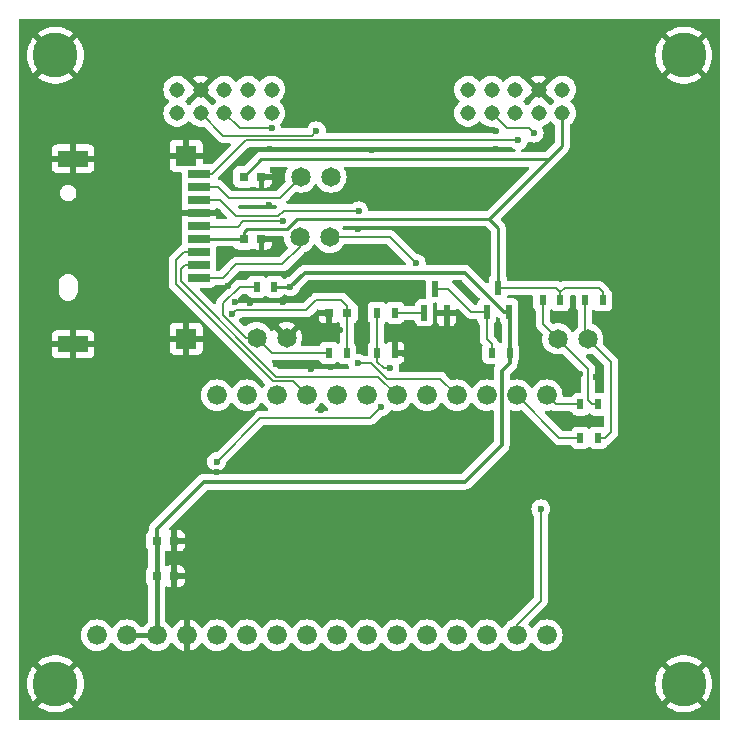
<source format=gbr>
%TF.GenerationSoftware,KiCad,Pcbnew,8.0.1-rc2*%
%TF.CreationDate,2025-04-23T09:22:46+02:00*%
%TF.ProjectId,feather_mainboard,66656174-6865-4725-9f6d-61696e626f61,1*%
%TF.SameCoordinates,Original*%
%TF.FileFunction,Copper,L1,Top*%
%TF.FilePolarity,Positive*%
%FSLAX46Y46*%
G04 Gerber Fmt 4.6, Leading zero omitted, Abs format (unit mm)*
G04 Created by KiCad (PCBNEW 8.0.1-rc2) date 2025-04-23 09:22:46*
%MOMM*%
%LPD*%
G01*
G04 APERTURE LIST*
%TA.AperFunction,SMDPad,CuDef*%
%ADD10R,0.600000X0.900000*%
%TD*%
%TA.AperFunction,SMDPad,CuDef*%
%ADD11R,0.800000X0.800000*%
%TD*%
%TA.AperFunction,ComponentPad*%
%ADD12C,1.676400*%
%TD*%
%TA.AperFunction,ComponentPad*%
%ADD13C,3.800000*%
%TD*%
%TA.AperFunction,ComponentPad*%
%ADD14C,1.650000*%
%TD*%
%TA.AperFunction,ComponentPad*%
%ADD15C,1.308000*%
%TD*%
%TA.AperFunction,SMDPad,CuDef*%
%ADD16R,1.900000X0.700000*%
%TD*%
%TA.AperFunction,SMDPad,CuDef*%
%ADD17R,1.800000X1.700000*%
%TD*%
%TA.AperFunction,SMDPad,CuDef*%
%ADD18R,2.600000X1.400000*%
%TD*%
%TA.AperFunction,SMDPad,CuDef*%
%ADD19R,0.568000X1.309599*%
%TD*%
%TA.AperFunction,SMDPad,CuDef*%
%ADD20R,0.558800X1.320800*%
%TD*%
%TA.AperFunction,ViaPad*%
%ADD21C,0.600000*%
%TD*%
%TA.AperFunction,Conductor*%
%ADD22C,0.300000*%
%TD*%
%TA.AperFunction,Conductor*%
%ADD23C,0.350000*%
%TD*%
%TA.AperFunction,Conductor*%
%ADD24C,0.400000*%
%TD*%
%TA.AperFunction,Conductor*%
%ADD25C,0.250000*%
%TD*%
%TA.AperFunction,Conductor*%
%ADD26C,0.200000*%
%TD*%
G04 APERTURE END LIST*
D10*
%TO.P,R1_5,1*%
%TO.N,Net-(U2-D)*%
X148350000Y-101996100D03*
%TO.P,R1_5,2*%
%TO.N,VCC*%
X149850000Y-101996100D03*
%TD*%
D11*
%TO.P,C1_2,1*%
%TO.N,VCC*%
X119975000Y-120900000D03*
%TO.P,C1_2,2*%
%TO.N,GND*%
X121475000Y-120900000D03*
%TD*%
D10*
%TO.P,R1_1,1*%
%TO.N,Net-(J1-Pad1)*%
X128450000Y-96400000D03*
%TO.P,R1_1,2*%
%TO.N,VCC*%
X129950000Y-96400000D03*
%TD*%
D12*
%TO.P,U1,1,Reset*%
%TO.N,/Microcontroller/Reset*%
X114900000Y-125900000D03*
%TO.P,U1,2,3V3*%
%TO.N,VCC*%
X117440000Y-125900000D03*
%TO.P,U1,3,3V3*%
X119980000Y-125900000D03*
%TO.P,U1,4,GND*%
%TO.N,GND*%
X122520000Y-125900000D03*
%TO.P,U1,5,A0*%
%TO.N,/Enable Pin/Enable Input*%
X125060000Y-125900000D03*
%TO.P,U1,6,A1*%
%TO.N,/Daughterboard Connector/Button_1*%
X127600000Y-125900000D03*
%TO.P,U1,7,A2*%
%TO.N,/Daughterboard Connector/Button_2*%
X130140000Y-125900000D03*
%TO.P,U1,8,A3*%
%TO.N,/Daughterboard Connector/Button_3*%
X132680000Y-125900000D03*
%TO.P,U1,9,A4*%
%TO.N,/Daughterboard Connector/Button_4*%
X135220000Y-125900000D03*
%TO.P,U1,10,A5*%
%TO.N,/Display Ports/DISPLAY_BUSY*%
X137760000Y-125900000D03*
%TO.P,U1,11,SCK*%
%TO.N,/Display Ports/DISPLAY_SCLK*%
X140300000Y-125900000D03*
%TO.P,U1,12,MOSI*%
%TO.N,/Display Ports/DISPLAY_MOSI{slash}DIN*%
X142840000Y-125900000D03*
%TO.P,U1,13,MISO*%
%TO.N,/Display Ports/DISPLAY_CS*%
X145380000Y-125900000D03*
%TO.P,U1,14,RX*%
%TO.N,/Display Ports/DISPLAY_DC*%
X147920000Y-125900000D03*
%TO.P,U1,15,TX*%
%TO.N,/Display Ports/DISPLAY_RST*%
X150460000Y-125900000D03*
%TO.P,U1,16,TXD0*%
%TO.N,unconnected-(U1-TXD0-Pad16)*%
X153000000Y-125900000D03*
%TO.P,U1,17,VBAT*%
%TO.N,unconnected-(U1-VBAT-Pad17)*%
X125060000Y-105580000D03*
%TO.P,U1,18,EN*%
%TO.N,unconnected-(U1-EN-Pad18)*%
X127600000Y-105580000D03*
%TO.P,U1,19,VBUS*%
%TO.N,unconnected-(U1-VBUS-Pad19)*%
X130140000Y-105580000D03*
%TO.P,U1,20,D13*%
%TO.N,/MicroSD-Card Adapter/SD_MOSI{slash}CMD*%
X132680000Y-105580000D03*
%TO.P,U1,21,D12*%
%TO.N,/MicroSD-Card Adapter/SD_CLK*%
X135220000Y-105580000D03*
%TO.P,U1,22,D11*%
%TO.N,/MicroSD-Card Adapter/SD_MISO{slash}DAT0*%
X137760000Y-105580000D03*
%TO.P,U1,23,D10*%
%TO.N,/MicroSD-Card Adapter/SD_CS{slash}DAT3*%
X140300000Y-105580000D03*
%TO.P,U1,24,D9*%
%TO.N,/MicroSD-Card Adapter/SD_DAT2*%
X142840000Y-105580000D03*
%TO.P,U1,25,D6*%
%TO.N,/MicroSD-Card Adapter/SD_DAT1*%
X145380000Y-105580000D03*
%TO.P,U1,26,D5*%
%TO.N,/MicroSD-Card Adapter/SD_CD*%
X147920000Y-105580000D03*
%TO.P,U1,27,SCL*%
%TO.N,/IIC Connector/SCL*%
X150460000Y-105580000D03*
%TO.P,U1,28,SDA*%
%TO.N,/IIC Connector/SDA*%
X153000000Y-105580000D03*
%TD*%
D13*
%TO.P,H2,1,1*%
%TO.N,GND*%
X111400000Y-76800000D03*
%TD*%
D10*
%TO.P,R4_2,1*%
%TO.N,/IIC Connector/SCL*%
X155850000Y-109200000D03*
%TO.P,R4_2,2*%
%TO.N,Net-(J2-Pad2)*%
X157350000Y-109200000D03*
%TD*%
D13*
%TO.P,H3,1,1*%
%TO.N,GND*%
X111400000Y-130000000D03*
%TD*%
D10*
%TO.P,R1_3,1*%
%TO.N,Net-(J2-Pad2)*%
X156250000Y-97525000D03*
%TO.P,R1_3,2*%
%TO.N,Enable VCC*%
X157750000Y-97525000D03*
%TD*%
D14*
%TO.P,J4,1*%
%TO.N,Net-(J6-DAT2)*%
X132080000Y-92200000D03*
%TO.P,J4,2*%
%TO.N,/MicroSD-Card Adapter/SD_DAT2*%
X134620000Y-92200000D03*
%TD*%
D15*
%TO.P,J3,1*%
%TO.N,unconnected-(J3-Pad1)*%
X146325000Y-81700000D03*
%TO.P,J3,2*%
%TO.N,/Display Ports/DISPLAY_BUSY*%
X146325000Y-79700000D03*
%TO.P,J3,3*%
%TO.N,/Display Ports/DISPLAY_RST*%
X148325000Y-81700000D03*
%TO.P,J3,4*%
%TO.N,/Display Ports/DISPLAY_DC*%
X148325000Y-79700000D03*
%TO.P,J3,5*%
%TO.N,/Display Ports/DISPLAY_CS*%
X150325000Y-81700000D03*
%TO.P,J3,6*%
%TO.N,/Display Ports/DISPLAY_SCLK*%
X150325000Y-79700000D03*
%TO.P,J3,7*%
%TO.N,/Display Ports/DISPLAY_MOSI{slash}DIN*%
X152325000Y-81700000D03*
%TO.P,J3,8*%
%TO.N,GND*%
X152325000Y-79700000D03*
%TO.P,J3,9*%
%TO.N,Enable VCC*%
X154325000Y-81700000D03*
%TO.P,J3,10*%
%TO.N,unconnected-(J3-Pad10)*%
X154325000Y-79700000D03*
%TD*%
D14*
%TO.P,J1,1*%
%TO.N,Net-(J1-Pad1)*%
X128430000Y-100710000D03*
%TO.P,J1,2*%
%TO.N,GND*%
X130970000Y-100710000D03*
%TD*%
D11*
%TO.P,C1_1,1*%
%TO.N,VCC*%
X119975000Y-117900000D03*
%TO.P,C1_1,2*%
%TO.N,GND*%
X121475000Y-117900000D03*
%TD*%
%TO.P,C1_4,1*%
%TO.N,GND*%
X128850000Y-87100000D03*
%TO.P,C1_4,2*%
%TO.N,Enable VCC*%
X127350000Y-87100000D03*
%TD*%
D14*
%TO.P,J2,1*%
%TO.N,Net-(J2-Pad1)*%
X153930000Y-100800000D03*
%TO.P,J2,2*%
%TO.N,Net-(J2-Pad2)*%
X156470000Y-100800000D03*
%TD*%
D16*
%TO.P,J6,1,DAT2*%
%TO.N,Net-(J6-DAT2)*%
X123535000Y-95650000D03*
%TO.P,J6,2,CD/DAT3*%
%TO.N,/MicroSD-Card Adapter/SD_CS{slash}DAT3*%
X123535000Y-94550000D03*
%TO.P,J6,3,CMD*%
%TO.N,/MicroSD-Card Adapter/SD_MOSI{slash}CMD*%
X123535000Y-93450000D03*
%TO.P,J6,4,VDD*%
%TO.N,Enable VCC*%
X123535000Y-92350000D03*
%TO.P,J6,5,CLK*%
%TO.N,/MicroSD-Card Adapter/SD_CLK*%
X123535000Y-91250000D03*
%TO.P,J6,6,VSS*%
%TO.N,GND*%
X123535000Y-90150000D03*
%TO.P,J6,7,DAT0*%
%TO.N,/MicroSD-Card Adapter/SD_MISO{slash}DAT0*%
X123535000Y-89050000D03*
%TO.P,J6,8,DAT1*%
%TO.N,Net-(J6-DAT1)*%
X123535000Y-87950000D03*
%TO.P,J6,9,CDSW1*%
%TO.N,/MicroSD-Card Adapter/SD_CD*%
X123535000Y-86850000D03*
D17*
%TO.P,J6,10,GND*%
%TO.N,GND*%
X122485000Y-85300000D03*
%TO.P,J6,11,GND__1*%
X122485000Y-100800000D03*
D18*
%TO.P,J6,12,GND__2*%
X112885000Y-85550000D03*
%TO.P,J6,13,GND__3*%
X112885000Y-101250000D03*
%TD*%
D19*
%TO.P,U3,1,G*%
%TO.N,Net-(U2-D)*%
X147919999Y-98523900D03*
%TO.P,U3,2,S*%
%TO.N,VCC*%
X149820001Y-98523900D03*
%TO.P,U3,3,D*%
%TO.N,Enable VCC*%
X148870000Y-96491900D03*
%TD*%
D14*
%TO.P,J5,1*%
%TO.N,Net-(J6-DAT1)*%
X132180000Y-87100000D03*
%TO.P,J5,2*%
%TO.N,/MicroSD-Card Adapter/SD_DAT1*%
X134720000Y-87100000D03*
%TD*%
D11*
%TO.P,C1_3,1*%
%TO.N,/Microcontroller/Reset*%
X136100000Y-98600000D03*
%TO.P,C1_3,2*%
%TO.N,GND*%
X134600000Y-98600000D03*
%TD*%
D10*
%TO.P,R2_1,1*%
%TO.N,/Enable Pin/Enable Input*%
X138650000Y-98600000D03*
%TO.P,R2_1,2*%
%TO.N,Net-(U2-G)*%
X140150000Y-98600000D03*
%TD*%
%TO.P,R1_2,1*%
%TO.N,Net-(J2-Pad1)*%
X152650000Y-97525000D03*
%TO.P,R1_2,2*%
%TO.N,Enable VCC*%
X154150000Y-97525000D03*
%TD*%
%TO.P,R3_1,1*%
%TO.N,/Microcontroller/Reset*%
X136050000Y-102000000D03*
%TO.P,R3_1,2*%
%TO.N,Net-(J1-Pad1)*%
X134550000Y-102000000D03*
%TD*%
D15*
%TO.P,J7,1*%
%TO.N,unconnected-(J7-Pad1)*%
X121700000Y-81700000D03*
%TO.P,J7,2*%
%TO.N,unconnected-(J7-Pad2)*%
X121700000Y-79700000D03*
%TO.P,J7,3*%
%TO.N,/Daughterboard Connector/Button_4*%
X123700000Y-81700000D03*
%TO.P,J7,4*%
%TO.N,GND*%
X123700000Y-79700000D03*
%TO.P,J7,5*%
%TO.N,/Daughterboard Connector/Button_3*%
X125700000Y-81700000D03*
%TO.P,J7,6*%
%TO.N,/Daughterboard Connector/Button_1*%
X125700000Y-79700000D03*
%TO.P,J7,7*%
%TO.N,/Daughterboard Connector/Button_2*%
X127700000Y-81700000D03*
%TO.P,J7,8*%
%TO.N,VCC*%
X127700000Y-79700000D03*
%TO.P,J7,9*%
%TO.N,unconnected-(J7-Pad9)*%
X129700000Y-81700000D03*
%TO.P,J7,10*%
%TO.N,unconnected-(J7-Pad10)*%
X129700000Y-79700000D03*
%TD*%
D11*
%TO.P,C2_1,1*%
%TO.N,GND*%
X128850000Y-92350000D03*
%TO.P,C2_1,2*%
%TO.N,Enable VCC*%
X127350000Y-92350000D03*
%TD*%
D10*
%TO.P,R4_1,1*%
%TO.N,/IIC Connector/SDA*%
X155850000Y-106350000D03*
%TO.P,R4_1,2*%
%TO.N,Net-(J2-Pad1)*%
X157350000Y-106350000D03*
%TD*%
%TO.P,R1_4,1*%
%TO.N,GND*%
X140150000Y-102000000D03*
%TO.P,R1_4,2*%
%TO.N,/Enable Pin/Enable Input*%
X138650000Y-102000000D03*
%TD*%
D20*
%TO.P,U2,1,G*%
%TO.N,Net-(U2-G)*%
X142619999Y-98600000D03*
%TO.P,U2,2,S*%
%TO.N,GND*%
X144520001Y-98600000D03*
%TO.P,U2,3,D*%
%TO.N,Net-(U2-D)*%
X143570000Y-96568000D03*
%TD*%
D13*
%TO.P,H1,1,1*%
%TO.N,GND*%
X164600000Y-76800000D03*
%TD*%
%TO.P,H4,1,1*%
%TO.N,GND*%
X164600000Y-130000000D03*
%TD*%
D21*
%TO.N,VCC*%
X131300000Y-96400000D03*
%TO.N,GND*%
X138500000Y-108600000D03*
X125100000Y-112100000D03*
X161600000Y-109500000D03*
X130700000Y-97700000D03*
X144900000Y-93900000D03*
X132700000Y-77200000D03*
X134900000Y-96300000D03*
X157975000Y-81575000D03*
X148800000Y-115700000D03*
X157400000Y-130000000D03*
X142900000Y-121600000D03*
X117400000Y-84300000D03*
X127200000Y-107400000D03*
X161600000Y-115000000D03*
X153100000Y-83600000D03*
X148700000Y-84700000D03*
X155800000Y-103800000D03*
X134700000Y-103200000D03*
X112400000Y-115200000D03*
X129600000Y-84700000D03*
X141000000Y-102075000D03*
X153000000Y-111400000D03*
X132900000Y-97000000D03*
X161600000Y-122500000D03*
X117400000Y-103100000D03*
X127200000Y-103700000D03*
X134100000Y-129300000D03*
X123000000Y-119300000D03*
X149100000Y-112600000D03*
X111200000Y-93100000D03*
X138800000Y-93600000D03*
X145500000Y-120200000D03*
X127900000Y-97800000D03*
X145800000Y-99900000D03*
X148900000Y-118400000D03*
X143500000Y-100100000D03*
X140100000Y-88700000D03*
X133000000Y-100900000D03*
X135500000Y-100100000D03*
X134300000Y-117700000D03*
X120400000Y-108600000D03*
X148900000Y-99900000D03*
X148800000Y-121500000D03*
X130500000Y-117900000D03*
X147700000Y-103600000D03*
X157000000Y-107700000D03*
X117600000Y-115900000D03*
X144600000Y-83100000D03*
X153800000Y-119000000D03*
X125200000Y-90100000D03*
X146400000Y-96900000D03*
X130100000Y-102900000D03*
X151600000Y-130000000D03*
X133161588Y-80602041D03*
X139055545Y-118232949D03*
X137000000Y-91500000D03*
X111900000Y-81900000D03*
X157600000Y-118500000D03*
X161600000Y-102100000D03*
X140000000Y-81800000D03*
X133900000Y-108500000D03*
X153700000Y-94900000D03*
X137000000Y-88700000D03*
X137600000Y-76400000D03*
X137000000Y-96500000D03*
X151600000Y-127400000D03*
X133900000Y-106800000D03*
X151100000Y-76800000D03*
X118100000Y-77300000D03*
X136900000Y-100400000D03*
X134700000Y-94300000D03*
X156300000Y-75700000D03*
X126000000Y-93500000D03*
X161600000Y-83100000D03*
X134900000Y-88900000D03*
X150800000Y-109800000D03*
X122500000Y-130000000D03*
X157200000Y-104000000D03*
X147800000Y-94700000D03*
X134100000Y-122900000D03*
X137606596Y-79390228D03*
X148700000Y-83200000D03*
X117400000Y-88900000D03*
X117400000Y-93100000D03*
X129600000Y-93600000D03*
X125300000Y-120500000D03*
X144300000Y-75800000D03*
X117400000Y-97400000D03*
X130400000Y-110500000D03*
X136900000Y-93600000D03*
X121500000Y-123700000D03*
X126700000Y-77000000D03*
X126000000Y-96300000D03*
X145200000Y-110100000D03*
X148600000Y-87400000D03*
X158100000Y-88300000D03*
X142900000Y-129300000D03*
X153700000Y-98800000D03*
X112400000Y-108100000D03*
X158800000Y-92600000D03*
X127600000Y-121100000D03*
X133000000Y-103400000D03*
X138200000Y-84800000D03*
X144700000Y-88700000D03*
X129500000Y-89500000D03*
X126600000Y-97700000D03*
X153771442Y-88400884D03*
X117200000Y-130000000D03*
X161600000Y-96300000D03*
X139800000Y-100100000D03*
X132100000Y-88900000D03*
X126000000Y-87400000D03*
X127600000Y-110600000D03*
X129800000Y-86500000D03*
X147400000Y-109800000D03*
X112400000Y-121700000D03*
X142900000Y-109900000D03*
X145300000Y-103400000D03*
X118128734Y-81085024D03*
X153800000Y-103800000D03*
%TO.N,/Microcontroller/Reset*%
X126349265Y-98700735D03*
%TO.N,/Enable Pin/Enable Input*%
X139700000Y-103300000D03*
X125060000Y-111200000D03*
X139000000Y-106558900D03*
%TO.N,/MicroSD-Card Adapter/SD_DAT2*%
X141938100Y-94409100D03*
%TO.N,/MicroSD-Card Adapter/SD_CD*%
X150601600Y-84000000D03*
%TO.N,/MicroSD-Card Adapter/SD_CLK*%
X130658058Y-90875000D03*
%TO.N,/MicroSD-Card Adapter/SD_MISO{slash}DAT0*%
X137096200Y-89970300D03*
%TO.N,/MicroSD-Card Adapter/SD_DAT1*%
X137000000Y-102868500D03*
%TO.N,/Daughterboard Connector/Button_3*%
X129700000Y-83000000D03*
%TO.N,/Display Ports/DISPLAY_RST*%
X151926500Y-83400000D03*
X152500000Y-115200000D03*
%TO.N,/Daughterboard Connector/Button_4*%
X133500000Y-83200000D03*
%TD*%
D22*
%TO.N,VCC*%
X146075000Y-95200000D02*
X149398900Y-98523900D01*
D23*
X119975000Y-116900000D02*
X123975000Y-112900000D01*
D24*
X119975000Y-120900000D02*
X119975000Y-125895000D01*
D22*
X132500000Y-95200000D02*
X146075000Y-95200000D01*
D23*
X119975000Y-117900000D02*
X119975000Y-116900000D01*
D25*
X129950000Y-96400000D02*
X131300000Y-96400000D01*
D23*
X149175000Y-109775000D02*
X149175000Y-103525000D01*
D22*
X131300000Y-96400000D02*
X132500000Y-95200000D01*
D24*
X119980000Y-125900000D02*
X117440000Y-125900000D01*
D23*
X149850000Y-101996100D02*
X149850000Y-98553899D01*
X149175000Y-103525000D02*
X149850000Y-102850000D01*
X123975000Y-112900000D02*
X146050000Y-112900000D01*
D24*
X119975000Y-117900000D02*
X119975000Y-120900000D01*
D23*
X146050000Y-112900000D02*
X149175000Y-109775000D01*
X149850000Y-102850000D02*
X149850000Y-101996100D01*
D22*
X149398900Y-98523900D02*
X149820000Y-98523900D01*
D26*
X119975000Y-125895000D02*
X119980000Y-125900000D01*
%TO.N,/Microcontroller/Reset*%
X132600000Y-98400000D02*
X133500000Y-97500000D01*
X126650000Y-98400000D02*
X132600000Y-98400000D01*
X136100000Y-98600000D02*
X136100000Y-101950000D01*
X135600000Y-97500000D02*
X136100000Y-98000000D01*
X126349265Y-98700735D02*
X126650000Y-98400000D01*
X133500000Y-97500000D02*
X135600000Y-97500000D01*
X136100000Y-98000000D02*
X136100000Y-98600000D01*
D25*
%TO.N,Enable VCC*%
X127600000Y-91500000D02*
X131000000Y-91500000D01*
X128850000Y-85600000D02*
X153200000Y-85600000D01*
X148146200Y-90653800D02*
X153200000Y-85600000D01*
X153200000Y-85600000D02*
X154325000Y-84475000D01*
X148900000Y-96461900D02*
X148900000Y-91400000D01*
D26*
X154150000Y-97525000D02*
X154150000Y-96850000D01*
D25*
X127350000Y-92350000D02*
X124936700Y-92350000D01*
D26*
X153791900Y-96491900D02*
X148870000Y-96491900D01*
D25*
X131846200Y-90653800D02*
X148046200Y-90653800D01*
D26*
X157725000Y-97525000D02*
X157725000Y-96825000D01*
D25*
X127350000Y-91750000D02*
X127600000Y-91500000D01*
X131000000Y-91500000D02*
X131846200Y-90653800D01*
X148153800Y-90653800D02*
X148046200Y-90653800D01*
D26*
X154510000Y-96490000D02*
X154150000Y-96850000D01*
D25*
X127350000Y-87100000D02*
X128850000Y-85600000D01*
X127350000Y-92350000D02*
X127350000Y-91750000D01*
D26*
X154150000Y-96850000D02*
X153791900Y-96491900D01*
D25*
X148046200Y-90653800D02*
X148146200Y-90653800D01*
D26*
X157390000Y-96490000D02*
X154510000Y-96490000D01*
D25*
X148900000Y-91400000D02*
X148153800Y-90653800D01*
X123535000Y-92350000D02*
X124936700Y-92350000D01*
D26*
X157725000Y-96825000D02*
X157390000Y-96490000D01*
D25*
X154325000Y-84475000D02*
X154325000Y-81700000D01*
D26*
%TO.N,Net-(J1-Pad1)*%
X128450000Y-96400000D02*
X127000000Y-96400000D01*
X127000000Y-96400000D02*
X125600000Y-97800000D01*
X127510000Y-100710000D02*
X128430000Y-100710000D01*
X134550000Y-102000000D02*
X129720000Y-102000000D01*
X125600000Y-98800000D02*
X127510000Y-100710000D01*
X129720000Y-102000000D02*
X128430000Y-100710000D01*
X125600000Y-97800000D02*
X125600000Y-98800000D01*
%TO.N,Net-(J2-Pad2)*%
X158450000Y-108725000D02*
X158450000Y-102780000D01*
X156250000Y-100580000D02*
X156250000Y-97525000D01*
X157350000Y-109200000D02*
X157975000Y-109200000D01*
X158450000Y-102780000D02*
X156470000Y-100800000D01*
X157975000Y-109200000D02*
X158450000Y-108725000D01*
X156470000Y-100800000D02*
X156250000Y-100580000D01*
%TO.N,Net-(J2-Pad1)*%
X156500000Y-106000000D02*
X156850000Y-106350000D01*
X152650000Y-97525000D02*
X152650000Y-99520000D01*
X152650000Y-99520000D02*
X153930000Y-100800000D01*
X156500000Y-103370000D02*
X156500000Y-106000000D01*
X153930000Y-100800000D02*
X156500000Y-103370000D01*
X156850000Y-106350000D02*
X157350000Y-106350000D01*
%TO.N,Net-(J6-DAT2)*%
X126700000Y-94500000D02*
X125550000Y-95650000D01*
X125550000Y-95650000D02*
X123535000Y-95650000D01*
X132080000Y-92200000D02*
X132080000Y-93020000D01*
X130600000Y-94500000D02*
X126700000Y-94500000D01*
X132080000Y-93020000D02*
X130600000Y-94500000D01*
%TO.N,Net-(J6-DAT1)*%
X126100000Y-88900000D02*
X130380000Y-88900000D01*
X123535000Y-87950000D02*
X125150000Y-87950000D01*
X125150000Y-87950000D02*
X126100000Y-88900000D01*
X130380000Y-88900000D02*
X132180000Y-87100000D01*
%TO.N,/Enable Pin/Enable Input*%
X128760000Y-107500000D02*
X125060000Y-111200000D01*
X138650000Y-101900000D02*
X138650000Y-98600000D01*
X139700000Y-103300000D02*
X139200000Y-103300000D01*
X138650000Y-102750000D02*
X138650000Y-102000000D01*
X138058900Y-107500000D02*
X128760000Y-107500000D01*
X139200000Y-103300000D02*
X138650000Y-102750000D01*
X139000000Y-106558900D02*
X138058900Y-107500000D01*
%TO.N,Net-(U2-D)*%
X147920000Y-100814400D02*
X148350000Y-101244400D01*
X144668000Y-96568000D02*
X146623900Y-98523900D01*
X146623900Y-98523900D02*
X147920000Y-98523900D01*
X148350000Y-101244400D02*
X148350000Y-101996100D01*
X147920000Y-98523900D02*
X147920000Y-100814400D01*
X143570000Y-96568000D02*
X144668000Y-96568000D01*
%TO.N,/MicroSD-Card Adapter/SD_MOSI{slash}CMD*%
X131500000Y-104400000D02*
X129800000Y-104400000D01*
X122283300Y-93450000D02*
X123535000Y-93450000D01*
X121600000Y-94133300D02*
X122283300Y-93450000D01*
X132680000Y-105580000D02*
X131500000Y-104400000D01*
X121600000Y-96200000D02*
X121600000Y-94133300D01*
X129800000Y-104400000D02*
X121600000Y-96200000D01*
%TO.N,/MicroSD-Card Adapter/SD_DAT2*%
X134620000Y-92200000D02*
X139729000Y-92200000D01*
X139729000Y-92200000D02*
X141938100Y-94409100D01*
%TO.N,/MicroSD-Card Adapter/SD_CD*%
X127500000Y-84000000D02*
X124650000Y-86850000D01*
X124650000Y-86850000D02*
X123535000Y-86850000D01*
X150601600Y-84000000D02*
X127500000Y-84000000D01*
%TO.N,/MicroSD-Card Adapter/SD_CLK*%
X127325000Y-90875000D02*
X126900000Y-91300000D01*
X130658058Y-90875000D02*
X127325000Y-90875000D01*
X126900000Y-91300000D02*
X123585000Y-91300000D01*
%TO.N,/MicroSD-Card Adapter/SD_MISO{slash}DAT0*%
X125350000Y-89050000D02*
X123535000Y-89050000D01*
X137096200Y-89970300D02*
X130714229Y-89970300D01*
X126700000Y-90400000D02*
X125350000Y-89050000D01*
X130284529Y-90400000D02*
X126700000Y-90400000D01*
X130714229Y-89970300D02*
X130284529Y-90400000D01*
%TO.N,/MicroSD-Card Adapter/SD_CS{slash}DAT3*%
X122000000Y-95900000D02*
X122000000Y-94900000D01*
X138720000Y-104000000D02*
X130100000Y-104000000D01*
X122350000Y-94550000D02*
X123535000Y-94550000D01*
X140300000Y-105580000D02*
X138720000Y-104000000D01*
X130100000Y-104000000D02*
X122000000Y-95900000D01*
X122000000Y-94900000D02*
X122350000Y-94550000D01*
%TO.N,/MicroSD-Card Adapter/SD_DAT1*%
X138154186Y-102868500D02*
X139485686Y-104200000D01*
X139485686Y-104200000D02*
X144000000Y-104200000D01*
X144000000Y-104200000D02*
X145380000Y-105580000D01*
X137000000Y-102868500D02*
X138154186Y-102868500D01*
%TO.N,Net-(U2-G)*%
X142620000Y-98600000D02*
X140150000Y-98600000D01*
%TO.N,/Daughterboard Connector/Button_3*%
X129700000Y-83000000D02*
X127000000Y-83000000D01*
X127000000Y-83000000D02*
X125700000Y-81700000D01*
%TO.N,/Display Ports/DISPLAY_RST*%
X149616600Y-82991600D02*
X148325000Y-81700000D01*
X152500000Y-115200000D02*
X152500000Y-123000000D01*
X151926500Y-83400000D02*
X151518100Y-82991600D01*
X150460000Y-125040000D02*
X150460000Y-125900000D01*
X152500000Y-123000000D02*
X150460000Y-125040000D01*
X151518100Y-82991600D02*
X149616600Y-82991600D01*
%TO.N,/Daughterboard Connector/Button_4*%
X133500000Y-83200000D02*
X133100000Y-83600000D01*
X125600000Y-83600000D02*
X123700000Y-81700000D01*
X133100000Y-83600000D02*
X125600000Y-83600000D01*
%TO.N,/IIC Connector/SDA*%
X153000000Y-105580000D02*
X153770000Y-106350000D01*
X153770000Y-106350000D02*
X155850000Y-106350000D01*
%TO.N,/IIC Connector/SCL*%
X150460000Y-105580000D02*
X154080000Y-109200000D01*
X154080000Y-109200000D02*
X155850000Y-109200000D01*
%TD*%
%TA.AperFunction,Conductor*%
%TO.N,GND*%
G36*
X146726645Y-106218447D02*
G01*
X146752294Y-106248048D01*
X146753118Y-106247472D01*
X146756222Y-106251905D01*
X146756223Y-106251907D01*
X146890579Y-106443787D01*
X147056213Y-106609421D01*
X147248093Y-106743777D01*
X147460389Y-106842772D01*
X147460395Y-106842773D01*
X147460396Y-106842774D01*
X147486006Y-106849636D01*
X147686649Y-106903398D01*
X147873329Y-106919730D01*
X147919999Y-106923814D01*
X147920000Y-106923814D01*
X147920001Y-106923814D01*
X147962610Y-106920086D01*
X148153351Y-106903398D01*
X148304660Y-106862855D01*
X148343407Y-106852473D01*
X148413257Y-106854136D01*
X148471119Y-106893299D01*
X148498623Y-106957527D01*
X148499500Y-106972248D01*
X148499500Y-109443837D01*
X148479815Y-109510876D01*
X148463181Y-109531518D01*
X145806518Y-112188181D01*
X145745195Y-112221666D01*
X145718837Y-112224500D01*
X125285668Y-112224500D01*
X125218629Y-112204815D01*
X125172874Y-112152011D01*
X125162930Y-112082853D01*
X125191955Y-112019297D01*
X125244713Y-111983458D01*
X125409522Y-111925789D01*
X125562262Y-111829816D01*
X125689816Y-111702262D01*
X125785789Y-111549522D01*
X125845368Y-111379255D01*
X125855161Y-111292329D01*
X125882226Y-111227918D01*
X125890690Y-111218543D01*
X128972416Y-108136819D01*
X129033739Y-108103334D01*
X129060097Y-108100500D01*
X137972231Y-108100500D01*
X137972247Y-108100501D01*
X137979843Y-108100501D01*
X138137954Y-108100501D01*
X138137957Y-108100501D01*
X138290685Y-108059577D01*
X138340804Y-108030639D01*
X138427616Y-107980520D01*
X138539420Y-107868716D01*
X138539420Y-107868714D01*
X138549628Y-107858507D01*
X138549630Y-107858504D01*
X139018535Y-107389598D01*
X139079856Y-107356115D01*
X139092311Y-107354063D01*
X139179255Y-107344268D01*
X139349522Y-107284689D01*
X139502262Y-107188716D01*
X139629816Y-107061162D01*
X139725789Y-106908422D01*
X139725790Y-106908418D01*
X139728919Y-106903439D01*
X139781253Y-106857148D01*
X139850307Y-106846499D01*
X139866005Y-106849635D01*
X140066649Y-106903398D01*
X140253329Y-106919730D01*
X140299999Y-106923814D01*
X140300000Y-106923814D01*
X140300001Y-106923814D01*
X140342610Y-106920086D01*
X140533351Y-106903398D01*
X140759611Y-106842772D01*
X140971907Y-106743777D01*
X141163787Y-106609421D01*
X141329421Y-106443787D01*
X141463777Y-106251907D01*
X141463777Y-106251905D01*
X141466882Y-106247472D01*
X141468323Y-106248481D01*
X141513172Y-106205712D01*
X141581778Y-106192484D01*
X141646645Y-106218447D01*
X141672294Y-106248048D01*
X141673118Y-106247472D01*
X141676222Y-106251905D01*
X141676223Y-106251907D01*
X141810579Y-106443787D01*
X141976213Y-106609421D01*
X142168093Y-106743777D01*
X142380389Y-106842772D01*
X142380395Y-106842773D01*
X142380396Y-106842774D01*
X142406006Y-106849636D01*
X142606649Y-106903398D01*
X142793329Y-106919730D01*
X142839999Y-106923814D01*
X142840000Y-106923814D01*
X142840001Y-106923814D01*
X142882610Y-106920086D01*
X143073351Y-106903398D01*
X143299611Y-106842772D01*
X143511907Y-106743777D01*
X143703787Y-106609421D01*
X143869421Y-106443787D01*
X144003777Y-106251907D01*
X144003777Y-106251905D01*
X144006882Y-106247472D01*
X144008323Y-106248481D01*
X144053172Y-106205712D01*
X144121778Y-106192484D01*
X144186645Y-106218447D01*
X144212294Y-106248048D01*
X144213118Y-106247472D01*
X144216222Y-106251905D01*
X144216223Y-106251907D01*
X144350579Y-106443787D01*
X144516213Y-106609421D01*
X144708093Y-106743777D01*
X144920389Y-106842772D01*
X144920395Y-106842773D01*
X144920396Y-106842774D01*
X144946006Y-106849636D01*
X145146649Y-106903398D01*
X145333329Y-106919730D01*
X145379999Y-106923814D01*
X145380000Y-106923814D01*
X145380001Y-106923814D01*
X145422610Y-106920086D01*
X145613351Y-106903398D01*
X145839611Y-106842772D01*
X146051907Y-106743777D01*
X146243787Y-106609421D01*
X146409421Y-106443787D01*
X146543777Y-106251907D01*
X146543777Y-106251905D01*
X146546882Y-106247472D01*
X146548323Y-106248481D01*
X146593172Y-106205712D01*
X146661778Y-106192484D01*
X146726645Y-106218447D01*
G37*
%TD.AperFunction*%
%TA.AperFunction,Conductor*%
G36*
X153454504Y-106864518D02*
G01*
X153478747Y-106875242D01*
X153538216Y-106909577D01*
X153650019Y-106939534D01*
X153690942Y-106950500D01*
X153690943Y-106950500D01*
X154985859Y-106950500D01*
X155052898Y-106970185D01*
X155098653Y-107022989D01*
X155102030Y-107031140D01*
X155106204Y-107042331D01*
X155106205Y-107042332D01*
X155106206Y-107042335D01*
X155192452Y-107157544D01*
X155192455Y-107157547D01*
X155307664Y-107243793D01*
X155307671Y-107243797D01*
X155350498Y-107259770D01*
X155442517Y-107294091D01*
X155502127Y-107300500D01*
X156197872Y-107300499D01*
X156257483Y-107294091D01*
X156392331Y-107243796D01*
X156507546Y-107157546D01*
X156507548Y-107157542D01*
X156512319Y-107152773D01*
X156573642Y-107119288D01*
X156643334Y-107124272D01*
X156687681Y-107152773D01*
X156692455Y-107157547D01*
X156807664Y-107243793D01*
X156807671Y-107243797D01*
X156850498Y-107259770D01*
X156942517Y-107294091D01*
X157002127Y-107300500D01*
X157697872Y-107300499D01*
X157712242Y-107298954D01*
X157781001Y-107311357D01*
X157832140Y-107358966D01*
X157849500Y-107422243D01*
X157849500Y-108127756D01*
X157829815Y-108194795D01*
X157777011Y-108240550D01*
X157712248Y-108251045D01*
X157697873Y-108249500D01*
X157697864Y-108249500D01*
X157002129Y-108249500D01*
X157002123Y-108249501D01*
X156942516Y-108255908D01*
X156807671Y-108306202D01*
X156807664Y-108306206D01*
X156692455Y-108392452D01*
X156687681Y-108397227D01*
X156626358Y-108430712D01*
X156556666Y-108425728D01*
X156512319Y-108397227D01*
X156507544Y-108392452D01*
X156392335Y-108306206D01*
X156392328Y-108306202D01*
X156257486Y-108255910D01*
X156257485Y-108255909D01*
X156257483Y-108255909D01*
X156197873Y-108249500D01*
X156197863Y-108249500D01*
X155502129Y-108249500D01*
X155502123Y-108249501D01*
X155442516Y-108255908D01*
X155307671Y-108306202D01*
X155307664Y-108306206D01*
X155192455Y-108392452D01*
X155192452Y-108392455D01*
X155106206Y-108507664D01*
X155106204Y-108507668D01*
X155106204Y-108507669D01*
X155102039Y-108518834D01*
X155060171Y-108574766D01*
X154994707Y-108599184D01*
X154985859Y-108599500D01*
X154380097Y-108599500D01*
X154313058Y-108579815D01*
X154292416Y-108563181D01*
X152860686Y-107131451D01*
X152827201Y-107070128D01*
X152832185Y-107000436D01*
X152874057Y-106944503D01*
X152939521Y-106920086D01*
X152959172Y-106920241D01*
X152987557Y-106922725D01*
X152999999Y-106923814D01*
X153000000Y-106923814D01*
X153000001Y-106923814D01*
X153042610Y-106920086D01*
X153233351Y-106903398D01*
X153384657Y-106862855D01*
X153454504Y-106864518D01*
G37*
%TD.AperFunction*%
%TA.AperFunction,Conductor*%
G36*
X134026645Y-106218447D02*
G01*
X134052294Y-106248048D01*
X134053118Y-106247472D01*
X134056222Y-106251905D01*
X134056223Y-106251907D01*
X134190579Y-106443787D01*
X134190583Y-106443791D01*
X134356212Y-106609420D01*
X134448335Y-106673926D01*
X134491960Y-106728503D01*
X134499152Y-106798001D01*
X134467630Y-106860356D01*
X134407400Y-106895769D01*
X134377211Y-106899500D01*
X133522789Y-106899500D01*
X133455750Y-106879815D01*
X133409995Y-106827011D01*
X133400051Y-106757853D01*
X133429076Y-106694297D01*
X133451665Y-106673926D01*
X133477792Y-106655630D01*
X133543787Y-106609421D01*
X133709421Y-106443787D01*
X133843777Y-106251907D01*
X133843777Y-106251905D01*
X133846882Y-106247472D01*
X133848323Y-106248481D01*
X133893172Y-106205712D01*
X133961778Y-106192484D01*
X134026645Y-106218447D01*
G37*
%TD.AperFunction*%
%TA.AperFunction,Conductor*%
G36*
X151792539Y-97112085D02*
G01*
X151838294Y-97164889D01*
X151849500Y-97216400D01*
X151849500Y-98022870D01*
X151849501Y-98022876D01*
X151855908Y-98082483D01*
X151906202Y-98217328D01*
X151906203Y-98217329D01*
X151906204Y-98217331D01*
X151988881Y-98327773D01*
X151992454Y-98332546D01*
X151999808Y-98338051D01*
X152041681Y-98393983D01*
X152049500Y-98437320D01*
X152049500Y-99433330D01*
X152049499Y-99433348D01*
X152049499Y-99599054D01*
X152049498Y-99599054D01*
X152062533Y-99647699D01*
X152078665Y-99707906D01*
X152090424Y-99751788D01*
X152095683Y-99760896D01*
X152095685Y-99760899D01*
X152169477Y-99888712D01*
X152169481Y-99888717D01*
X152288349Y-100007585D01*
X152288355Y-100007590D01*
X152617646Y-100336881D01*
X152651131Y-100398204D01*
X152649740Y-100456655D01*
X152619652Y-100568944D01*
X152619650Y-100568955D01*
X152599437Y-100799998D01*
X152599437Y-100800001D01*
X152619650Y-101031044D01*
X152619651Y-101031051D01*
X152679678Y-101255074D01*
X152679679Y-101255076D01*
X152679680Y-101255079D01*
X152777699Y-101465282D01*
X152910730Y-101655269D01*
X153074731Y-101819270D01*
X153264718Y-101952301D01*
X153474921Y-102050320D01*
X153698950Y-102110349D01*
X153863985Y-102124787D01*
X153929998Y-102130563D01*
X153930000Y-102130563D01*
X153930002Y-102130563D01*
X153987762Y-102125509D01*
X154161050Y-102110349D01*
X154273345Y-102080259D01*
X154343193Y-102081922D01*
X154393118Y-102112353D01*
X155863181Y-103582416D01*
X155896666Y-103643739D01*
X155899500Y-103670097D01*
X155899500Y-105275500D01*
X155879815Y-105342539D01*
X155827011Y-105388294D01*
X155775500Y-105399500D01*
X155502130Y-105399500D01*
X155502123Y-105399501D01*
X155442516Y-105405908D01*
X155307671Y-105456202D01*
X155307664Y-105456206D01*
X155192455Y-105542452D01*
X155192452Y-105542455D01*
X155106206Y-105657664D01*
X155106204Y-105657668D01*
X155106204Y-105657669D01*
X155102039Y-105668834D01*
X155060171Y-105724766D01*
X154994707Y-105749184D01*
X154985859Y-105749500D01*
X154464307Y-105749500D01*
X154397268Y-105729815D01*
X154351513Y-105677011D01*
X154340779Y-105614693D01*
X154343814Y-105580002D01*
X154343814Y-105579999D01*
X154331585Y-105440229D01*
X154323398Y-105346649D01*
X154262772Y-105120389D01*
X154163777Y-104908093D01*
X154029421Y-104716213D01*
X153863787Y-104550579D01*
X153671907Y-104416223D01*
X153459611Y-104317228D01*
X153459607Y-104317227D01*
X153459603Y-104317225D01*
X153233356Y-104256603D01*
X153233346Y-104256601D01*
X153000001Y-104236186D01*
X152999999Y-104236186D01*
X152766653Y-104256601D01*
X152766643Y-104256603D01*
X152540396Y-104317225D01*
X152540389Y-104317227D01*
X152540389Y-104317228D01*
X152328093Y-104416223D01*
X152136213Y-104550579D01*
X152136211Y-104550580D01*
X152136208Y-104550583D01*
X151970583Y-104716208D01*
X151833118Y-104912528D01*
X151831680Y-104911521D01*
X151786810Y-104954297D01*
X151718202Y-104967513D01*
X151653340Y-104941540D01*
X151627702Y-104911953D01*
X151626882Y-104912528D01*
X151623777Y-104908093D01*
X151489421Y-104716213D01*
X151323787Y-104550579D01*
X151131907Y-104416223D01*
X150919611Y-104317228D01*
X150919607Y-104317227D01*
X150919603Y-104317225D01*
X150693356Y-104256603D01*
X150693346Y-104256601D01*
X150460001Y-104236186D01*
X150459999Y-104236186D01*
X150226653Y-104256601D01*
X150226643Y-104256603D01*
X150006593Y-104315565D01*
X149936743Y-104313902D01*
X149878881Y-104274739D01*
X149851377Y-104210511D01*
X149850500Y-104195790D01*
X149850500Y-103856163D01*
X149870185Y-103789124D01*
X149886819Y-103768482D01*
X150374692Y-103280609D01*
X150374695Y-103280606D01*
X150448620Y-103169969D01*
X150499540Y-103047036D01*
X150514828Y-102970183D01*
X150525500Y-102916533D01*
X150525500Y-102820933D01*
X150545185Y-102753894D01*
X150550225Y-102746633D01*
X150593796Y-102688431D01*
X150644091Y-102553583D01*
X150650500Y-102493973D01*
X150650499Y-101498228D01*
X150644091Y-101438617D01*
X150629501Y-101399500D01*
X150593797Y-101303771D01*
X150593795Y-101303768D01*
X150587171Y-101294920D01*
X150550233Y-101245576D01*
X150525816Y-101180111D01*
X150525500Y-101171265D01*
X150525500Y-99492087D01*
X150544004Y-99429068D01*
X150543545Y-99428818D01*
X150544698Y-99426706D01*
X150545185Y-99425048D01*
X150547144Y-99422225D01*
X150547794Y-99421035D01*
X150547793Y-99421035D01*
X150547797Y-99421031D01*
X150598092Y-99286183D01*
X150604501Y-99226573D01*
X150604500Y-97821228D01*
X150598092Y-97761617D01*
X150596073Y-97756205D01*
X150547798Y-97626771D01*
X150547794Y-97626764D01*
X150461548Y-97511555D01*
X150461545Y-97511552D01*
X150346336Y-97425306D01*
X150346329Y-97425302D01*
X150211483Y-97375008D01*
X150211484Y-97375008D01*
X150151884Y-97368601D01*
X150151882Y-97368600D01*
X150151874Y-97368600D01*
X150151866Y-97368600D01*
X149773836Y-97368600D01*
X149706797Y-97348915D01*
X149661042Y-97296111D01*
X149650546Y-97231349D01*
X149652153Y-97216400D01*
X149653578Y-97203145D01*
X149680313Y-97138597D01*
X149737704Y-97098747D01*
X149776867Y-97092400D01*
X151725500Y-97092400D01*
X151792539Y-97112085D01*
G37*
%TD.AperFunction*%
%TA.AperFunction,Conductor*%
G36*
X156883193Y-102081922D02*
G01*
X156933118Y-102112353D01*
X157813181Y-102992416D01*
X157846666Y-103053739D01*
X157849500Y-103080097D01*
X157849500Y-105277756D01*
X157829815Y-105344795D01*
X157777011Y-105390550D01*
X157712247Y-105401045D01*
X157697873Y-105399500D01*
X157697865Y-105399500D01*
X157224500Y-105399500D01*
X157157461Y-105379815D01*
X157111706Y-105327011D01*
X157100500Y-105275500D01*
X157100500Y-103459059D01*
X157100501Y-103459046D01*
X157100501Y-103290945D01*
X157100501Y-103290943D01*
X157059577Y-103138215D01*
X157019162Y-103068215D01*
X157019162Y-103068214D01*
X156980522Y-103001287D01*
X156980521Y-103001286D01*
X156980520Y-103001284D01*
X156868716Y-102889480D01*
X156868715Y-102889479D01*
X156864385Y-102885149D01*
X156864374Y-102885139D01*
X156316164Y-102336929D01*
X156282679Y-102275606D01*
X156287663Y-102205914D01*
X156329535Y-102149981D01*
X156394999Y-102125564D01*
X156414642Y-102125719D01*
X156470000Y-102130563D01*
X156470000Y-102130562D01*
X156470001Y-102130563D01*
X156470002Y-102130563D01*
X156527762Y-102125509D01*
X156701050Y-102110349D01*
X156813345Y-102080259D01*
X156883193Y-102081922D01*
G37*
%TD.AperFunction*%
%TA.AperFunction,Conductor*%
G36*
X143687105Y-97748584D02*
G01*
X143732860Y-97801388D01*
X143743355Y-97866157D01*
X143740601Y-97891760D01*
X143740601Y-98350000D01*
X145299401Y-98350000D01*
X145299401Y-98347998D01*
X145319086Y-98280959D01*
X145371890Y-98235204D01*
X145441048Y-98225260D01*
X145504604Y-98254285D01*
X145511082Y-98260317D01*
X146139039Y-98888274D01*
X146139049Y-98888285D01*
X146143379Y-98892615D01*
X146143380Y-98892616D01*
X146255184Y-99004420D01*
X146334577Y-99050257D01*
X146392115Y-99083477D01*
X146544842Y-99124400D01*
X146544843Y-99124400D01*
X147013132Y-99124400D01*
X147080171Y-99144085D01*
X147125926Y-99196889D01*
X147136421Y-99235145D01*
X147137387Y-99244134D01*
X147141907Y-99286183D01*
X147192201Y-99421028D01*
X147192202Y-99421029D01*
X147192203Y-99421031D01*
X147253361Y-99502728D01*
X147278455Y-99536249D01*
X147283181Y-99540975D01*
X147316666Y-99602298D01*
X147319500Y-99628656D01*
X147319500Y-100727730D01*
X147319499Y-100727748D01*
X147319499Y-100893454D01*
X147319498Y-100893454D01*
X147360423Y-101046185D01*
X147379205Y-101078716D01*
X147379204Y-101078716D01*
X147379205Y-101078717D01*
X147439475Y-101183109D01*
X147439481Y-101183117D01*
X147537339Y-101280975D01*
X147570824Y-101342298D01*
X147565841Y-101411987D01*
X147555908Y-101438618D01*
X147553042Y-101465281D01*
X147549501Y-101498223D01*
X147549500Y-101498235D01*
X147549500Y-102493970D01*
X147549501Y-102493971D01*
X147555908Y-102553583D01*
X147606202Y-102688428D01*
X147606206Y-102688435D01*
X147692452Y-102803644D01*
X147692455Y-102803647D01*
X147807664Y-102889893D01*
X147807671Y-102889897D01*
X147816940Y-102893354D01*
X147942517Y-102940191D01*
X148002127Y-102946600D01*
X148517070Y-102946599D01*
X148584109Y-102966283D01*
X148629864Y-103019087D01*
X148639808Y-103088246D01*
X148620173Y-103139489D01*
X148576382Y-103205026D01*
X148576378Y-103205034D01*
X148525459Y-103327963D01*
X148525457Y-103327971D01*
X148503090Y-103440420D01*
X148503089Y-103440425D01*
X148499500Y-103458464D01*
X148499500Y-104187751D01*
X148479815Y-104254790D01*
X148427011Y-104300545D01*
X148357853Y-104310489D01*
X148343407Y-104307526D01*
X148153356Y-104256603D01*
X148153346Y-104256601D01*
X147920001Y-104236186D01*
X147919999Y-104236186D01*
X147686653Y-104256601D01*
X147686643Y-104256603D01*
X147460396Y-104317225D01*
X147460389Y-104317227D01*
X147460389Y-104317228D01*
X147248093Y-104416223D01*
X147056213Y-104550579D01*
X147056211Y-104550580D01*
X147056208Y-104550583D01*
X146890583Y-104716208D01*
X146753118Y-104912528D01*
X146751680Y-104911521D01*
X146706810Y-104954297D01*
X146638202Y-104967513D01*
X146573340Y-104941540D01*
X146547702Y-104911953D01*
X146546882Y-104912528D01*
X146543777Y-104908093D01*
X146409421Y-104716213D01*
X146243787Y-104550579D01*
X146051907Y-104416223D01*
X145839611Y-104317228D01*
X145839607Y-104317227D01*
X145839603Y-104317225D01*
X145613356Y-104256603D01*
X145613346Y-104256601D01*
X145380001Y-104236186D01*
X145379999Y-104236186D01*
X145146653Y-104256601D01*
X145146643Y-104256603D01*
X145025877Y-104288962D01*
X144956027Y-104287299D01*
X144906103Y-104256868D01*
X144487590Y-103838355D01*
X144487588Y-103838352D01*
X144368717Y-103719481D01*
X144368709Y-103719475D01*
X144255073Y-103653868D01*
X144255072Y-103653867D01*
X144237528Y-103643739D01*
X144231785Y-103640423D01*
X144079057Y-103599499D01*
X143920943Y-103599499D01*
X143913347Y-103599499D01*
X143913331Y-103599500D01*
X140610576Y-103599500D01*
X140543537Y-103579815D01*
X140497782Y-103527011D01*
X140487356Y-103461617D01*
X140505565Y-103300003D01*
X140505565Y-103299996D01*
X140485369Y-103120750D01*
X140485366Y-103120737D01*
X140478979Y-103102484D01*
X140475416Y-103032706D01*
X140510145Y-102972078D01*
X140552687Y-102945347D01*
X140692086Y-102893354D01*
X140692093Y-102893350D01*
X140807187Y-102807190D01*
X140807190Y-102807187D01*
X140893350Y-102692093D01*
X140893354Y-102692086D01*
X140943596Y-102557379D01*
X140943598Y-102557372D01*
X140949999Y-102497844D01*
X140950000Y-102497827D01*
X140950000Y-102250000D01*
X140024000Y-102250000D01*
X139956961Y-102230315D01*
X139911206Y-102177511D01*
X139900000Y-102126000D01*
X139900000Y-101050000D01*
X140400000Y-101050000D01*
X140400000Y-101750000D01*
X140950000Y-101750000D01*
X140950000Y-101502172D01*
X140949999Y-101502155D01*
X140943598Y-101442627D01*
X140943596Y-101442620D01*
X140893354Y-101307913D01*
X140893350Y-101307906D01*
X140807190Y-101192812D01*
X140807187Y-101192809D01*
X140692093Y-101106649D01*
X140692086Y-101106645D01*
X140557379Y-101056403D01*
X140557372Y-101056401D01*
X140497844Y-101050000D01*
X140400000Y-101050000D01*
X139900000Y-101050000D01*
X139802155Y-101050000D01*
X139742627Y-101056401D01*
X139742620Y-101056403D01*
X139607913Y-101106645D01*
X139607906Y-101106649D01*
X139492810Y-101192811D01*
X139488034Y-101197587D01*
X139426710Y-101231069D01*
X139357018Y-101226082D01*
X139312676Y-101197583D01*
X139307546Y-101192453D01*
X139300187Y-101186944D01*
X139258317Y-101131009D01*
X139250500Y-101087679D01*
X139250500Y-99512320D01*
X139270185Y-99445281D01*
X139300192Y-99413051D01*
X139307546Y-99407546D01*
X139307548Y-99407542D01*
X139312315Y-99402777D01*
X139373636Y-99369289D01*
X139443328Y-99374270D01*
X139487681Y-99402773D01*
X139492455Y-99407547D01*
X139607664Y-99493793D01*
X139607671Y-99493797D01*
X139642119Y-99506645D01*
X139742517Y-99544091D01*
X139802127Y-99550500D01*
X140497872Y-99550499D01*
X140557483Y-99544091D01*
X140692331Y-99493796D01*
X140807546Y-99407546D01*
X140893796Y-99292331D01*
X140897960Y-99281165D01*
X140939829Y-99225234D01*
X141005293Y-99200816D01*
X141014141Y-99200500D01*
X141717130Y-99200500D01*
X141784169Y-99220185D01*
X141829924Y-99272989D01*
X141840420Y-99311247D01*
X141846507Y-99367883D01*
X141896801Y-99502728D01*
X141896805Y-99502735D01*
X141983051Y-99617944D01*
X141983054Y-99617947D01*
X142098263Y-99704193D01*
X142098270Y-99704197D01*
X142141799Y-99720432D01*
X142233116Y-99754491D01*
X142292726Y-99760900D01*
X142947271Y-99760899D01*
X143006882Y-99754491D01*
X143141730Y-99704196D01*
X143256945Y-99617946D01*
X143343195Y-99502731D01*
X143393490Y-99367883D01*
X143399899Y-99308273D01*
X143399899Y-98850000D01*
X143740601Y-98850000D01*
X143740601Y-99308244D01*
X143747002Y-99367772D01*
X143747004Y-99367779D01*
X143797246Y-99502486D01*
X143797250Y-99502493D01*
X143883410Y-99617587D01*
X143883413Y-99617590D01*
X143998507Y-99703750D01*
X143998514Y-99703754D01*
X144133221Y-99753996D01*
X144133228Y-99753998D01*
X144192756Y-99760399D01*
X144192773Y-99760400D01*
X144270001Y-99760400D01*
X144270001Y-98850000D01*
X144770001Y-98850000D01*
X144770001Y-99760400D01*
X144847229Y-99760400D01*
X144847245Y-99760399D01*
X144906773Y-99753998D01*
X144906780Y-99753996D01*
X145041487Y-99703754D01*
X145041494Y-99703750D01*
X145156588Y-99617590D01*
X145156591Y-99617587D01*
X145242751Y-99502493D01*
X145242755Y-99502486D01*
X145292997Y-99367779D01*
X145292999Y-99367772D01*
X145299400Y-99308244D01*
X145299401Y-99308227D01*
X145299401Y-98850000D01*
X144770001Y-98850000D01*
X144270001Y-98850000D01*
X143740601Y-98850000D01*
X143399899Y-98850000D01*
X143399898Y-97891728D01*
X143397954Y-97873640D01*
X143397149Y-97866151D01*
X143409556Y-97797392D01*
X143457168Y-97746256D01*
X143520439Y-97728899D01*
X143620066Y-97728899D01*
X143687105Y-97748584D01*
G37*
%TD.AperFunction*%
%TA.AperFunction,Conductor*%
G36*
X133752898Y-102620185D02*
G01*
X133798653Y-102672989D01*
X133802030Y-102681140D01*
X133806204Y-102692331D01*
X133806205Y-102692332D01*
X133806206Y-102692335D01*
X133892452Y-102807544D01*
X133892455Y-102807547D01*
X134007664Y-102893793D01*
X134007671Y-102893797D01*
X134052618Y-102910561D01*
X134142517Y-102944091D01*
X134202127Y-102950500D01*
X134897872Y-102950499D01*
X134957483Y-102944091D01*
X135092331Y-102893796D01*
X135207546Y-102807546D01*
X135207548Y-102807542D01*
X135212319Y-102802773D01*
X135273642Y-102769288D01*
X135343334Y-102774272D01*
X135387681Y-102802773D01*
X135392455Y-102807547D01*
X135507664Y-102893793D01*
X135507671Y-102893797D01*
X135552618Y-102910561D01*
X135642517Y-102944091D01*
X135702127Y-102950500D01*
X136093546Y-102950499D01*
X136160585Y-102970183D01*
X136206340Y-103022987D01*
X136214435Y-103046896D01*
X136214629Y-103047747D01*
X136274210Y-103218021D01*
X136275980Y-103221695D01*
X136276410Y-103224306D01*
X136276511Y-103224595D01*
X136276460Y-103224612D01*
X136287334Y-103290636D01*
X136259613Y-103354772D01*
X136201619Y-103393739D01*
X136164261Y-103399500D01*
X130400097Y-103399500D01*
X130333058Y-103379815D01*
X130312416Y-103363181D01*
X129761416Y-102812181D01*
X129727931Y-102750858D01*
X129732915Y-102681166D01*
X129774787Y-102625233D01*
X129840251Y-102600816D01*
X129849097Y-102600500D01*
X133685859Y-102600500D01*
X133752898Y-102620185D01*
G37*
%TD.AperFunction*%
%TA.AperFunction,Conductor*%
G36*
X142733139Y-95870185D02*
G01*
X142778894Y-95922989D01*
X142790100Y-95974500D01*
X142790100Y-97276270D01*
X142790101Y-97276276D01*
X142792850Y-97301847D01*
X142780443Y-97370606D01*
X142732832Y-97421743D01*
X142669560Y-97439100D01*
X142292729Y-97439100D01*
X142292722Y-97439101D01*
X142233115Y-97445508D01*
X142098270Y-97495802D01*
X142098263Y-97495806D01*
X141983054Y-97582052D01*
X141983051Y-97582055D01*
X141896805Y-97697264D01*
X141896801Y-97697271D01*
X141846507Y-97832116D01*
X141840418Y-97888756D01*
X141813680Y-97953307D01*
X141756287Y-97993155D01*
X141717129Y-97999500D01*
X141014141Y-97999500D01*
X140947102Y-97979815D01*
X140901347Y-97927011D01*
X140897969Y-97918859D01*
X140893796Y-97907669D01*
X140893793Y-97907665D01*
X140893793Y-97907664D01*
X140807547Y-97792455D01*
X140807544Y-97792452D01*
X140692335Y-97706206D01*
X140692328Y-97706202D01*
X140557486Y-97655910D01*
X140557485Y-97655909D01*
X140557483Y-97655909D01*
X140497873Y-97649500D01*
X140497863Y-97649500D01*
X139802129Y-97649500D01*
X139802123Y-97649501D01*
X139742516Y-97655908D01*
X139607671Y-97706202D01*
X139607664Y-97706206D01*
X139492455Y-97792452D01*
X139487681Y-97797227D01*
X139426358Y-97830712D01*
X139356666Y-97825728D01*
X139312319Y-97797227D01*
X139307544Y-97792452D01*
X139192335Y-97706206D01*
X139192328Y-97706202D01*
X139057486Y-97655910D01*
X139057485Y-97655909D01*
X139057483Y-97655909D01*
X138997873Y-97649500D01*
X138997863Y-97649500D01*
X138302129Y-97649500D01*
X138302123Y-97649501D01*
X138242516Y-97655908D01*
X138107671Y-97706202D01*
X138107664Y-97706206D01*
X137992455Y-97792452D01*
X137992452Y-97792455D01*
X137906206Y-97907664D01*
X137906202Y-97907671D01*
X137855908Y-98042517D01*
X137849501Y-98102116D01*
X137849500Y-98102135D01*
X137849500Y-99097870D01*
X137849501Y-99097876D01*
X137855908Y-99157483D01*
X137906202Y-99292328D01*
X137906203Y-99292329D01*
X137906204Y-99292331D01*
X137982384Y-99394094D01*
X137992454Y-99407546D01*
X137999808Y-99413051D01*
X138041681Y-99468983D01*
X138049500Y-99512320D01*
X138049500Y-101087679D01*
X138029815Y-101154718D01*
X137999813Y-101186944D01*
X137992459Y-101192449D01*
X137992451Y-101192457D01*
X137906206Y-101307664D01*
X137906202Y-101307671D01*
X137857363Y-101438618D01*
X137855909Y-101442517D01*
X137849500Y-101502127D01*
X137849500Y-101502134D01*
X137849500Y-101502135D01*
X137849500Y-101502136D01*
X137849501Y-102144000D01*
X137829817Y-102211039D01*
X137777013Y-102256794D01*
X137725501Y-102268000D01*
X137582412Y-102268000D01*
X137515373Y-102248315D01*
X137505097Y-102240945D01*
X137502263Y-102238685D01*
X137502262Y-102238684D01*
X137404906Y-102177511D01*
X137349523Y-102142711D01*
X137179254Y-102083131D01*
X137179249Y-102083130D01*
X137000004Y-102062935D01*
X137000000Y-102062935D01*
X136988378Y-102064244D01*
X136919556Y-102052186D01*
X136868179Y-102004835D01*
X136850499Y-101941023D01*
X136850499Y-101502129D01*
X136850498Y-101502123D01*
X136850080Y-101498235D01*
X136844091Y-101442517D01*
X136842636Y-101438617D01*
X136793797Y-101307671D01*
X136793795Y-101307668D01*
X136790875Y-101303768D01*
X136754427Y-101255079D01*
X136725233Y-101216080D01*
X136700816Y-101150615D01*
X136700500Y-101141769D01*
X136700500Y-99537180D01*
X136720185Y-99470141D01*
X136750187Y-99437914D01*
X136857546Y-99357546D01*
X136943796Y-99242331D01*
X136994091Y-99107483D01*
X137000500Y-99047873D01*
X137000499Y-98152128D01*
X136994091Y-98092517D01*
X136990348Y-98082482D01*
X136943797Y-97957671D01*
X136943793Y-97957664D01*
X136857547Y-97842455D01*
X136857544Y-97842452D01*
X136742334Y-97756205D01*
X136742331Y-97756203D01*
X136669793Y-97729148D01*
X136613859Y-97687277D01*
X136605743Y-97674973D01*
X136580520Y-97631284D01*
X136080521Y-97131285D01*
X136080520Y-97131284D01*
X135968716Y-97019480D01*
X135968714Y-97019479D01*
X135968709Y-97019475D01*
X135844490Y-96947758D01*
X135844487Y-96947757D01*
X135831785Y-96940423D01*
X135679057Y-96899499D01*
X135520943Y-96899499D01*
X135513347Y-96899499D01*
X135513331Y-96899500D01*
X133420942Y-96899500D01*
X133268215Y-96940423D01*
X133255513Y-96947757D01*
X133255510Y-96947758D01*
X133131290Y-97019475D01*
X133131282Y-97019481D01*
X133075067Y-97075697D01*
X133019480Y-97131284D01*
X133019478Y-97131286D01*
X132689937Y-97460828D01*
X132387584Y-97763181D01*
X132326261Y-97796666D01*
X132299903Y-97799500D01*
X126749096Y-97799500D01*
X126682057Y-97779815D01*
X126636302Y-97727011D01*
X126626358Y-97657853D01*
X126655383Y-97594297D01*
X126661415Y-97587819D01*
X126823929Y-97425306D01*
X127212416Y-97036819D01*
X127273739Y-97003334D01*
X127300097Y-97000500D01*
X127585859Y-97000500D01*
X127652898Y-97020185D01*
X127698653Y-97072989D01*
X127702030Y-97081140D01*
X127706204Y-97092331D01*
X127706205Y-97092332D01*
X127706206Y-97092335D01*
X127792452Y-97207544D01*
X127792455Y-97207547D01*
X127907664Y-97293793D01*
X127907671Y-97293797D01*
X127929255Y-97301847D01*
X128042517Y-97344091D01*
X128102127Y-97350500D01*
X128797872Y-97350499D01*
X128857483Y-97344091D01*
X128992331Y-97293796D01*
X129107546Y-97207546D01*
X129107548Y-97207542D01*
X129112319Y-97202773D01*
X129173642Y-97169288D01*
X129243334Y-97174272D01*
X129287681Y-97202773D01*
X129292455Y-97207547D01*
X129407664Y-97293793D01*
X129407671Y-97293797D01*
X129429255Y-97301847D01*
X129542517Y-97344091D01*
X129602127Y-97350500D01*
X130297872Y-97350499D01*
X130357483Y-97344091D01*
X130492331Y-97293796D01*
X130607546Y-97207546D01*
X130690394Y-97096874D01*
X130746327Y-97055005D01*
X130816019Y-97050021D01*
X130855630Y-97066192D01*
X130950478Y-97125789D01*
X131120745Y-97185368D01*
X131120750Y-97185369D01*
X131299996Y-97205565D01*
X131300000Y-97205565D01*
X131300004Y-97205565D01*
X131479249Y-97185369D01*
X131479252Y-97185368D01*
X131479255Y-97185368D01*
X131649522Y-97125789D01*
X131802262Y-97029816D01*
X131929816Y-96902262D01*
X132025789Y-96749522D01*
X132085368Y-96579255D01*
X132086182Y-96572025D01*
X132113245Y-96507611D01*
X132121712Y-96498232D01*
X132733127Y-95886819D01*
X132794450Y-95853334D01*
X132820808Y-95850500D01*
X142666100Y-95850500D01*
X142733139Y-95870185D01*
G37*
%TD.AperFunction*%
%TA.AperFunction,Conductor*%
G36*
X133642951Y-98308797D02*
G01*
X133687298Y-98337298D01*
X133700000Y-98350000D01*
X134726000Y-98350000D01*
X134793039Y-98369685D01*
X134838794Y-98422489D01*
X134850000Y-98474000D01*
X134850000Y-99500000D01*
X135047828Y-99500000D01*
X135047844Y-99499999D01*
X135107372Y-99493598D01*
X135107376Y-99493597D01*
X135242089Y-99443352D01*
X135275268Y-99418513D01*
X135340732Y-99394094D01*
X135409005Y-99408944D01*
X135423892Y-99418511D01*
X135449810Y-99437913D01*
X135491682Y-99493847D01*
X135499500Y-99537180D01*
X135499500Y-101050249D01*
X135479815Y-101117288D01*
X135449812Y-101149515D01*
X135392449Y-101192457D01*
X135387676Y-101197230D01*
X135326352Y-101230712D01*
X135256660Y-101225725D01*
X135212318Y-101197226D01*
X135207544Y-101192452D01*
X135092335Y-101106206D01*
X135092328Y-101106202D01*
X134957486Y-101055910D01*
X134957485Y-101055909D01*
X134957483Y-101055909D01*
X134897873Y-101049500D01*
X134897863Y-101049500D01*
X134202129Y-101049500D01*
X134202123Y-101049501D01*
X134142516Y-101055908D01*
X134007671Y-101106202D01*
X134007664Y-101106206D01*
X133892455Y-101192452D01*
X133892452Y-101192455D01*
X133806206Y-101307664D01*
X133806204Y-101307668D01*
X133806204Y-101307669D01*
X133802039Y-101318834D01*
X133760171Y-101374766D01*
X133694707Y-101399184D01*
X133685859Y-101399500D01*
X132305098Y-101399500D01*
X132238059Y-101379815D01*
X132192304Y-101327011D01*
X132182360Y-101257853D01*
X132192716Y-101223096D01*
X132219846Y-101164914D01*
X132219851Y-101164900D01*
X132279852Y-100940968D01*
X132279854Y-100940958D01*
X132300061Y-100710000D01*
X132300061Y-100709999D01*
X132279854Y-100479041D01*
X132279852Y-100479031D01*
X132219851Y-100255099D01*
X132219847Y-100255090D01*
X132121867Y-100044971D01*
X132121866Y-100044969D01*
X132066975Y-99966577D01*
X132066975Y-99966576D01*
X131493787Y-100539764D01*
X131482518Y-100497708D01*
X131410110Y-100372292D01*
X131307708Y-100269890D01*
X131182292Y-100197482D01*
X131140234Y-100186212D01*
X131713422Y-99613023D01*
X131635030Y-99558133D01*
X131424909Y-99460152D01*
X131424900Y-99460148D01*
X131200968Y-99400147D01*
X131200958Y-99400145D01*
X130970001Y-99379939D01*
X130969999Y-99379939D01*
X130739041Y-99400145D01*
X130739031Y-99400147D01*
X130515099Y-99460148D01*
X130515090Y-99460152D01*
X130304967Y-99558134D01*
X130226576Y-99613022D01*
X130799766Y-100186212D01*
X130757708Y-100197482D01*
X130632292Y-100269890D01*
X130529890Y-100372292D01*
X130457482Y-100497708D01*
X130446212Y-100539766D01*
X129873022Y-99966576D01*
X129818134Y-100044966D01*
X129812655Y-100056717D01*
X129766480Y-100109154D01*
X129699286Y-100128303D01*
X129632405Y-100108084D01*
X129587894Y-100056713D01*
X129582301Y-100044719D01*
X129449270Y-99854731D01*
X129285269Y-99690730D01*
X129095282Y-99557699D01*
X128885079Y-99459680D01*
X128885076Y-99459679D01*
X128885074Y-99459678D01*
X128661051Y-99399651D01*
X128661044Y-99399650D01*
X128430002Y-99379437D01*
X128429998Y-99379437D01*
X128198955Y-99399650D01*
X128198948Y-99399651D01*
X127974917Y-99459681D01*
X127764718Y-99557699D01*
X127764714Y-99557701D01*
X127574735Y-99690726D01*
X127574729Y-99690731D01*
X127545029Y-99720432D01*
X127483706Y-99753917D01*
X127414014Y-99748933D01*
X127369667Y-99720432D01*
X127000056Y-99350821D01*
X126966571Y-99289498D01*
X126971555Y-99219806D01*
X126982740Y-99197172D01*
X127069857Y-99058528D01*
X127122192Y-99012237D01*
X127174851Y-99000500D01*
X132513331Y-99000500D01*
X132513347Y-99000501D01*
X132520943Y-99000501D01*
X132679054Y-99000501D01*
X132679057Y-99000501D01*
X132831785Y-98959577D01*
X132881904Y-98930639D01*
X132968716Y-98880520D01*
X132999236Y-98850000D01*
X133700000Y-98850000D01*
X133700000Y-99047844D01*
X133706401Y-99107372D01*
X133706403Y-99107379D01*
X133756645Y-99242086D01*
X133756649Y-99242093D01*
X133842809Y-99357187D01*
X133842812Y-99357190D01*
X133957906Y-99443350D01*
X133957913Y-99443354D01*
X134092620Y-99493596D01*
X134092627Y-99493598D01*
X134152155Y-99499999D01*
X134152172Y-99500000D01*
X134350000Y-99500000D01*
X134350000Y-98850000D01*
X133700000Y-98850000D01*
X132999236Y-98850000D01*
X133080520Y-98768716D01*
X133080520Y-98768714D01*
X133090728Y-98758507D01*
X133090729Y-98758504D01*
X133511937Y-98337297D01*
X133573259Y-98303813D01*
X133642951Y-98308797D01*
G37*
%TD.AperFunction*%
%TA.AperFunction,Conductor*%
G36*
X148909700Y-98955094D02*
G01*
X148916179Y-98961126D01*
X148984226Y-99029173D01*
X148988938Y-99033040D01*
X148987366Y-99034954D01*
X149025201Y-99080233D01*
X149035501Y-99129713D01*
X149035501Y-99226569D01*
X149035502Y-99226576D01*
X149041909Y-99286183D01*
X149092203Y-99421028D01*
X149092205Y-99421031D01*
X149149766Y-99497922D01*
X149174184Y-99563385D01*
X149174500Y-99572233D01*
X149174500Y-101059445D01*
X149154815Y-101126484D01*
X149102011Y-101172239D01*
X149032853Y-101182183D01*
X148969297Y-101153158D01*
X148931523Y-101094380D01*
X148930725Y-101091539D01*
X148921310Y-101056403D01*
X148909577Y-101012615D01*
X148880639Y-100962495D01*
X148830520Y-100875684D01*
X148718716Y-100763880D01*
X148718715Y-100763879D01*
X148714385Y-100759549D01*
X148714374Y-100759539D01*
X148556819Y-100601984D01*
X148523334Y-100540661D01*
X148520500Y-100514303D01*
X148520500Y-99628653D01*
X148540185Y-99561614D01*
X148556823Y-99540968D01*
X148561541Y-99536248D01*
X148561545Y-99536246D01*
X148647795Y-99421031D01*
X148698090Y-99286183D01*
X148704499Y-99226573D01*
X148704498Y-99048805D01*
X148724182Y-98981768D01*
X148776986Y-98936013D01*
X148846144Y-98926069D01*
X148909700Y-98955094D01*
G37*
%TD.AperFunction*%
%TA.AperFunction,Conductor*%
G36*
X155392539Y-97110185D02*
G01*
X155438294Y-97162989D01*
X155449500Y-97214500D01*
X155449500Y-98022870D01*
X155449501Y-98022876D01*
X155455908Y-98082483D01*
X155506202Y-98217328D01*
X155506203Y-98217329D01*
X155506204Y-98217331D01*
X155588881Y-98327773D01*
X155592454Y-98332546D01*
X155599808Y-98338051D01*
X155641681Y-98393983D01*
X155649500Y-98437320D01*
X155649500Y-99694599D01*
X155629815Y-99761638D01*
X155613181Y-99782280D01*
X155450731Y-99944729D01*
X155450726Y-99944735D01*
X155317701Y-100134714D01*
X155317698Y-100134720D01*
X155312381Y-100146123D01*
X155266207Y-100198562D01*
X155199013Y-100217712D01*
X155132133Y-100197495D01*
X155087619Y-100146123D01*
X155082301Y-100134720D01*
X155082298Y-100134714D01*
X154949273Y-99944735D01*
X154949268Y-99944729D01*
X154785269Y-99780730D01*
X154756949Y-99760900D01*
X154595282Y-99647699D01*
X154385079Y-99549680D01*
X154385076Y-99549679D01*
X154385074Y-99549678D01*
X154161051Y-99489651D01*
X154161044Y-99489650D01*
X153930002Y-99469437D01*
X153929998Y-99469437D01*
X153698955Y-99489650D01*
X153698944Y-99489652D01*
X153586655Y-99519740D01*
X153516805Y-99518077D01*
X153466881Y-99487646D01*
X153286819Y-99307584D01*
X153253334Y-99246261D01*
X153250500Y-99219903D01*
X153250500Y-98437320D01*
X153270185Y-98370281D01*
X153300192Y-98338051D01*
X153301198Y-98337298D01*
X153307546Y-98332546D01*
X153307548Y-98332542D01*
X153312315Y-98327777D01*
X153373636Y-98294289D01*
X153443328Y-98299270D01*
X153487681Y-98327773D01*
X153492455Y-98332547D01*
X153607664Y-98418793D01*
X153607671Y-98418797D01*
X153617570Y-98422489D01*
X153742517Y-98469091D01*
X153802127Y-98475500D01*
X154497872Y-98475499D01*
X154557483Y-98469091D01*
X154692331Y-98418796D01*
X154807546Y-98332546D01*
X154893796Y-98217331D01*
X154944091Y-98082483D01*
X154950500Y-98022873D01*
X154950499Y-97214499D01*
X154970183Y-97147461D01*
X155022987Y-97101706D01*
X155074499Y-97090500D01*
X155325500Y-97090500D01*
X155392539Y-97110185D01*
G37*
%TD.AperFunction*%
%TA.AperFunction,Conductor*%
G36*
X145821231Y-95870185D02*
G01*
X145841873Y-95886819D01*
X147284867Y-97329813D01*
X147318352Y-97391136D01*
X147313368Y-97460828D01*
X147282092Y-97502645D01*
X147284727Y-97505280D01*
X147278450Y-97511557D01*
X147192205Y-97626764D01*
X147192201Y-97626771D01*
X147141909Y-97761613D01*
X147141908Y-97761617D01*
X147136420Y-97812658D01*
X147109684Y-97877206D01*
X147052292Y-97917054D01*
X147013132Y-97923400D01*
X146923997Y-97923400D01*
X146856958Y-97903715D01*
X146836316Y-97887081D01*
X145155590Y-96206355D01*
X145155588Y-96206352D01*
X145036717Y-96087481D01*
X145036716Y-96087480D01*
X145027029Y-96081887D01*
X144978814Y-96031321D01*
X144965590Y-95962714D01*
X144991558Y-95897849D01*
X145048472Y-95857320D01*
X145089029Y-95850500D01*
X145754192Y-95850500D01*
X145821231Y-95870185D01*
G37*
%TD.AperFunction*%
%TA.AperFunction,Conductor*%
G36*
X133417865Y-92802504D02*
G01*
X133462381Y-92853878D01*
X133467699Y-92865282D01*
X133600730Y-93055269D01*
X133764731Y-93219270D01*
X133954718Y-93352301D01*
X134164921Y-93450320D01*
X134388950Y-93510349D01*
X134553985Y-93524787D01*
X134619998Y-93530563D01*
X134620000Y-93530563D01*
X134620002Y-93530563D01*
X134677762Y-93525509D01*
X134851050Y-93510349D01*
X135075079Y-93450320D01*
X135285282Y-93352301D01*
X135475269Y-93219270D01*
X135639270Y-93055269D01*
X135772301Y-92865282D01*
X135772308Y-92865265D01*
X135773904Y-92862504D01*
X135774932Y-92861523D01*
X135775406Y-92860847D01*
X135775541Y-92860942D01*
X135824470Y-92814287D01*
X135881294Y-92800500D01*
X139428903Y-92800500D01*
X139495942Y-92820185D01*
X139516584Y-92836819D01*
X141017584Y-94337819D01*
X141051069Y-94399142D01*
X141046085Y-94468834D01*
X141004213Y-94524767D01*
X140938749Y-94549184D01*
X140929903Y-94549500D01*
X132435929Y-94549500D01*
X132310261Y-94574497D01*
X132310255Y-94574499D01*
X132191870Y-94623535D01*
X132085331Y-94694722D01*
X132085324Y-94694728D01*
X131201775Y-95578277D01*
X131140452Y-95611762D01*
X131127988Y-95613815D01*
X131120752Y-95614630D01*
X131120744Y-95614632D01*
X130950477Y-95674210D01*
X130855632Y-95733806D01*
X130788395Y-95752806D01*
X130721560Y-95732438D01*
X130690394Y-95703123D01*
X130607547Y-95592455D01*
X130607544Y-95592452D01*
X130492335Y-95506206D01*
X130492328Y-95506202D01*
X130357486Y-95455910D01*
X130357485Y-95455909D01*
X130357483Y-95455909D01*
X130297873Y-95449500D01*
X130297863Y-95449500D01*
X129602129Y-95449500D01*
X129602123Y-95449501D01*
X129542516Y-95455908D01*
X129407671Y-95506202D01*
X129407664Y-95506206D01*
X129292455Y-95592452D01*
X129287681Y-95597227D01*
X129226358Y-95630712D01*
X129156666Y-95625728D01*
X129112319Y-95597227D01*
X129107544Y-95592452D01*
X128992335Y-95506206D01*
X128992328Y-95506202D01*
X128857486Y-95455910D01*
X128857485Y-95455909D01*
X128857483Y-95455909D01*
X128797873Y-95449500D01*
X128797863Y-95449500D01*
X128102129Y-95449500D01*
X128102123Y-95449501D01*
X128042516Y-95455908D01*
X127907671Y-95506202D01*
X127907664Y-95506206D01*
X127792455Y-95592452D01*
X127792452Y-95592455D01*
X127706206Y-95707664D01*
X127706204Y-95707668D01*
X127706204Y-95707669D01*
X127702039Y-95718834D01*
X127660171Y-95774766D01*
X127594707Y-95799184D01*
X127585859Y-95799500D01*
X127086669Y-95799500D01*
X127086653Y-95799499D01*
X127079057Y-95799499D01*
X126920943Y-95799499D01*
X126848498Y-95818911D01*
X126768216Y-95840422D01*
X126735102Y-95859541D01*
X126735101Y-95859540D01*
X126631287Y-95919477D01*
X126631282Y-95919481D01*
X125119481Y-97431282D01*
X125119475Y-97431290D01*
X125082230Y-97495802D01*
X125082230Y-97495804D01*
X125040423Y-97568214D01*
X125035672Y-97585946D01*
X124999499Y-97720943D01*
X124999499Y-97720945D01*
X124999499Y-97750902D01*
X124979814Y-97817941D01*
X124927010Y-97863696D01*
X124857852Y-97873640D01*
X124794296Y-97844615D01*
X124787818Y-97838583D01*
X123661415Y-96712180D01*
X123627930Y-96650857D01*
X123632914Y-96581165D01*
X123674786Y-96525232D01*
X123740250Y-96500815D01*
X123749096Y-96500499D01*
X124532871Y-96500499D01*
X124532872Y-96500499D01*
X124592483Y-96494091D01*
X124727331Y-96443796D01*
X124842546Y-96357546D01*
X124869227Y-96321903D01*
X124885485Y-96300188D01*
X124941419Y-96258318D01*
X124984751Y-96250500D01*
X125463331Y-96250500D01*
X125463347Y-96250501D01*
X125470943Y-96250501D01*
X125629054Y-96250501D01*
X125629057Y-96250501D01*
X125781785Y-96209577D01*
X125853424Y-96168216D01*
X125918716Y-96130520D01*
X126030520Y-96018716D01*
X126030520Y-96018714D01*
X126040724Y-96008511D01*
X126040727Y-96008506D01*
X126912417Y-95136819D01*
X126973740Y-95103334D01*
X127000098Y-95100500D01*
X130513331Y-95100500D01*
X130513347Y-95100501D01*
X130520943Y-95100501D01*
X130679054Y-95100501D01*
X130679057Y-95100501D01*
X130831785Y-95059577D01*
X130897223Y-95021796D01*
X130968716Y-94980520D01*
X131080520Y-94868716D01*
X131080520Y-94868714D01*
X131090724Y-94858511D01*
X131090728Y-94858506D01*
X132438505Y-93510729D01*
X132438510Y-93510725D01*
X132448713Y-93500520D01*
X132448716Y-93500520D01*
X132462184Y-93487050D01*
X132517778Y-93454955D01*
X132535079Y-93450320D01*
X132745282Y-93352301D01*
X132935269Y-93219270D01*
X133099270Y-93055269D01*
X133232301Y-92865282D01*
X133237618Y-92853878D01*
X133283790Y-92801440D01*
X133350984Y-92782288D01*
X133417865Y-92802504D01*
G37*
%TD.AperFunction*%
%TA.AperFunction,Conductor*%
G36*
X147910387Y-91298985D02*
G01*
X147931029Y-91315619D01*
X148238181Y-91622771D01*
X148271666Y-91684094D01*
X148274500Y-91710452D01*
X148274500Y-95383014D01*
X148254815Y-95450053D01*
X148233930Y-95472490D01*
X148234724Y-95473284D01*
X148228452Y-95479555D01*
X148142206Y-95594764D01*
X148142202Y-95594771D01*
X148091908Y-95729617D01*
X148085501Y-95789216D01*
X148085500Y-95789235D01*
X148085500Y-95991191D01*
X148065815Y-96058230D01*
X148013011Y-96103985D01*
X147943853Y-96113929D01*
X147880297Y-96084904D01*
X147873819Y-96078872D01*
X146489673Y-94694726D01*
X146489669Y-94694723D01*
X146383127Y-94623535D01*
X146264744Y-94574499D01*
X146264738Y-94574497D01*
X146139071Y-94549500D01*
X146139069Y-94549500D01*
X142866602Y-94549500D01*
X142799563Y-94529815D01*
X142753808Y-94477011D01*
X142744090Y-94416064D01*
X142743665Y-94416064D01*
X142743665Y-94413400D01*
X142743381Y-94411619D01*
X142743665Y-94409097D01*
X142743665Y-94409096D01*
X142723469Y-94229850D01*
X142723468Y-94229845D01*
X142663888Y-94059576D01*
X142567915Y-93906837D01*
X142440362Y-93779284D01*
X142287621Y-93683310D01*
X142117349Y-93623730D01*
X142030430Y-93613937D01*
X141966016Y-93586870D01*
X141956633Y-93578398D01*
X140216590Y-91838355D01*
X140216588Y-91838352D01*
X140097717Y-91719481D01*
X140097716Y-91719480D01*
X139995330Y-91660368D01*
X139995329Y-91660367D01*
X139960783Y-91640422D01*
X139894908Y-91622771D01*
X139808057Y-91599499D01*
X139649943Y-91599499D01*
X139642347Y-91599499D01*
X139642331Y-91599500D01*
X135881294Y-91599500D01*
X135814255Y-91579815D01*
X135775451Y-91539120D01*
X135775406Y-91539153D01*
X135775195Y-91538851D01*
X135773908Y-91537502D01*
X135772300Y-91534717D01*
X135730082Y-91474423D01*
X135707755Y-91408217D01*
X135724765Y-91340450D01*
X135775714Y-91292637D01*
X135831657Y-91279300D01*
X147843348Y-91279300D01*
X147910387Y-91298985D01*
G37*
%TD.AperFunction*%
%TA.AperFunction,Conductor*%
G36*
X130696333Y-92145185D02*
G01*
X130742088Y-92197989D01*
X130752822Y-92238693D01*
X130769650Y-92431044D01*
X130769651Y-92431051D01*
X130829678Y-92655074D01*
X130829679Y-92655076D01*
X130829680Y-92655079D01*
X130927699Y-92865282D01*
X131056552Y-93049303D01*
X131078879Y-93115507D01*
X131061869Y-93183275D01*
X131042658Y-93208106D01*
X130387584Y-93863181D01*
X130326261Y-93896666D01*
X130299903Y-93899500D01*
X126786670Y-93899500D01*
X126786654Y-93899499D01*
X126779058Y-93899499D01*
X126620943Y-93899499D01*
X126544579Y-93919961D01*
X126468214Y-93940423D01*
X126468209Y-93940426D01*
X126331290Y-94019475D01*
X126331282Y-94019481D01*
X125337584Y-95013181D01*
X125276261Y-95046666D01*
X125249903Y-95049500D01*
X125109500Y-95049500D01*
X125042461Y-95029815D01*
X124996706Y-94977011D01*
X124985500Y-94925500D01*
X124985499Y-94152129D01*
X124985498Y-94152123D01*
X124979091Y-94092517D01*
X124979090Y-94092514D01*
X124960747Y-94043334D01*
X124955762Y-93973643D01*
X124960747Y-93956665D01*
X124979089Y-93907488D01*
X124979091Y-93907483D01*
X124985500Y-93847873D01*
X124985499Y-93099499D01*
X125005183Y-93032461D01*
X125057987Y-92986706D01*
X125109499Y-92975500D01*
X126431535Y-92975500D01*
X126498574Y-92995185D01*
X126530800Y-93025187D01*
X126592454Y-93107546D01*
X126603089Y-93115507D01*
X126707664Y-93193793D01*
X126707671Y-93193797D01*
X126842517Y-93244091D01*
X126842516Y-93244091D01*
X126849444Y-93244835D01*
X126902127Y-93250500D01*
X127797872Y-93250499D01*
X127857483Y-93244091D01*
X127924032Y-93219270D01*
X127992329Y-93193797D01*
X127992329Y-93193796D01*
X127992331Y-93193796D01*
X128026106Y-93168511D01*
X128091566Y-93144094D01*
X128159840Y-93158944D01*
X128174728Y-93168512D01*
X128207910Y-93193352D01*
X128207913Y-93193354D01*
X128342620Y-93243596D01*
X128342627Y-93243598D01*
X128402155Y-93249999D01*
X128402172Y-93250000D01*
X128600000Y-93250000D01*
X128600000Y-92600000D01*
X129100000Y-92600000D01*
X129100000Y-93250000D01*
X129297828Y-93250000D01*
X129297844Y-93249999D01*
X129357372Y-93243598D01*
X129357379Y-93243596D01*
X129492086Y-93193354D01*
X129492093Y-93193350D01*
X129607187Y-93107190D01*
X129607190Y-93107187D01*
X129693350Y-92992093D01*
X129693354Y-92992086D01*
X129743596Y-92857379D01*
X129743598Y-92857372D01*
X129749999Y-92797844D01*
X129750000Y-92797827D01*
X129750000Y-92600000D01*
X129100000Y-92600000D01*
X128600000Y-92600000D01*
X128600000Y-92249500D01*
X128619685Y-92182461D01*
X128672489Y-92136706D01*
X128724000Y-92125500D01*
X130629294Y-92125500D01*
X130696333Y-92145185D01*
G37*
%TD.AperFunction*%
%TA.AperFunction,Conductor*%
G36*
X151457586Y-86245185D02*
G01*
X151503341Y-86297989D01*
X151513285Y-86367147D01*
X151484260Y-86430703D01*
X151478228Y-86437181D01*
X147923429Y-89991981D01*
X147862106Y-90025466D01*
X147835748Y-90028300D01*
X138019113Y-90028300D01*
X137952074Y-90008615D01*
X137906319Y-89955811D01*
X137895893Y-89918183D01*
X137881569Y-89791050D01*
X137881568Y-89791045D01*
X137853510Y-89710859D01*
X137821989Y-89620778D01*
X137726016Y-89468038D01*
X137598462Y-89340484D01*
X137529753Y-89297311D01*
X137445723Y-89244511D01*
X137275454Y-89184931D01*
X137275449Y-89184930D01*
X137096204Y-89164735D01*
X137096196Y-89164735D01*
X136916950Y-89184930D01*
X136916945Y-89184931D01*
X136746676Y-89244511D01*
X136593936Y-89340485D01*
X136591103Y-89342745D01*
X136588924Y-89343634D01*
X136588042Y-89344189D01*
X136587944Y-89344034D01*
X136526417Y-89369155D01*
X136513788Y-89369800D01*
X131058796Y-89369800D01*
X130991757Y-89350115D01*
X130946002Y-89297311D01*
X130936058Y-89228153D01*
X130965083Y-89164597D01*
X130971115Y-89158119D01*
X131232693Y-88896541D01*
X131716882Y-88412351D01*
X131778203Y-88378868D01*
X131836654Y-88380258D01*
X131948950Y-88410349D01*
X132113985Y-88424787D01*
X132179998Y-88430563D01*
X132180000Y-88430563D01*
X132180002Y-88430563D01*
X132237762Y-88425509D01*
X132411050Y-88410349D01*
X132635079Y-88350320D01*
X132845282Y-88252301D01*
X133035269Y-88119270D01*
X133199270Y-87955269D01*
X133332301Y-87765282D01*
X133337618Y-87753878D01*
X133383790Y-87701440D01*
X133450984Y-87682288D01*
X133517865Y-87702504D01*
X133562381Y-87753878D01*
X133567699Y-87765282D01*
X133700730Y-87955269D01*
X133864731Y-88119270D01*
X134054718Y-88252301D01*
X134264921Y-88350320D01*
X134488950Y-88410349D01*
X134653985Y-88424787D01*
X134719998Y-88430563D01*
X134720000Y-88430563D01*
X134720002Y-88430563D01*
X134777762Y-88425509D01*
X134951050Y-88410349D01*
X135175079Y-88350320D01*
X135385282Y-88252301D01*
X135575269Y-88119270D01*
X135739270Y-87955269D01*
X135872301Y-87765282D01*
X135970320Y-87555079D01*
X136030349Y-87331050D01*
X136050563Y-87100000D01*
X136030349Y-86868950D01*
X135970320Y-86644921D01*
X135872301Y-86434719D01*
X135862432Y-86420624D01*
X135840104Y-86354418D01*
X135857114Y-86286651D01*
X135908061Y-86238837D01*
X135964006Y-86225500D01*
X151390547Y-86225500D01*
X151457586Y-86245185D01*
G37*
%TD.AperFunction*%
%TA.AperFunction,Conductor*%
G36*
X130102471Y-89520185D02*
G01*
X130148226Y-89572989D01*
X130158170Y-89642147D01*
X130129145Y-89705703D01*
X130123113Y-89712181D01*
X130072113Y-89763181D01*
X130010790Y-89796666D01*
X129984432Y-89799500D01*
X127000097Y-89799500D01*
X126933058Y-89779815D01*
X126912416Y-89763181D01*
X126861416Y-89712181D01*
X126827931Y-89650858D01*
X126832915Y-89581166D01*
X126874787Y-89525233D01*
X126940251Y-89500816D01*
X126949097Y-89500500D01*
X130035432Y-89500500D01*
X130102471Y-89520185D01*
G37*
%TD.AperFunction*%
%TA.AperFunction,Conductor*%
G36*
X150086227Y-84620185D02*
G01*
X150096503Y-84627555D01*
X150099336Y-84629814D01*
X150099338Y-84629816D01*
X150143324Y-84657454D01*
X150252078Y-84725789D01*
X150273994Y-84733458D01*
X150330770Y-84774180D01*
X150356518Y-84839132D01*
X150343062Y-84907694D01*
X150294675Y-84958097D01*
X150233040Y-84974500D01*
X128788389Y-84974500D01*
X128727971Y-84986518D01*
X128684743Y-84995116D01*
X128667546Y-84998537D01*
X128593254Y-85029311D01*
X128593253Y-85029311D01*
X128553718Y-85045686D01*
X128553716Y-85045687D01*
X128451265Y-85114142D01*
X128451262Y-85114145D01*
X127402227Y-86163181D01*
X127340904Y-86196666D01*
X127314546Y-86199500D01*
X126902129Y-86199500D01*
X126902123Y-86199501D01*
X126842516Y-86205908D01*
X126707671Y-86256202D01*
X126707664Y-86256206D01*
X126592455Y-86342452D01*
X126592452Y-86342455D01*
X126506206Y-86457664D01*
X126506202Y-86457671D01*
X126455908Y-86592517D01*
X126449501Y-86652116D01*
X126449500Y-86652135D01*
X126449500Y-87547870D01*
X126449501Y-87547876D01*
X126455908Y-87607483D01*
X126506202Y-87742328D01*
X126506206Y-87742335D01*
X126592452Y-87857544D01*
X126592455Y-87857547D01*
X126707664Y-87943793D01*
X126707671Y-87943797D01*
X126842517Y-87994091D01*
X126842516Y-87994091D01*
X126849444Y-87994835D01*
X126902127Y-88000500D01*
X127797872Y-88000499D01*
X127857483Y-87994091D01*
X127858810Y-87993596D01*
X127992329Y-87943797D01*
X127992329Y-87943796D01*
X127992331Y-87943796D01*
X128026106Y-87918511D01*
X128091566Y-87894094D01*
X128159840Y-87908944D01*
X128174728Y-87918512D01*
X128207910Y-87943352D01*
X128207913Y-87943354D01*
X128342620Y-87993596D01*
X128342627Y-87993598D01*
X128402155Y-87999999D01*
X128402172Y-88000000D01*
X128600000Y-88000000D01*
X128600000Y-87350000D01*
X129100000Y-87350000D01*
X129100000Y-88000000D01*
X129297828Y-88000000D01*
X129297844Y-87999999D01*
X129357372Y-87993598D01*
X129357379Y-87993596D01*
X129492086Y-87943354D01*
X129492093Y-87943350D01*
X129607187Y-87857190D01*
X129607190Y-87857187D01*
X129693350Y-87742093D01*
X129693354Y-87742086D01*
X129743596Y-87607379D01*
X129743598Y-87607372D01*
X129749999Y-87547844D01*
X129750000Y-87547827D01*
X129750000Y-87350000D01*
X129100000Y-87350000D01*
X128600000Y-87350000D01*
X128600000Y-86974000D01*
X128619685Y-86906961D01*
X128672489Y-86861206D01*
X128724000Y-86850000D01*
X129750000Y-86850000D01*
X129750000Y-86652172D01*
X129749999Y-86652155D01*
X129743598Y-86592627D01*
X129743596Y-86592620D01*
X129693354Y-86457913D01*
X129693352Y-86457910D01*
X129667826Y-86423812D01*
X129643408Y-86358348D01*
X129658259Y-86290075D01*
X129707663Y-86240669D01*
X129767092Y-86225500D01*
X130935994Y-86225500D01*
X131003033Y-86245185D01*
X131048788Y-86297989D01*
X131058732Y-86367147D01*
X131037568Y-86420624D01*
X131027703Y-86434712D01*
X131027699Y-86434718D01*
X130929681Y-86644917D01*
X130869651Y-86868948D01*
X130869650Y-86868955D01*
X130849437Y-87099998D01*
X130849437Y-87100001D01*
X130869650Y-87331044D01*
X130869653Y-87331058D01*
X130899739Y-87443345D01*
X130898076Y-87513194D01*
X130867645Y-87563118D01*
X130167584Y-88263181D01*
X130106261Y-88296666D01*
X130079903Y-88299500D01*
X126400097Y-88299500D01*
X126333058Y-88279815D01*
X126312416Y-88263181D01*
X125637590Y-87588355D01*
X125637588Y-87588352D01*
X125518717Y-87469481D01*
X125518716Y-87469480D01*
X125409492Y-87406420D01*
X125409491Y-87406419D01*
X125381783Y-87390422D01*
X125255651Y-87356625D01*
X125195991Y-87320259D01*
X125165462Y-87257412D01*
X125173757Y-87188037D01*
X125200061Y-87149172D01*
X127712417Y-84636819D01*
X127773740Y-84603334D01*
X127800098Y-84600500D01*
X150019188Y-84600500D01*
X150086227Y-84620185D01*
G37*
%TD.AperFunction*%
%TA.AperFunction,Conductor*%
G36*
X153413049Y-82409992D02*
G01*
X153423952Y-82422575D01*
X153468159Y-82481114D01*
X153626278Y-82625258D01*
X153640775Y-82634234D01*
X153687411Y-82686259D01*
X153699500Y-82739662D01*
X153699500Y-84164548D01*
X153679815Y-84231587D01*
X153663181Y-84252229D01*
X152977229Y-84938181D01*
X152915906Y-84971666D01*
X152889548Y-84974500D01*
X150970160Y-84974500D01*
X150903121Y-84954815D01*
X150857366Y-84902011D01*
X150847422Y-84832853D01*
X150876447Y-84769297D01*
X150929206Y-84733458D01*
X150938546Y-84730189D01*
X150951122Y-84725789D01*
X151103862Y-84629816D01*
X151231416Y-84502262D01*
X151327389Y-84349522D01*
X151385196Y-84184318D01*
X151425918Y-84127543D01*
X151490871Y-84101795D01*
X151559432Y-84115251D01*
X151568199Y-84120273D01*
X151576976Y-84125788D01*
X151576978Y-84125789D01*
X151747245Y-84185368D01*
X151747250Y-84185369D01*
X151926496Y-84205565D01*
X151926500Y-84205565D01*
X151926504Y-84205565D01*
X152105749Y-84185369D01*
X152105752Y-84185368D01*
X152105755Y-84185368D01*
X152276022Y-84125789D01*
X152428762Y-84029816D01*
X152556316Y-83902262D01*
X152652289Y-83749522D01*
X152711868Y-83579255D01*
X152732065Y-83400000D01*
X152731973Y-83399184D01*
X152711869Y-83220750D01*
X152711868Y-83220745D01*
X152700347Y-83187819D01*
X152652289Y-83050478D01*
X152611413Y-82985425D01*
X152592414Y-82918190D01*
X152612781Y-82851354D01*
X152666049Y-82806140D01*
X152671596Y-82803834D01*
X152841810Y-82737893D01*
X153023722Y-82625258D01*
X153181841Y-82481114D01*
X153226046Y-82422576D01*
X153282155Y-82380941D01*
X153351867Y-82376250D01*
X153413049Y-82409992D01*
G37*
%TD.AperFunction*%
%TA.AperFunction,Conductor*%
G36*
X123300000Y-79752661D02*
G01*
X123327259Y-79854394D01*
X123379920Y-79945606D01*
X123454394Y-80020080D01*
X123545606Y-80072741D01*
X123647339Y-80100000D01*
X123653553Y-80100000D01*
X123069911Y-80683641D01*
X123064862Y-80713040D01*
X123018796Y-80763894D01*
X123001281Y-80774738D01*
X123001277Y-80774742D01*
X122843160Y-80918884D01*
X122798954Y-80977422D01*
X122742844Y-81019058D01*
X122673132Y-81023749D01*
X122611951Y-80990007D01*
X122601046Y-80977422D01*
X122556842Y-80918887D01*
X122556838Y-80918883D01*
X122417251Y-80791633D01*
X122380973Y-80731927D01*
X122382733Y-80662079D01*
X122417251Y-80608366D01*
X122556841Y-80481114D01*
X122638507Y-80372970D01*
X122694613Y-80331336D01*
X122718521Y-80327924D01*
X123300000Y-79746445D01*
X123300000Y-79752661D01*
G37*
%TD.AperFunction*%
%TA.AperFunction,Conductor*%
G36*
X124684194Y-80330640D02*
G01*
X124722197Y-80338992D01*
X124761493Y-80372971D01*
X124843160Y-80481116D01*
X124982744Y-80608363D01*
X125019026Y-80668074D01*
X125017265Y-80737922D01*
X124982744Y-80791637D01*
X124843160Y-80918884D01*
X124798954Y-80977422D01*
X124742844Y-81019058D01*
X124673132Y-81023749D01*
X124611951Y-80990007D01*
X124601046Y-80977422D01*
X124556842Y-80918887D01*
X124556838Y-80918883D01*
X124398722Y-80774742D01*
X124381204Y-80763895D01*
X124334570Y-80711868D01*
X124329831Y-80683385D01*
X123746448Y-80100000D01*
X123752661Y-80100000D01*
X123854394Y-80072741D01*
X123945606Y-80020080D01*
X124020080Y-79945606D01*
X124072741Y-79854394D01*
X124100000Y-79752661D01*
X124100000Y-79746446D01*
X124684194Y-80330640D01*
G37*
%TD.AperFunction*%
%TA.AperFunction,Conductor*%
G36*
X151925000Y-79752661D02*
G01*
X151952259Y-79854394D01*
X152004920Y-79945606D01*
X152079394Y-80020080D01*
X152170606Y-80072741D01*
X152272339Y-80100000D01*
X152278553Y-80100000D01*
X151694911Y-80683641D01*
X151689862Y-80713040D01*
X151643796Y-80763894D01*
X151626281Y-80774738D01*
X151626277Y-80774742D01*
X151468160Y-80918884D01*
X151423954Y-80977422D01*
X151367844Y-81019058D01*
X151298132Y-81023749D01*
X151236951Y-80990007D01*
X151226046Y-80977422D01*
X151181842Y-80918887D01*
X151181838Y-80918883D01*
X151042251Y-80791633D01*
X151005973Y-80731927D01*
X151007733Y-80662079D01*
X151042251Y-80608366D01*
X151181841Y-80481114D01*
X151263507Y-80372970D01*
X151319613Y-80331336D01*
X151343521Y-80327924D01*
X151925000Y-79746445D01*
X151925000Y-79752661D01*
G37*
%TD.AperFunction*%
%TA.AperFunction,Conductor*%
G36*
X153309194Y-80330640D02*
G01*
X153347197Y-80338992D01*
X153386493Y-80372971D01*
X153468160Y-80481116D01*
X153607744Y-80608363D01*
X153644026Y-80668074D01*
X153642265Y-80737922D01*
X153607744Y-80791637D01*
X153468160Y-80918884D01*
X153423954Y-80977422D01*
X153367844Y-81019058D01*
X153298132Y-81023749D01*
X153236951Y-80990007D01*
X153226046Y-80977422D01*
X153181842Y-80918887D01*
X153181838Y-80918883D01*
X153023722Y-80774742D01*
X153006204Y-80763895D01*
X152959570Y-80711868D01*
X152954831Y-80683385D01*
X152371448Y-80100000D01*
X152377661Y-80100000D01*
X152479394Y-80072741D01*
X152570606Y-80020080D01*
X152645080Y-79945606D01*
X152697741Y-79854394D01*
X152725000Y-79752661D01*
X152725000Y-79746446D01*
X153309194Y-80330640D01*
G37*
%TD.AperFunction*%
%TA.AperFunction,Conductor*%
G36*
X167642539Y-73720185D02*
G01*
X167688294Y-73772989D01*
X167699500Y-73824500D01*
X167699500Y-132975500D01*
X167679815Y-133042539D01*
X167627011Y-133088294D01*
X167575500Y-133099500D01*
X108424500Y-133099500D01*
X108357461Y-133079815D01*
X108311706Y-133027011D01*
X108300500Y-132975500D01*
X108300500Y-130000005D01*
X108995255Y-130000005D01*
X109014215Y-130301383D01*
X109014216Y-130301390D01*
X109070805Y-130598040D01*
X109164125Y-130885247D01*
X109164127Y-130885252D01*
X109292704Y-131158491D01*
X109292707Y-131158497D01*
X109454516Y-131413469D01*
X109535311Y-131511133D01*
X110463708Y-130582736D01*
X110560967Y-130716602D01*
X110683398Y-130839033D01*
X110817262Y-130936290D01*
X109886564Y-131866987D01*
X109886565Y-131866989D01*
X110111461Y-132030385D01*
X110111479Y-132030397D01*
X110376109Y-132175878D01*
X110376117Y-132175882D01*
X110656889Y-132287047D01*
X110656892Y-132287048D01*
X110949399Y-132362150D01*
X111248995Y-132399999D01*
X111249007Y-132400000D01*
X111550993Y-132400000D01*
X111551004Y-132399999D01*
X111850600Y-132362150D01*
X112143107Y-132287048D01*
X112143110Y-132287047D01*
X112423882Y-132175882D01*
X112423890Y-132175878D01*
X112688520Y-132030397D01*
X112688530Y-132030390D01*
X112913433Y-131866987D01*
X112913434Y-131866987D01*
X111982737Y-130936290D01*
X112116602Y-130839033D01*
X112239033Y-130716602D01*
X112336290Y-130582737D01*
X113264687Y-131511134D01*
X113345486Y-131413464D01*
X113507292Y-131158497D01*
X113507295Y-131158491D01*
X113635872Y-130885252D01*
X113635874Y-130885247D01*
X113729194Y-130598040D01*
X113785783Y-130301390D01*
X113785784Y-130301383D01*
X113804745Y-130000005D01*
X162195255Y-130000005D01*
X162214215Y-130301383D01*
X162214216Y-130301390D01*
X162270805Y-130598040D01*
X162364125Y-130885247D01*
X162364127Y-130885252D01*
X162492704Y-131158491D01*
X162492707Y-131158497D01*
X162654516Y-131413469D01*
X162735311Y-131511133D01*
X163663708Y-130582736D01*
X163760967Y-130716602D01*
X163883398Y-130839033D01*
X164017262Y-130936290D01*
X163086564Y-131866987D01*
X163086565Y-131866989D01*
X163311461Y-132030385D01*
X163311479Y-132030397D01*
X163576109Y-132175878D01*
X163576117Y-132175882D01*
X163856889Y-132287047D01*
X163856892Y-132287048D01*
X164149399Y-132362150D01*
X164448995Y-132399999D01*
X164449007Y-132400000D01*
X164750993Y-132400000D01*
X164751004Y-132399999D01*
X165050600Y-132362150D01*
X165343107Y-132287048D01*
X165343110Y-132287047D01*
X165623882Y-132175882D01*
X165623890Y-132175878D01*
X165888520Y-132030397D01*
X165888530Y-132030390D01*
X166113433Y-131866987D01*
X166113434Y-131866987D01*
X165182737Y-130936290D01*
X165316602Y-130839033D01*
X165439033Y-130716602D01*
X165536290Y-130582737D01*
X166464687Y-131511134D01*
X166545486Y-131413464D01*
X166707292Y-131158497D01*
X166707295Y-131158491D01*
X166835872Y-130885252D01*
X166835874Y-130885247D01*
X166929194Y-130598040D01*
X166985783Y-130301390D01*
X166985784Y-130301383D01*
X167004745Y-130000005D01*
X167004745Y-129999994D01*
X166985784Y-129698616D01*
X166985783Y-129698609D01*
X166929194Y-129401959D01*
X166835874Y-129114752D01*
X166835872Y-129114747D01*
X166707295Y-128841508D01*
X166707292Y-128841502D01*
X166545483Y-128586530D01*
X166464686Y-128488864D01*
X165536289Y-129417261D01*
X165439033Y-129283398D01*
X165316602Y-129160967D01*
X165182736Y-129063709D01*
X166113434Y-128133011D01*
X166113433Y-128133009D01*
X165888538Y-127969614D01*
X165888520Y-127969602D01*
X165623890Y-127824121D01*
X165623882Y-127824117D01*
X165343110Y-127712952D01*
X165343107Y-127712951D01*
X165050600Y-127637849D01*
X164751004Y-127600000D01*
X164448995Y-127600000D01*
X164149399Y-127637849D01*
X163856892Y-127712951D01*
X163856889Y-127712952D01*
X163576117Y-127824117D01*
X163576109Y-127824121D01*
X163311476Y-127969604D01*
X163311471Y-127969607D01*
X163086565Y-128133010D01*
X163086564Y-128133011D01*
X164017262Y-129063709D01*
X163883398Y-129160967D01*
X163760967Y-129283398D01*
X163663709Y-129417262D01*
X162735311Y-128488864D01*
X162654520Y-128586525D01*
X162654518Y-128586528D01*
X162492707Y-128841502D01*
X162492704Y-128841508D01*
X162364127Y-129114747D01*
X162364125Y-129114752D01*
X162270805Y-129401959D01*
X162214216Y-129698609D01*
X162214215Y-129698616D01*
X162195255Y-129999994D01*
X162195255Y-130000005D01*
X113804745Y-130000005D01*
X113804745Y-129999994D01*
X113785784Y-129698616D01*
X113785783Y-129698609D01*
X113729194Y-129401959D01*
X113635874Y-129114752D01*
X113635872Y-129114747D01*
X113507295Y-128841508D01*
X113507292Y-128841502D01*
X113345483Y-128586530D01*
X113264686Y-128488864D01*
X112336289Y-129417261D01*
X112239033Y-129283398D01*
X112116602Y-129160967D01*
X111982736Y-129063709D01*
X112913434Y-128133011D01*
X112913433Y-128133009D01*
X112688538Y-127969614D01*
X112688520Y-127969602D01*
X112423890Y-127824121D01*
X112423882Y-127824117D01*
X112143110Y-127712952D01*
X112143107Y-127712951D01*
X111850600Y-127637849D01*
X111551004Y-127600000D01*
X111248995Y-127600000D01*
X110949399Y-127637849D01*
X110656892Y-127712951D01*
X110656889Y-127712952D01*
X110376117Y-127824117D01*
X110376109Y-127824121D01*
X110111476Y-127969604D01*
X110111471Y-127969607D01*
X109886565Y-128133010D01*
X109886564Y-128133011D01*
X110817262Y-129063709D01*
X110683398Y-129160967D01*
X110560967Y-129283398D01*
X110463709Y-129417262D01*
X109535311Y-128488864D01*
X109454520Y-128586525D01*
X109454518Y-128586528D01*
X109292707Y-128841502D01*
X109292704Y-128841508D01*
X109164127Y-129114747D01*
X109164125Y-129114752D01*
X109070805Y-129401959D01*
X109014216Y-129698609D01*
X109014215Y-129698616D01*
X108995255Y-129999994D01*
X108995255Y-130000005D01*
X108300500Y-130000005D01*
X108300500Y-125900000D01*
X113556186Y-125900000D01*
X113576601Y-126133346D01*
X113576603Y-126133356D01*
X113637225Y-126359603D01*
X113637227Y-126359607D01*
X113637228Y-126359611D01*
X113736223Y-126571907D01*
X113870579Y-126763787D01*
X114036213Y-126929421D01*
X114228093Y-127063777D01*
X114440389Y-127162772D01*
X114666649Y-127223398D01*
X114853329Y-127239730D01*
X114899999Y-127243814D01*
X114900000Y-127243814D01*
X114900001Y-127243814D01*
X114938891Y-127240411D01*
X115133351Y-127223398D01*
X115359611Y-127162772D01*
X115571907Y-127063777D01*
X115763787Y-126929421D01*
X115929421Y-126763787D01*
X116063777Y-126571907D01*
X116063777Y-126571905D01*
X116066882Y-126567472D01*
X116068323Y-126568481D01*
X116113172Y-126525712D01*
X116181778Y-126512484D01*
X116246645Y-126538447D01*
X116272294Y-126568048D01*
X116273118Y-126567472D01*
X116276222Y-126571905D01*
X116276223Y-126571907D01*
X116410579Y-126763787D01*
X116576213Y-126929421D01*
X116768093Y-127063777D01*
X116980389Y-127162772D01*
X117206649Y-127223398D01*
X117393329Y-127239730D01*
X117439999Y-127243814D01*
X117440000Y-127243814D01*
X117440001Y-127243814D01*
X117478891Y-127240411D01*
X117673351Y-127223398D01*
X117899611Y-127162772D01*
X118111907Y-127063777D01*
X118303787Y-126929421D01*
X118469421Y-126763787D01*
X118546732Y-126653374D01*
X118601308Y-126609751D01*
X118648306Y-126600500D01*
X118771694Y-126600500D01*
X118838733Y-126620185D01*
X118873266Y-126653373D01*
X118950579Y-126763787D01*
X119116213Y-126929421D01*
X119308093Y-127063777D01*
X119520389Y-127162772D01*
X119746649Y-127223398D01*
X119933329Y-127239730D01*
X119979999Y-127243814D01*
X119980000Y-127243814D01*
X119980001Y-127243814D01*
X120018891Y-127240411D01*
X120213351Y-127223398D01*
X120439611Y-127162772D01*
X120651907Y-127063777D01*
X120843787Y-126929421D01*
X121009421Y-126763787D01*
X121143777Y-126571907D01*
X121143777Y-126571905D01*
X121146882Y-126567472D01*
X121148190Y-126568388D01*
X121193441Y-126525220D01*
X121262044Y-126511979D01*
X121326916Y-126537931D01*
X121352778Y-126567764D01*
X121353553Y-126567222D01*
X121490963Y-126763465D01*
X121656534Y-126929036D01*
X121848339Y-127063339D01*
X121848343Y-127063341D01*
X122060558Y-127162298D01*
X122060567Y-127162302D01*
X122269999Y-127218419D01*
X122270000Y-127218418D01*
X122270000Y-126333012D01*
X122327007Y-126365925D01*
X122454174Y-126400000D01*
X122585826Y-126400000D01*
X122712993Y-126365925D01*
X122770000Y-126333012D01*
X122770000Y-127218419D01*
X122979432Y-127162302D01*
X122979441Y-127162298D01*
X123191656Y-127063341D01*
X123191660Y-127063339D01*
X123383465Y-126929036D01*
X123549036Y-126763465D01*
X123686447Y-126567222D01*
X123687818Y-126568182D01*
X123732885Y-126525208D01*
X123801491Y-126511982D01*
X123866357Y-126537947D01*
X123892385Y-126567984D01*
X123893118Y-126567472D01*
X123896222Y-126571905D01*
X123896223Y-126571907D01*
X124030579Y-126763787D01*
X124196213Y-126929421D01*
X124388093Y-127063777D01*
X124600389Y-127162772D01*
X124826649Y-127223398D01*
X125013329Y-127239730D01*
X125059999Y-127243814D01*
X125060000Y-127243814D01*
X125060001Y-127243814D01*
X125098891Y-127240411D01*
X125293351Y-127223398D01*
X125519611Y-127162772D01*
X125731907Y-127063777D01*
X125923787Y-126929421D01*
X126089421Y-126763787D01*
X126223777Y-126571907D01*
X126223777Y-126571905D01*
X126226882Y-126567472D01*
X126228323Y-126568481D01*
X126273172Y-126525712D01*
X126341778Y-126512484D01*
X126406645Y-126538447D01*
X126432294Y-126568048D01*
X126433118Y-126567472D01*
X126436222Y-126571905D01*
X126436223Y-126571907D01*
X126570579Y-126763787D01*
X126736213Y-126929421D01*
X126928093Y-127063777D01*
X127140389Y-127162772D01*
X127366649Y-127223398D01*
X127553329Y-127239730D01*
X127599999Y-127243814D01*
X127600000Y-127243814D01*
X127600001Y-127243814D01*
X127638891Y-127240411D01*
X127833351Y-127223398D01*
X128059611Y-127162772D01*
X128271907Y-127063777D01*
X128463787Y-126929421D01*
X128629421Y-126763787D01*
X128763777Y-126571907D01*
X128763777Y-126571905D01*
X128766882Y-126567472D01*
X128768323Y-126568481D01*
X128813172Y-126525712D01*
X128881778Y-126512484D01*
X128946645Y-126538447D01*
X128972294Y-126568048D01*
X128973118Y-126567472D01*
X128976222Y-126571905D01*
X128976223Y-126571907D01*
X129110579Y-126763787D01*
X129276213Y-126929421D01*
X129468093Y-127063777D01*
X129680389Y-127162772D01*
X129906649Y-127223398D01*
X130093329Y-127239730D01*
X130139999Y-127243814D01*
X130140000Y-127243814D01*
X130140001Y-127243814D01*
X130178891Y-127240411D01*
X130373351Y-127223398D01*
X130599611Y-127162772D01*
X130811907Y-127063777D01*
X131003787Y-126929421D01*
X131169421Y-126763787D01*
X131303777Y-126571907D01*
X131303777Y-126571905D01*
X131306882Y-126567472D01*
X131308323Y-126568481D01*
X131353172Y-126525712D01*
X131421778Y-126512484D01*
X131486645Y-126538447D01*
X131512294Y-126568048D01*
X131513118Y-126567472D01*
X131516222Y-126571905D01*
X131516223Y-126571907D01*
X131650579Y-126763787D01*
X131816213Y-126929421D01*
X132008093Y-127063777D01*
X132220389Y-127162772D01*
X132446649Y-127223398D01*
X132633329Y-127239730D01*
X132679999Y-127243814D01*
X132680000Y-127243814D01*
X132680001Y-127243814D01*
X132718891Y-127240411D01*
X132913351Y-127223398D01*
X133139611Y-127162772D01*
X133351907Y-127063777D01*
X133543787Y-126929421D01*
X133709421Y-126763787D01*
X133843777Y-126571907D01*
X133843777Y-126571905D01*
X133846882Y-126567472D01*
X133848323Y-126568481D01*
X133893172Y-126525712D01*
X133961778Y-126512484D01*
X134026645Y-126538447D01*
X134052294Y-126568048D01*
X134053118Y-126567472D01*
X134056222Y-126571905D01*
X134056223Y-126571907D01*
X134190579Y-126763787D01*
X134356213Y-126929421D01*
X134548093Y-127063777D01*
X134760389Y-127162772D01*
X134986649Y-127223398D01*
X135173329Y-127239730D01*
X135219999Y-127243814D01*
X135220000Y-127243814D01*
X135220001Y-127243814D01*
X135258891Y-127240411D01*
X135453351Y-127223398D01*
X135679611Y-127162772D01*
X135891907Y-127063777D01*
X136083787Y-126929421D01*
X136249421Y-126763787D01*
X136383777Y-126571907D01*
X136383777Y-126571905D01*
X136386882Y-126567472D01*
X136388323Y-126568481D01*
X136433172Y-126525712D01*
X136501778Y-126512484D01*
X136566645Y-126538447D01*
X136592294Y-126568048D01*
X136593118Y-126567472D01*
X136596222Y-126571905D01*
X136596223Y-126571907D01*
X136730579Y-126763787D01*
X136896213Y-126929421D01*
X137088093Y-127063777D01*
X137300389Y-127162772D01*
X137526649Y-127223398D01*
X137713329Y-127239730D01*
X137759999Y-127243814D01*
X137760000Y-127243814D01*
X137760001Y-127243814D01*
X137798891Y-127240411D01*
X137993351Y-127223398D01*
X138219611Y-127162772D01*
X138431907Y-127063777D01*
X138623787Y-126929421D01*
X138789421Y-126763787D01*
X138923777Y-126571907D01*
X138923777Y-126571905D01*
X138926882Y-126567472D01*
X138928323Y-126568481D01*
X138973172Y-126525712D01*
X139041778Y-126512484D01*
X139106645Y-126538447D01*
X139132294Y-126568048D01*
X139133118Y-126567472D01*
X139136222Y-126571905D01*
X139136223Y-126571907D01*
X139270579Y-126763787D01*
X139436213Y-126929421D01*
X139628093Y-127063777D01*
X139840389Y-127162772D01*
X140066649Y-127223398D01*
X140253329Y-127239730D01*
X140299999Y-127243814D01*
X140300000Y-127243814D01*
X140300001Y-127243814D01*
X140338891Y-127240411D01*
X140533351Y-127223398D01*
X140759611Y-127162772D01*
X140971907Y-127063777D01*
X141163787Y-126929421D01*
X141329421Y-126763787D01*
X141463777Y-126571907D01*
X141463777Y-126571905D01*
X141466882Y-126567472D01*
X141468323Y-126568481D01*
X141513172Y-126525712D01*
X141581778Y-126512484D01*
X141646645Y-126538447D01*
X141672294Y-126568048D01*
X141673118Y-126567472D01*
X141676222Y-126571905D01*
X141676223Y-126571907D01*
X141810579Y-126763787D01*
X141976213Y-126929421D01*
X142168093Y-127063777D01*
X142380389Y-127162772D01*
X142606649Y-127223398D01*
X142793329Y-127239730D01*
X142839999Y-127243814D01*
X142840000Y-127243814D01*
X142840001Y-127243814D01*
X142878891Y-127240411D01*
X143073351Y-127223398D01*
X143299611Y-127162772D01*
X143511907Y-127063777D01*
X143703787Y-126929421D01*
X143869421Y-126763787D01*
X144003777Y-126571907D01*
X144003777Y-126571905D01*
X144006882Y-126567472D01*
X144008323Y-126568481D01*
X144053172Y-126525712D01*
X144121778Y-126512484D01*
X144186645Y-126538447D01*
X144212294Y-126568048D01*
X144213118Y-126567472D01*
X144216222Y-126571905D01*
X144216223Y-126571907D01*
X144350579Y-126763787D01*
X144516213Y-126929421D01*
X144708093Y-127063777D01*
X144920389Y-127162772D01*
X145146649Y-127223398D01*
X145333329Y-127239730D01*
X145379999Y-127243814D01*
X145380000Y-127243814D01*
X145380001Y-127243814D01*
X145418891Y-127240411D01*
X145613351Y-127223398D01*
X145839611Y-127162772D01*
X146051907Y-127063777D01*
X146243787Y-126929421D01*
X146409421Y-126763787D01*
X146543777Y-126571907D01*
X146543777Y-126571905D01*
X146546882Y-126567472D01*
X146548323Y-126568481D01*
X146593172Y-126525712D01*
X146661778Y-126512484D01*
X146726645Y-126538447D01*
X146752294Y-126568048D01*
X146753118Y-126567472D01*
X146756222Y-126571905D01*
X146756223Y-126571907D01*
X146890579Y-126763787D01*
X147056213Y-126929421D01*
X147248093Y-127063777D01*
X147460389Y-127162772D01*
X147686649Y-127223398D01*
X147873329Y-127239730D01*
X147919999Y-127243814D01*
X147920000Y-127243814D01*
X147920001Y-127243814D01*
X147958891Y-127240411D01*
X148153351Y-127223398D01*
X148379611Y-127162772D01*
X148591907Y-127063777D01*
X148783787Y-126929421D01*
X148949421Y-126763787D01*
X149083777Y-126571907D01*
X149083777Y-126571905D01*
X149086882Y-126567472D01*
X149088323Y-126568481D01*
X149133172Y-126525712D01*
X149201778Y-126512484D01*
X149266645Y-126538447D01*
X149292294Y-126568048D01*
X149293118Y-126567472D01*
X149296222Y-126571905D01*
X149296223Y-126571907D01*
X149430579Y-126763787D01*
X149596213Y-126929421D01*
X149788093Y-127063777D01*
X150000389Y-127162772D01*
X150226649Y-127223398D01*
X150413329Y-127239730D01*
X150459999Y-127243814D01*
X150460000Y-127243814D01*
X150460001Y-127243814D01*
X150498891Y-127240411D01*
X150693351Y-127223398D01*
X150919611Y-127162772D01*
X151131907Y-127063777D01*
X151323787Y-126929421D01*
X151489421Y-126763787D01*
X151623777Y-126571907D01*
X151623777Y-126571905D01*
X151626882Y-126567472D01*
X151628323Y-126568481D01*
X151673172Y-126525712D01*
X151741778Y-126512484D01*
X151806645Y-126538447D01*
X151832294Y-126568048D01*
X151833118Y-126567472D01*
X151836222Y-126571905D01*
X151836223Y-126571907D01*
X151970579Y-126763787D01*
X152136213Y-126929421D01*
X152328093Y-127063777D01*
X152540389Y-127162772D01*
X152766649Y-127223398D01*
X152953329Y-127239730D01*
X152999999Y-127243814D01*
X153000000Y-127243814D01*
X153000001Y-127243814D01*
X153038891Y-127240411D01*
X153233351Y-127223398D01*
X153459611Y-127162772D01*
X153671907Y-127063777D01*
X153863787Y-126929421D01*
X154029421Y-126763787D01*
X154163777Y-126571907D01*
X154262772Y-126359611D01*
X154323398Y-126133351D01*
X154343814Y-125900000D01*
X154323398Y-125666649D01*
X154262772Y-125440389D01*
X154163777Y-125228093D01*
X154029421Y-125036213D01*
X153863787Y-124870579D01*
X153671907Y-124736223D01*
X153459611Y-124637228D01*
X153459607Y-124637227D01*
X153459603Y-124637225D01*
X153233356Y-124576603D01*
X153233346Y-124576601D01*
X153000001Y-124556186D01*
X152999999Y-124556186D01*
X152766653Y-124576601D01*
X152766643Y-124576603D01*
X152540396Y-124637225D01*
X152540389Y-124637227D01*
X152540389Y-124637228D01*
X152328093Y-124736223D01*
X152136213Y-124870579D01*
X152136211Y-124870580D01*
X152136208Y-124870583D01*
X151970583Y-125036208D01*
X151970580Y-125036211D01*
X151970579Y-125036213D01*
X151870028Y-125179815D01*
X151833118Y-125232528D01*
X151831680Y-125231521D01*
X151786810Y-125274297D01*
X151718202Y-125287513D01*
X151653340Y-125261540D01*
X151627702Y-125231953D01*
X151626882Y-125232528D01*
X151623777Y-125228093D01*
X151489421Y-125036213D01*
X151488902Y-125035694D01*
X151488746Y-125035408D01*
X151485939Y-125032063D01*
X151486611Y-125031498D01*
X151455417Y-124974371D01*
X151460401Y-124904679D01*
X151488902Y-124860332D01*
X151793048Y-124556186D01*
X152980520Y-123368716D01*
X153059577Y-123231784D01*
X153100501Y-123079057D01*
X153100501Y-122920942D01*
X153100501Y-122913347D01*
X153100500Y-122913329D01*
X153100500Y-115782412D01*
X153120185Y-115715373D01*
X153127555Y-115705097D01*
X153129810Y-115702267D01*
X153129816Y-115702262D01*
X153225789Y-115549522D01*
X153285368Y-115379255D01*
X153305565Y-115200000D01*
X153285368Y-115020745D01*
X153225789Y-114850478D01*
X153129816Y-114697738D01*
X153002262Y-114570184D01*
X152849523Y-114474211D01*
X152679254Y-114414631D01*
X152679249Y-114414630D01*
X152500004Y-114394435D01*
X152499996Y-114394435D01*
X152320750Y-114414630D01*
X152320745Y-114414631D01*
X152150476Y-114474211D01*
X151997737Y-114570184D01*
X151870184Y-114697737D01*
X151774211Y-114850476D01*
X151714631Y-115020745D01*
X151714630Y-115020750D01*
X151694435Y-115199996D01*
X151694435Y-115200003D01*
X151714630Y-115379249D01*
X151714631Y-115379254D01*
X151774211Y-115549523D01*
X151870185Y-115702263D01*
X151872445Y-115705097D01*
X151873334Y-115707275D01*
X151873889Y-115708158D01*
X151873734Y-115708255D01*
X151898855Y-115769783D01*
X151899500Y-115782412D01*
X151899500Y-122699902D01*
X151879815Y-122766941D01*
X151863181Y-122787583D01*
X150091286Y-124559478D01*
X150091282Y-124559480D01*
X150091283Y-124559481D01*
X150040480Y-124610282D01*
X150005205Y-124634981D01*
X149788093Y-124736222D01*
X149660080Y-124825858D01*
X149596213Y-124870579D01*
X149596211Y-124870580D01*
X149596208Y-124870583D01*
X149430583Y-125036208D01*
X149430580Y-125036211D01*
X149430579Y-125036213D01*
X149330028Y-125179815D01*
X149293118Y-125232528D01*
X149291680Y-125231521D01*
X149246810Y-125274297D01*
X149178202Y-125287513D01*
X149113340Y-125261540D01*
X149087702Y-125231953D01*
X149086882Y-125232528D01*
X149083777Y-125228093D01*
X148949421Y-125036213D01*
X148783787Y-124870579D01*
X148591907Y-124736223D01*
X148379611Y-124637228D01*
X148379607Y-124637227D01*
X148379603Y-124637225D01*
X148153356Y-124576603D01*
X148153346Y-124576601D01*
X147920001Y-124556186D01*
X147919999Y-124556186D01*
X147686653Y-124576601D01*
X147686643Y-124576603D01*
X147460396Y-124637225D01*
X147460389Y-124637227D01*
X147460389Y-124637228D01*
X147248093Y-124736223D01*
X147056213Y-124870579D01*
X147056211Y-124870580D01*
X147056208Y-124870583D01*
X146890583Y-125036208D01*
X146890580Y-125036211D01*
X146890579Y-125036213D01*
X146790028Y-125179815D01*
X146753118Y-125232528D01*
X146751680Y-125231521D01*
X146706810Y-125274297D01*
X146638202Y-125287513D01*
X146573340Y-125261540D01*
X146547702Y-125231953D01*
X146546882Y-125232528D01*
X146543777Y-125228093D01*
X146409421Y-125036213D01*
X146243787Y-124870579D01*
X146051907Y-124736223D01*
X145839611Y-124637228D01*
X145839607Y-124637227D01*
X145839603Y-124637225D01*
X145613356Y-124576603D01*
X145613346Y-124576601D01*
X145380001Y-124556186D01*
X145379999Y-124556186D01*
X145146653Y-124576601D01*
X145146643Y-124576603D01*
X144920396Y-124637225D01*
X144920389Y-124637227D01*
X144920389Y-124637228D01*
X144708093Y-124736223D01*
X144516213Y-124870579D01*
X144516211Y-124870580D01*
X144516208Y-124870583D01*
X144350583Y-125036208D01*
X144350580Y-125036211D01*
X144350579Y-125036213D01*
X144250028Y-125179815D01*
X144213118Y-125232528D01*
X144211680Y-125231521D01*
X144166810Y-125274297D01*
X144098202Y-125287513D01*
X144033340Y-125261540D01*
X144007702Y-125231953D01*
X144006882Y-125232528D01*
X144003777Y-125228093D01*
X143869421Y-125036213D01*
X143703787Y-124870579D01*
X143511907Y-124736223D01*
X143299611Y-124637228D01*
X143299607Y-124637227D01*
X143299603Y-124637225D01*
X143073356Y-124576603D01*
X143073346Y-124576601D01*
X142840001Y-124556186D01*
X142839999Y-124556186D01*
X142606653Y-124576601D01*
X142606643Y-124576603D01*
X142380396Y-124637225D01*
X142380389Y-124637227D01*
X142380389Y-124637228D01*
X142168093Y-124736223D01*
X141976213Y-124870579D01*
X141976211Y-124870580D01*
X141976208Y-124870583D01*
X141810583Y-125036208D01*
X141810580Y-125036211D01*
X141810579Y-125036213D01*
X141710028Y-125179815D01*
X141673118Y-125232528D01*
X141671680Y-125231521D01*
X141626810Y-125274297D01*
X141558202Y-125287513D01*
X141493340Y-125261540D01*
X141467702Y-125231953D01*
X141466882Y-125232528D01*
X141463777Y-125228093D01*
X141329421Y-125036213D01*
X141163787Y-124870579D01*
X140971907Y-124736223D01*
X140759611Y-124637228D01*
X140759607Y-124637227D01*
X140759603Y-124637225D01*
X140533356Y-124576603D01*
X140533346Y-124576601D01*
X140300001Y-124556186D01*
X140299999Y-124556186D01*
X140066653Y-124576601D01*
X140066643Y-124576603D01*
X139840396Y-124637225D01*
X139840389Y-124637227D01*
X139840389Y-124637228D01*
X139628093Y-124736223D01*
X139436213Y-124870579D01*
X139436211Y-124870580D01*
X139436208Y-124870583D01*
X139270583Y-125036208D01*
X139270580Y-125036211D01*
X139270579Y-125036213D01*
X139170028Y-125179815D01*
X139133118Y-125232528D01*
X139131680Y-125231521D01*
X139086810Y-125274297D01*
X139018202Y-125287513D01*
X138953340Y-125261540D01*
X138927702Y-125231953D01*
X138926882Y-125232528D01*
X138923777Y-125228093D01*
X138789421Y-125036213D01*
X138623787Y-124870579D01*
X138431907Y-124736223D01*
X138219611Y-124637228D01*
X138219607Y-124637227D01*
X138219603Y-124637225D01*
X137993356Y-124576603D01*
X137993346Y-124576601D01*
X137760001Y-124556186D01*
X137759999Y-124556186D01*
X137526653Y-124576601D01*
X137526643Y-124576603D01*
X137300396Y-124637225D01*
X137300389Y-124637227D01*
X137300389Y-124637228D01*
X137088093Y-124736223D01*
X136896213Y-124870579D01*
X136896211Y-124870580D01*
X136896208Y-124870583D01*
X136730583Y-125036208D01*
X136730580Y-125036211D01*
X136730579Y-125036213D01*
X136630028Y-125179815D01*
X136593118Y-125232528D01*
X136591680Y-125231521D01*
X136546810Y-125274297D01*
X136478202Y-125287513D01*
X136413340Y-125261540D01*
X136387702Y-125231953D01*
X136386882Y-125232528D01*
X136383777Y-125228093D01*
X136249421Y-125036213D01*
X136083787Y-124870579D01*
X135891907Y-124736223D01*
X135679611Y-124637228D01*
X135679607Y-124637227D01*
X135679603Y-124637225D01*
X135453356Y-124576603D01*
X135453346Y-124576601D01*
X135220001Y-124556186D01*
X135219999Y-124556186D01*
X134986653Y-124576601D01*
X134986643Y-124576603D01*
X134760396Y-124637225D01*
X134760389Y-124637227D01*
X134760389Y-124637228D01*
X134548093Y-124736223D01*
X134356213Y-124870579D01*
X134356211Y-124870580D01*
X134356208Y-124870583D01*
X134190583Y-125036208D01*
X134190580Y-125036211D01*
X134190579Y-125036213D01*
X134090028Y-125179815D01*
X134053118Y-125232528D01*
X134051680Y-125231521D01*
X134006810Y-125274297D01*
X133938202Y-125287513D01*
X133873340Y-125261540D01*
X133847702Y-125231953D01*
X133846882Y-125232528D01*
X133843777Y-125228093D01*
X133709421Y-125036213D01*
X133543787Y-124870579D01*
X133351907Y-124736223D01*
X133139611Y-124637228D01*
X133139607Y-124637227D01*
X133139603Y-124637225D01*
X132913356Y-124576603D01*
X132913346Y-124576601D01*
X132680001Y-124556186D01*
X132679999Y-124556186D01*
X132446653Y-124576601D01*
X132446643Y-124576603D01*
X132220396Y-124637225D01*
X132220389Y-124637227D01*
X132220389Y-124637228D01*
X132008093Y-124736223D01*
X131816213Y-124870579D01*
X131816211Y-124870580D01*
X131816208Y-124870583D01*
X131650583Y-125036208D01*
X131650580Y-125036211D01*
X131650579Y-125036213D01*
X131550028Y-125179815D01*
X131513118Y-125232528D01*
X131511680Y-125231521D01*
X131466810Y-125274297D01*
X131398202Y-125287513D01*
X131333340Y-125261540D01*
X131307702Y-125231953D01*
X131306882Y-125232528D01*
X131303777Y-125228093D01*
X131169421Y-125036213D01*
X131003787Y-124870579D01*
X130811907Y-124736223D01*
X130599611Y-124637228D01*
X130599607Y-124637227D01*
X130599603Y-124637225D01*
X130373356Y-124576603D01*
X130373346Y-124576601D01*
X130140001Y-124556186D01*
X130139999Y-124556186D01*
X129906653Y-124576601D01*
X129906643Y-124576603D01*
X129680396Y-124637225D01*
X129680389Y-124637227D01*
X129680389Y-124637228D01*
X129468093Y-124736223D01*
X129276213Y-124870579D01*
X129276211Y-124870580D01*
X129276208Y-124870583D01*
X129110583Y-125036208D01*
X129110580Y-125036211D01*
X129110579Y-125036213D01*
X129010028Y-125179815D01*
X128973118Y-125232528D01*
X128971680Y-125231521D01*
X128926810Y-125274297D01*
X128858202Y-125287513D01*
X128793340Y-125261540D01*
X128767702Y-125231953D01*
X128766882Y-125232528D01*
X128763777Y-125228093D01*
X128629421Y-125036213D01*
X128463787Y-124870579D01*
X128271907Y-124736223D01*
X128059611Y-124637228D01*
X128059607Y-124637227D01*
X128059603Y-124637225D01*
X127833356Y-124576603D01*
X127833346Y-124576601D01*
X127600001Y-124556186D01*
X127599999Y-124556186D01*
X127366653Y-124576601D01*
X127366643Y-124576603D01*
X127140396Y-124637225D01*
X127140389Y-124637227D01*
X127140389Y-124637228D01*
X126928093Y-124736223D01*
X126736213Y-124870579D01*
X126736211Y-124870580D01*
X126736208Y-124870583D01*
X126570583Y-125036208D01*
X126570580Y-125036211D01*
X126570579Y-125036213D01*
X126470028Y-125179815D01*
X126433118Y-125232528D01*
X126431680Y-125231521D01*
X126386810Y-125274297D01*
X126318202Y-125287513D01*
X126253340Y-125261540D01*
X126227702Y-125231953D01*
X126226882Y-125232528D01*
X126223777Y-125228093D01*
X126089421Y-125036213D01*
X125923787Y-124870579D01*
X125731907Y-124736223D01*
X125519611Y-124637228D01*
X125519607Y-124637227D01*
X125519603Y-124637225D01*
X125293356Y-124576603D01*
X125293346Y-124576601D01*
X125060001Y-124556186D01*
X125059999Y-124556186D01*
X124826653Y-124576601D01*
X124826643Y-124576603D01*
X124600396Y-124637225D01*
X124600389Y-124637227D01*
X124600389Y-124637228D01*
X124388093Y-124736223D01*
X124196213Y-124870579D01*
X124196211Y-124870580D01*
X124196208Y-124870583D01*
X124030583Y-125036208D01*
X124030580Y-125036211D01*
X124030579Y-125036213D01*
X123930028Y-125179815D01*
X123893118Y-125232528D01*
X123891816Y-125231616D01*
X123846517Y-125274800D01*
X123777909Y-125288015D01*
X123713047Y-125262040D01*
X123687221Y-125232235D01*
X123686447Y-125232778D01*
X123549036Y-125036534D01*
X123383465Y-124870963D01*
X123191660Y-124736660D01*
X123191656Y-124736658D01*
X122979443Y-124637701D01*
X122770000Y-124581580D01*
X122770000Y-125466988D01*
X122712993Y-125434075D01*
X122585826Y-125400000D01*
X122454174Y-125400000D01*
X122327007Y-125434075D01*
X122270000Y-125466988D01*
X122270000Y-124581580D01*
X122060556Y-124637701D01*
X121848343Y-124736658D01*
X121848339Y-124736660D01*
X121656534Y-124870963D01*
X121490963Y-125036534D01*
X121353553Y-125232778D01*
X121352189Y-125231823D01*
X121307069Y-125274814D01*
X121238458Y-125288012D01*
X121173602Y-125262021D01*
X121147614Y-125232015D01*
X121146882Y-125232528D01*
X121143777Y-125228093D01*
X121009421Y-125036213D01*
X120843787Y-124870579D01*
X120829153Y-124860332D01*
X120728376Y-124789766D01*
X120684751Y-124735189D01*
X120675500Y-124688192D01*
X120675500Y-121863236D01*
X120695185Y-121796197D01*
X120747989Y-121750442D01*
X120817147Y-121740498D01*
X120842833Y-121747054D01*
X120967620Y-121793596D01*
X120967627Y-121793598D01*
X121027155Y-121799999D01*
X121027172Y-121800000D01*
X121225000Y-121800000D01*
X121225000Y-121150000D01*
X121725000Y-121150000D01*
X121725000Y-121800000D01*
X121922828Y-121800000D01*
X121922844Y-121799999D01*
X121982372Y-121793598D01*
X121982379Y-121793596D01*
X122117086Y-121743354D01*
X122117093Y-121743350D01*
X122232187Y-121657190D01*
X122232190Y-121657187D01*
X122318350Y-121542093D01*
X122318354Y-121542086D01*
X122368596Y-121407379D01*
X122368598Y-121407372D01*
X122374999Y-121347844D01*
X122375000Y-121347827D01*
X122375000Y-121150000D01*
X121725000Y-121150000D01*
X121225000Y-121150000D01*
X121225000Y-120000000D01*
X121725000Y-120000000D01*
X121725000Y-120650000D01*
X122375000Y-120650000D01*
X122375000Y-120452172D01*
X122374999Y-120452155D01*
X122368598Y-120392627D01*
X122368596Y-120392620D01*
X122318354Y-120257913D01*
X122318350Y-120257906D01*
X122232190Y-120142812D01*
X122232187Y-120142809D01*
X122117093Y-120056649D01*
X122117086Y-120056645D01*
X121982379Y-120006403D01*
X121982372Y-120006401D01*
X121922844Y-120000000D01*
X121725000Y-120000000D01*
X121225000Y-120000000D01*
X121027155Y-120000000D01*
X120967627Y-120006401D01*
X120967617Y-120006403D01*
X120842832Y-120052945D01*
X120773141Y-120057929D01*
X120711818Y-120024443D01*
X120678334Y-119963120D01*
X120675500Y-119936763D01*
X120675500Y-118863236D01*
X120695185Y-118796197D01*
X120747989Y-118750442D01*
X120817147Y-118740498D01*
X120842833Y-118747054D01*
X120967620Y-118793596D01*
X120967627Y-118793598D01*
X121027155Y-118799999D01*
X121027172Y-118800000D01*
X121225000Y-118800000D01*
X121225000Y-118150000D01*
X121725000Y-118150000D01*
X121725000Y-118800000D01*
X121922828Y-118800000D01*
X121922844Y-118799999D01*
X121982372Y-118793598D01*
X121982379Y-118793596D01*
X122117086Y-118743354D01*
X122117093Y-118743350D01*
X122232187Y-118657190D01*
X122232190Y-118657187D01*
X122318350Y-118542093D01*
X122318354Y-118542086D01*
X122368596Y-118407379D01*
X122368598Y-118407372D01*
X122374999Y-118347844D01*
X122375000Y-118347827D01*
X122375000Y-118150000D01*
X121725000Y-118150000D01*
X121225000Y-118150000D01*
X121225000Y-117000000D01*
X121725000Y-117000000D01*
X121725000Y-117650000D01*
X122375000Y-117650000D01*
X122375000Y-117452172D01*
X122374999Y-117452155D01*
X122368598Y-117392627D01*
X122368596Y-117392620D01*
X122318354Y-117257913D01*
X122318350Y-117257906D01*
X122232190Y-117142812D01*
X122232187Y-117142809D01*
X122117093Y-117056649D01*
X122117086Y-117056645D01*
X121982379Y-117006403D01*
X121982372Y-117006401D01*
X121922844Y-117000000D01*
X121725000Y-117000000D01*
X121225000Y-117000000D01*
X121129662Y-117000000D01*
X121062623Y-116980315D01*
X121016868Y-116927511D01*
X121006924Y-116858353D01*
X121035949Y-116794797D01*
X121041981Y-116788319D01*
X124218482Y-113611819D01*
X124279805Y-113578334D01*
X124306163Y-113575500D01*
X146116532Y-113575500D01*
X146116533Y-113575499D01*
X146247036Y-113549541D01*
X146369969Y-113498620D01*
X146480606Y-113424695D01*
X149699695Y-110205606D01*
X149773620Y-110094969D01*
X149824540Y-109972036D01*
X149843704Y-109875697D01*
X149850500Y-109841533D01*
X149850500Y-106964209D01*
X149870185Y-106897170D01*
X149922989Y-106851415D01*
X149992147Y-106841471D01*
X150006584Y-106844431D01*
X150226649Y-106903398D01*
X150413329Y-106919730D01*
X150459999Y-106923814D01*
X150460000Y-106923814D01*
X150460001Y-106923814D01*
X150502610Y-106920086D01*
X150693351Y-106903398D01*
X150814122Y-106871037D01*
X150883971Y-106872700D01*
X150933896Y-106903131D01*
X153595139Y-109564374D01*
X153595149Y-109564385D01*
X153599479Y-109568715D01*
X153599480Y-109568716D01*
X153711284Y-109680520D01*
X153711286Y-109680521D01*
X153759694Y-109708469D01*
X153759693Y-109708469D01*
X153759696Y-109708470D01*
X153848209Y-109759574D01*
X153848210Y-109759574D01*
X153848215Y-109759577D01*
X154000943Y-109800500D01*
X154159057Y-109800500D01*
X154985859Y-109800500D01*
X155052898Y-109820185D01*
X155098653Y-109872989D01*
X155102030Y-109881140D01*
X155106204Y-109892331D01*
X155106205Y-109892332D01*
X155106206Y-109892335D01*
X155192452Y-110007544D01*
X155192455Y-110007547D01*
X155307664Y-110093793D01*
X155307671Y-110093797D01*
X155352618Y-110110561D01*
X155442517Y-110144091D01*
X155502127Y-110150500D01*
X156197872Y-110150499D01*
X156257483Y-110144091D01*
X156392331Y-110093796D01*
X156507546Y-110007546D01*
X156507548Y-110007542D01*
X156512319Y-110002773D01*
X156573642Y-109969288D01*
X156643334Y-109974272D01*
X156687681Y-110002773D01*
X156692455Y-110007547D01*
X156807664Y-110093793D01*
X156807671Y-110093797D01*
X156852618Y-110110561D01*
X156942517Y-110144091D01*
X157002127Y-110150500D01*
X157697872Y-110150499D01*
X157757483Y-110144091D01*
X157892331Y-110093796D01*
X158007546Y-110007546D01*
X158093796Y-109892331D01*
X158113921Y-109838369D01*
X158155790Y-109782437D01*
X158198014Y-109761927D01*
X158206785Y-109759577D01*
X158206790Y-109759574D01*
X158295306Y-109708469D01*
X158343716Y-109680520D01*
X158455520Y-109568716D01*
X158455520Y-109568714D01*
X158465724Y-109558511D01*
X158465728Y-109558506D01*
X158808506Y-109215728D01*
X158808511Y-109215724D01*
X158818714Y-109205520D01*
X158818716Y-109205520D01*
X158930520Y-109093716D01*
X159009577Y-108956784D01*
X159050500Y-108804057D01*
X159050500Y-102869059D01*
X159050501Y-102869046D01*
X159050501Y-102700945D01*
X159050501Y-102700943D01*
X159009577Y-102548215D01*
X158978260Y-102493973D01*
X158930520Y-102411284D01*
X158818716Y-102299480D01*
X158818715Y-102299479D01*
X158814385Y-102295149D01*
X158814374Y-102295139D01*
X157782353Y-101263118D01*
X157748868Y-101201795D01*
X157750258Y-101143345D01*
X157780349Y-101031050D01*
X157800563Y-100800000D01*
X157780349Y-100568950D01*
X157720320Y-100344921D01*
X157622301Y-100134719D01*
X157622299Y-100134716D01*
X157622298Y-100134714D01*
X157489273Y-99944735D01*
X157489268Y-99944729D01*
X157325269Y-99780730D01*
X157135281Y-99647698D01*
X156922095Y-99548288D01*
X156869656Y-99502116D01*
X156850500Y-99435906D01*
X156850500Y-98437320D01*
X156870185Y-98370281D01*
X156900192Y-98338051D01*
X156901198Y-98337298D01*
X156907546Y-98332546D01*
X156907548Y-98332542D01*
X156912315Y-98327777D01*
X156973636Y-98294289D01*
X157043328Y-98299270D01*
X157087681Y-98327773D01*
X157092455Y-98332547D01*
X157207664Y-98418793D01*
X157207671Y-98418797D01*
X157217570Y-98422489D01*
X157342517Y-98469091D01*
X157402127Y-98475500D01*
X158097872Y-98475499D01*
X158157483Y-98469091D01*
X158292331Y-98418796D01*
X158407546Y-98332546D01*
X158493796Y-98217331D01*
X158544091Y-98082483D01*
X158550500Y-98022873D01*
X158550499Y-97027128D01*
X158544091Y-96967517D01*
X158536721Y-96947758D01*
X158493797Y-96832671D01*
X158493793Y-96832664D01*
X158407548Y-96717457D01*
X158407546Y-96717454D01*
X158407542Y-96717451D01*
X158407539Y-96717448D01*
X158329720Y-96659192D01*
X158287849Y-96603259D01*
X158284845Y-96593866D01*
X158284579Y-96593223D01*
X158284577Y-96593216D01*
X158284573Y-96593209D01*
X158205524Y-96456290D01*
X158205518Y-96456282D01*
X157758717Y-96009481D01*
X157758716Y-96009480D01*
X157671904Y-95959360D01*
X157671904Y-95959359D01*
X157671900Y-95959358D01*
X157621785Y-95930423D01*
X157469057Y-95889499D01*
X157310943Y-95889499D01*
X157303347Y-95889499D01*
X157303331Y-95889500D01*
X154596669Y-95889500D01*
X154596653Y-95889499D01*
X154589057Y-95889499D01*
X154430943Y-95889499D01*
X154278215Y-95930423D01*
X154228099Y-95959358D01*
X154228097Y-95959359D01*
X154228092Y-95959362D01*
X154211300Y-95969056D01*
X154143399Y-95985525D01*
X154087307Y-95969055D01*
X154069773Y-95958932D01*
X154023685Y-95932323D01*
X153870957Y-95891399D01*
X153712843Y-95891399D01*
X153705247Y-95891399D01*
X153705231Y-95891400D01*
X149776867Y-95891400D01*
X149709828Y-95871715D01*
X149664073Y-95818911D01*
X149653577Y-95780653D01*
X149648091Y-95729616D01*
X149597797Y-95594771D01*
X149597796Y-95594770D01*
X149597796Y-95594769D01*
X149550233Y-95531233D01*
X149525816Y-95465769D01*
X149525500Y-95456922D01*
X149525500Y-91338393D01*
X149525499Y-91338389D01*
X149501464Y-91217555D01*
X149501463Y-91217548D01*
X149454311Y-91103714D01*
X149454310Y-91103713D01*
X149454307Y-91103707D01*
X149385858Y-91001267D01*
X149385855Y-91001263D01*
X149295637Y-90911045D01*
X149295606Y-90911016D01*
X149122271Y-90737681D01*
X149088786Y-90676358D01*
X149093770Y-90606666D01*
X149122271Y-90562319D01*
X151336720Y-88347870D01*
X153685858Y-85998733D01*
X153685859Y-85998731D01*
X153692919Y-85991671D01*
X153692925Y-85991664D01*
X154723729Y-84960860D01*
X154723733Y-84960858D01*
X154810858Y-84873733D01*
X154879311Y-84771286D01*
X154926463Y-84657452D01*
X154950500Y-84536606D01*
X154950500Y-82739662D01*
X154970185Y-82672623D01*
X155009224Y-82634234D01*
X155023722Y-82625258D01*
X155181841Y-82481114D01*
X155310781Y-82310370D01*
X155406151Y-82118840D01*
X155406151Y-82118837D01*
X155406153Y-82118835D01*
X155464703Y-81913050D01*
X155464704Y-81913047D01*
X155484446Y-81700000D01*
X155484446Y-81699999D01*
X155464704Y-81486952D01*
X155464703Y-81486949D01*
X155406153Y-81281164D01*
X155406150Y-81281158D01*
X155310781Y-81089630D01*
X155181841Y-80918886D01*
X155042251Y-80791633D01*
X155005973Y-80731927D01*
X155007733Y-80662079D01*
X155042251Y-80608366D01*
X155181841Y-80481114D01*
X155310781Y-80310370D01*
X155406151Y-80118840D01*
X155406151Y-80118837D01*
X155406153Y-80118835D01*
X155464703Y-79913050D01*
X155464704Y-79913047D01*
X155484446Y-79700000D01*
X155484446Y-79699999D01*
X155464704Y-79486952D01*
X155464703Y-79486949D01*
X155406153Y-79281164D01*
X155406150Y-79281158D01*
X155346891Y-79162150D01*
X155310781Y-79089630D01*
X155181841Y-78918886D01*
X155023722Y-78774742D01*
X155023716Y-78774738D01*
X155023713Y-78774736D01*
X154841813Y-78662108D01*
X154841807Y-78662106D01*
X154642297Y-78584815D01*
X154431980Y-78545500D01*
X154218020Y-78545500D01*
X154007703Y-78584815D01*
X153881533Y-78633693D01*
X153808192Y-78662106D01*
X153808186Y-78662108D01*
X153626286Y-78774736D01*
X153626283Y-78774738D01*
X153626279Y-78774740D01*
X153626278Y-78774742D01*
X153468159Y-78918886D01*
X153468158Y-78918887D01*
X153386494Y-79027027D01*
X153330385Y-79068663D01*
X153306477Y-79072075D01*
X152725000Y-79653552D01*
X152725000Y-79647339D01*
X152697741Y-79545606D01*
X152645080Y-79454394D01*
X152570606Y-79379920D01*
X152479394Y-79327259D01*
X152377661Y-79300000D01*
X152371447Y-79300000D01*
X152944912Y-78726533D01*
X152841586Y-78662556D01*
X152841585Y-78662555D01*
X152642162Y-78585299D01*
X152431932Y-78546000D01*
X152218068Y-78546000D01*
X152007837Y-78585299D01*
X151808416Y-78662554D01*
X151808410Y-78662557D01*
X151705087Y-78726532D01*
X151705086Y-78726533D01*
X152278554Y-79300000D01*
X152272339Y-79300000D01*
X152170606Y-79327259D01*
X152079394Y-79379920D01*
X152004920Y-79454394D01*
X151952259Y-79545606D01*
X151925000Y-79647339D01*
X151925000Y-79653553D01*
X151340803Y-79069356D01*
X151302803Y-79061007D01*
X151263504Y-79027025D01*
X151181844Y-78918889D01*
X151181841Y-78918886D01*
X151023722Y-78774742D01*
X151023716Y-78774738D01*
X151023713Y-78774736D01*
X150841813Y-78662108D01*
X150841807Y-78662106D01*
X150642297Y-78584815D01*
X150431980Y-78545500D01*
X150218020Y-78545500D01*
X150007703Y-78584815D01*
X149881533Y-78633693D01*
X149808192Y-78662106D01*
X149808186Y-78662108D01*
X149626286Y-78774736D01*
X149626283Y-78774738D01*
X149626279Y-78774740D01*
X149626278Y-78774742D01*
X149565240Y-78830385D01*
X149468157Y-78918887D01*
X149423954Y-78977422D01*
X149367844Y-79019058D01*
X149298132Y-79023749D01*
X149236951Y-78990007D01*
X149226046Y-78977422D01*
X149181842Y-78918887D01*
X149181841Y-78918886D01*
X149023722Y-78774742D01*
X149023716Y-78774738D01*
X149023713Y-78774736D01*
X148841813Y-78662108D01*
X148841807Y-78662106D01*
X148642297Y-78584815D01*
X148431980Y-78545500D01*
X148218020Y-78545500D01*
X148007703Y-78584815D01*
X147881533Y-78633693D01*
X147808192Y-78662106D01*
X147808186Y-78662108D01*
X147626286Y-78774736D01*
X147626283Y-78774738D01*
X147626279Y-78774740D01*
X147626278Y-78774742D01*
X147565240Y-78830385D01*
X147468157Y-78918887D01*
X147423954Y-78977422D01*
X147367844Y-79019058D01*
X147298132Y-79023749D01*
X147236951Y-78990007D01*
X147226046Y-78977422D01*
X147181842Y-78918887D01*
X147181841Y-78918886D01*
X147023722Y-78774742D01*
X147023716Y-78774738D01*
X147023713Y-78774736D01*
X146841813Y-78662108D01*
X146841807Y-78662106D01*
X146642297Y-78584815D01*
X146431980Y-78545500D01*
X146218020Y-78545500D01*
X146007703Y-78584815D01*
X145881533Y-78633693D01*
X145808192Y-78662106D01*
X145808186Y-78662108D01*
X145626286Y-78774736D01*
X145626283Y-78774738D01*
X145626279Y-78774740D01*
X145626278Y-78774742D01*
X145468159Y-78918886D01*
X145468158Y-78918887D01*
X145339219Y-79089629D01*
X145243849Y-79281158D01*
X145243846Y-79281164D01*
X145185296Y-79486949D01*
X145185295Y-79486952D01*
X145165554Y-79699999D01*
X145165554Y-79700000D01*
X145185295Y-79913047D01*
X145185296Y-79913050D01*
X145243846Y-80118835D01*
X145243849Y-80118841D01*
X145339219Y-80310370D01*
X145468160Y-80481116D01*
X145607744Y-80608363D01*
X145644026Y-80668074D01*
X145642265Y-80737922D01*
X145607744Y-80791637D01*
X145468160Y-80918883D01*
X145339219Y-81089629D01*
X145243849Y-81281158D01*
X145243846Y-81281164D01*
X145185296Y-81486949D01*
X145185295Y-81486952D01*
X145165554Y-81699999D01*
X145165554Y-81700000D01*
X145185295Y-81913047D01*
X145185296Y-81913050D01*
X145243846Y-82118835D01*
X145243849Y-82118840D01*
X145339219Y-82310370D01*
X145468159Y-82481114D01*
X145626278Y-82625258D01*
X145626283Y-82625261D01*
X145626286Y-82625263D01*
X145808186Y-82737891D01*
X145808187Y-82737891D01*
X145808190Y-82737893D01*
X146007703Y-82815185D01*
X146218020Y-82854500D01*
X146218022Y-82854500D01*
X146431978Y-82854500D01*
X146431980Y-82854500D01*
X146642297Y-82815185D01*
X146841810Y-82737893D01*
X147023722Y-82625258D01*
X147181841Y-82481114D01*
X147226046Y-82422576D01*
X147282155Y-82380941D01*
X147351867Y-82376250D01*
X147413049Y-82409992D01*
X147423952Y-82422575D01*
X147468159Y-82481114D01*
X147626278Y-82625258D01*
X147626283Y-82625261D01*
X147626286Y-82625263D01*
X147808186Y-82737891D01*
X147808187Y-82737891D01*
X147808190Y-82737893D01*
X148007703Y-82815185D01*
X148218020Y-82854500D01*
X148218022Y-82854500D01*
X148431978Y-82854500D01*
X148431980Y-82854500D01*
X148534789Y-82835281D01*
X148604303Y-82842312D01*
X148645254Y-82869489D01*
X148963584Y-83187819D01*
X148997069Y-83249142D01*
X148992085Y-83318834D01*
X148950213Y-83374767D01*
X148884749Y-83399184D01*
X148875903Y-83399500D01*
X134421843Y-83399500D01*
X134354804Y-83379815D01*
X134309049Y-83327011D01*
X134298623Y-83261617D01*
X134305565Y-83200003D01*
X134305565Y-83199996D01*
X134285369Y-83020750D01*
X134285368Y-83020745D01*
X134227196Y-82854500D01*
X134225789Y-82850478D01*
X134220290Y-82841727D01*
X134186582Y-82788080D01*
X134129816Y-82697738D01*
X134002262Y-82570184D01*
X133981958Y-82557426D01*
X133849523Y-82474211D01*
X133679254Y-82414631D01*
X133679249Y-82414630D01*
X133500004Y-82394435D01*
X133499996Y-82394435D01*
X133320750Y-82414630D01*
X133320745Y-82414631D01*
X133150476Y-82474211D01*
X132997737Y-82570184D01*
X132870184Y-82697737D01*
X132774210Y-82850478D01*
X132751125Y-82916454D01*
X132710403Y-82973230D01*
X132645451Y-82998978D01*
X132634083Y-82999500D01*
X130616322Y-82999500D01*
X130549283Y-82979815D01*
X130503528Y-82927011D01*
X130493102Y-82889383D01*
X130485369Y-82820752D01*
X130485368Y-82820751D01*
X130485368Y-82820745D01*
X130439623Y-82690015D01*
X130436063Y-82620240D01*
X130470792Y-82559612D01*
X130473069Y-82557480D01*
X130556841Y-82481114D01*
X130685781Y-82310370D01*
X130781151Y-82118840D01*
X130781151Y-82118837D01*
X130781153Y-82118835D01*
X130839703Y-81913050D01*
X130839704Y-81913047D01*
X130859446Y-81700000D01*
X130859446Y-81699999D01*
X130839704Y-81486952D01*
X130839703Y-81486949D01*
X130781153Y-81281164D01*
X130781150Y-81281158D01*
X130685781Y-81089630D01*
X130556841Y-80918886D01*
X130417251Y-80791633D01*
X130380973Y-80731927D01*
X130382733Y-80662079D01*
X130417251Y-80608366D01*
X130556841Y-80481114D01*
X130685781Y-80310370D01*
X130781151Y-80118840D01*
X130781151Y-80118837D01*
X130781153Y-80118835D01*
X130839703Y-79913050D01*
X130839704Y-79913047D01*
X130859446Y-79700000D01*
X130859446Y-79699999D01*
X130839704Y-79486952D01*
X130839703Y-79486949D01*
X130781153Y-79281164D01*
X130781150Y-79281158D01*
X130721891Y-79162150D01*
X130685781Y-79089630D01*
X130556841Y-78918886D01*
X130398722Y-78774742D01*
X130398716Y-78774738D01*
X130398713Y-78774736D01*
X130216813Y-78662108D01*
X130216807Y-78662106D01*
X130017297Y-78584815D01*
X129806980Y-78545500D01*
X129593020Y-78545500D01*
X129382703Y-78584815D01*
X129256533Y-78633693D01*
X129183192Y-78662106D01*
X129183186Y-78662108D01*
X129001286Y-78774736D01*
X129001283Y-78774738D01*
X129001279Y-78774740D01*
X129001278Y-78774742D01*
X128940240Y-78830385D01*
X128843157Y-78918887D01*
X128798954Y-78977422D01*
X128742844Y-79019058D01*
X128673132Y-79023749D01*
X128611951Y-78990007D01*
X128601046Y-78977422D01*
X128556842Y-78918887D01*
X128556841Y-78918886D01*
X128398722Y-78774742D01*
X128398716Y-78774738D01*
X128398713Y-78774736D01*
X128216813Y-78662108D01*
X128216807Y-78662106D01*
X128017297Y-78584815D01*
X127806980Y-78545500D01*
X127593020Y-78545500D01*
X127382703Y-78584815D01*
X127256533Y-78633693D01*
X127183192Y-78662106D01*
X127183186Y-78662108D01*
X127001286Y-78774736D01*
X127001283Y-78774738D01*
X127001279Y-78774740D01*
X127001278Y-78774742D01*
X126940240Y-78830385D01*
X126843157Y-78918887D01*
X126798954Y-78977422D01*
X126742844Y-79019058D01*
X126673132Y-79023749D01*
X126611951Y-78990007D01*
X126601046Y-78977422D01*
X126556842Y-78918887D01*
X126556841Y-78918886D01*
X126398722Y-78774742D01*
X126398716Y-78774738D01*
X126398713Y-78774736D01*
X126216813Y-78662108D01*
X126216807Y-78662106D01*
X126017297Y-78584815D01*
X125806980Y-78545500D01*
X125593020Y-78545500D01*
X125382703Y-78584815D01*
X125256533Y-78633693D01*
X125183192Y-78662106D01*
X125183186Y-78662108D01*
X125001286Y-78774736D01*
X125001283Y-78774738D01*
X125001279Y-78774740D01*
X125001278Y-78774742D01*
X124843159Y-78918886D01*
X124843158Y-78918887D01*
X124761494Y-79027027D01*
X124705385Y-79068663D01*
X124681477Y-79072075D01*
X124100000Y-79653552D01*
X124100000Y-79647339D01*
X124072741Y-79545606D01*
X124020080Y-79454394D01*
X123945606Y-79379920D01*
X123854394Y-79327259D01*
X123752661Y-79300000D01*
X123746447Y-79300000D01*
X124319912Y-78726533D01*
X124216586Y-78662556D01*
X124216585Y-78662555D01*
X124017162Y-78585299D01*
X123806932Y-78546000D01*
X123593068Y-78546000D01*
X123382837Y-78585299D01*
X123183416Y-78662554D01*
X123183410Y-78662557D01*
X123080087Y-78726532D01*
X123080086Y-78726533D01*
X123653554Y-79300000D01*
X123647339Y-79300000D01*
X123545606Y-79327259D01*
X123454394Y-79379920D01*
X123379920Y-79454394D01*
X123327259Y-79545606D01*
X123300000Y-79647339D01*
X123300000Y-79653553D01*
X122715803Y-79069356D01*
X122677803Y-79061007D01*
X122638504Y-79027025D01*
X122556844Y-78918889D01*
X122556841Y-78918886D01*
X122398722Y-78774742D01*
X122398716Y-78774738D01*
X122398713Y-78774736D01*
X122216813Y-78662108D01*
X122216807Y-78662106D01*
X122017297Y-78584815D01*
X121806980Y-78545500D01*
X121593020Y-78545500D01*
X121382703Y-78584815D01*
X121256533Y-78633693D01*
X121183192Y-78662106D01*
X121183186Y-78662108D01*
X121001286Y-78774736D01*
X121001283Y-78774738D01*
X121001279Y-78774740D01*
X121001278Y-78774742D01*
X120843159Y-78918886D01*
X120843158Y-78918887D01*
X120714219Y-79089629D01*
X120618849Y-79281158D01*
X120618846Y-79281164D01*
X120560296Y-79486949D01*
X120560295Y-79486952D01*
X120540554Y-79699999D01*
X120540554Y-79700000D01*
X120560295Y-79913047D01*
X120560296Y-79913050D01*
X120618846Y-80118835D01*
X120618849Y-80118841D01*
X120714219Y-80310370D01*
X120843160Y-80481116D01*
X120982744Y-80608363D01*
X121019026Y-80668074D01*
X121017265Y-80737922D01*
X120982744Y-80791637D01*
X120843160Y-80918883D01*
X120714219Y-81089629D01*
X120618849Y-81281158D01*
X120618846Y-81281164D01*
X120560296Y-81486949D01*
X120560295Y-81486952D01*
X120540554Y-81699999D01*
X120540554Y-81700000D01*
X120560295Y-81913047D01*
X120560296Y-81913050D01*
X120618846Y-82118835D01*
X120618849Y-82118840D01*
X120714219Y-82310370D01*
X120843159Y-82481114D01*
X121001278Y-82625258D01*
X121001283Y-82625261D01*
X121001286Y-82625263D01*
X121183186Y-82737891D01*
X121183187Y-82737891D01*
X121183190Y-82737893D01*
X121382703Y-82815185D01*
X121593020Y-82854500D01*
X121593022Y-82854500D01*
X121806978Y-82854500D01*
X121806980Y-82854500D01*
X122017297Y-82815185D01*
X122216810Y-82737893D01*
X122398722Y-82625258D01*
X122556841Y-82481114D01*
X122601046Y-82422576D01*
X122657155Y-82380941D01*
X122726867Y-82376250D01*
X122788049Y-82409992D01*
X122798952Y-82422575D01*
X122843159Y-82481114D01*
X123001278Y-82625258D01*
X123001283Y-82625261D01*
X123001286Y-82625263D01*
X123183186Y-82737891D01*
X123183187Y-82737891D01*
X123183190Y-82737893D01*
X123382703Y-82815185D01*
X123593020Y-82854500D01*
X123593022Y-82854500D01*
X123806978Y-82854500D01*
X123806980Y-82854500D01*
X123909789Y-82835281D01*
X123979303Y-82842312D01*
X124020253Y-82869488D01*
X125231284Y-84080520D01*
X125231286Y-84080521D01*
X125231290Y-84080524D01*
X125312731Y-84127543D01*
X125368216Y-84159577D01*
X125520943Y-84200501D01*
X125520945Y-84200501D01*
X125686654Y-84200501D01*
X125686670Y-84200500D01*
X126150902Y-84200500D01*
X126217941Y-84220185D01*
X126263696Y-84272989D01*
X126273640Y-84342147D01*
X126244615Y-84405703D01*
X126238583Y-84412181D01*
X124681720Y-85969043D01*
X124620397Y-86002528D01*
X124580784Y-86004651D01*
X124532883Y-85999501D01*
X124532881Y-85999500D01*
X124532873Y-85999500D01*
X124532865Y-85999500D01*
X124009000Y-85999500D01*
X123941961Y-85979815D01*
X123896206Y-85927011D01*
X123885000Y-85875500D01*
X123885000Y-85550000D01*
X121085000Y-85550000D01*
X121085000Y-86197844D01*
X121091401Y-86257372D01*
X121091403Y-86257379D01*
X121141645Y-86392086D01*
X121141649Y-86392093D01*
X121227809Y-86507187D01*
X121227812Y-86507190D01*
X121342906Y-86593350D01*
X121342913Y-86593354D01*
X121477620Y-86643596D01*
X121477627Y-86643598D01*
X121537155Y-86649999D01*
X121537172Y-86650000D01*
X121960500Y-86650000D01*
X122027539Y-86669685D01*
X122073294Y-86722489D01*
X122084500Y-86774000D01*
X122084500Y-87247870D01*
X122084501Y-87247876D01*
X122090908Y-87307482D01*
X122099699Y-87331050D01*
X122109237Y-87356625D01*
X122109253Y-87356666D01*
X122114237Y-87426358D01*
X122109253Y-87443331D01*
X122090909Y-87492514D01*
X122090908Y-87492516D01*
X122084501Y-87552116D01*
X122084500Y-87552135D01*
X122084500Y-88347870D01*
X122084501Y-88347876D01*
X122090908Y-88407482D01*
X122109253Y-88456666D01*
X122114237Y-88526358D01*
X122109253Y-88543331D01*
X122090909Y-88592514D01*
X122090908Y-88592516D01*
X122084501Y-88652116D01*
X122084500Y-88652135D01*
X122084500Y-89447870D01*
X122084501Y-89447876D01*
X122090909Y-89507484D01*
X122109519Y-89557382D01*
X122114503Y-89627074D01*
X122109520Y-89644046D01*
X122091402Y-89692623D01*
X122091401Y-89692627D01*
X122085000Y-89752155D01*
X122085000Y-89900000D01*
X122525833Y-89900000D01*
X122533811Y-89900427D01*
X122533817Y-89900322D01*
X122537102Y-89900497D01*
X122537127Y-89900500D01*
X124532872Y-89900499D01*
X124532873Y-89900498D01*
X124536196Y-89900321D01*
X124536201Y-89900426D01*
X124544163Y-89900000D01*
X124985000Y-89900000D01*
X124985000Y-89833597D01*
X125004685Y-89766558D01*
X125057489Y-89720803D01*
X125126647Y-89710859D01*
X125190203Y-89739884D01*
X125196681Y-89745916D01*
X125938584Y-90487819D01*
X125972069Y-90549142D01*
X125967085Y-90618834D01*
X125925213Y-90674767D01*
X125859749Y-90699184D01*
X125850903Y-90699500D01*
X125106740Y-90699500D01*
X125039701Y-90679815D01*
X124993946Y-90627011D01*
X124983450Y-90562245D01*
X124984999Y-90547828D01*
X124985000Y-90547827D01*
X124985000Y-90400000D01*
X124544167Y-90400000D01*
X124536188Y-90399572D01*
X124536183Y-90399678D01*
X124532879Y-90399500D01*
X124532873Y-90399500D01*
X124532866Y-90399500D01*
X122537129Y-90399500D01*
X122533804Y-90399679D01*
X122533798Y-90399573D01*
X122525837Y-90400000D01*
X122085000Y-90400000D01*
X122085000Y-90547844D01*
X122091401Y-90607372D01*
X122091403Y-90607383D01*
X122109519Y-90655953D01*
X122114503Y-90725644D01*
X122109520Y-90742616D01*
X122090908Y-90792517D01*
X122084501Y-90852116D01*
X122084500Y-90852135D01*
X122084500Y-91647870D01*
X122084501Y-91647876D01*
X122090908Y-91707482D01*
X122109253Y-91756666D01*
X122114237Y-91826358D01*
X122109253Y-91843331D01*
X122090909Y-91892514D01*
X122090908Y-91892516D01*
X122084501Y-91952116D01*
X122084500Y-91952135D01*
X122084500Y-92747870D01*
X122084501Y-92747879D01*
X122088372Y-92783890D01*
X122075964Y-92852650D01*
X122028352Y-92903786D01*
X122027082Y-92904529D01*
X121914587Y-92969477D01*
X121914582Y-92969481D01*
X121119481Y-93764582D01*
X121119480Y-93764584D01*
X121074522Y-93842454D01*
X121047629Y-93889032D01*
X121043223Y-93896666D01*
X121040423Y-93901515D01*
X120999499Y-94054243D01*
X120999499Y-94054245D01*
X120999499Y-94222346D01*
X120999500Y-94222359D01*
X120999500Y-96113330D01*
X120999499Y-96113348D01*
X120999499Y-96279054D01*
X120999498Y-96279054D01*
X121002579Y-96290554D01*
X121040423Y-96431785D01*
X121067716Y-96479057D01*
X121094375Y-96525232D01*
X121119479Y-96568714D01*
X121119481Y-96568717D01*
X121238349Y-96687585D01*
X121238355Y-96687590D01*
X129101591Y-104550826D01*
X129135076Y-104612149D01*
X129130092Y-104681841D01*
X129112954Y-104711267D01*
X129113684Y-104711778D01*
X128973118Y-104912527D01*
X128971681Y-104911520D01*
X128926810Y-104954297D01*
X128858202Y-104967513D01*
X128793340Y-104941540D01*
X128767702Y-104911953D01*
X128766882Y-104912528D01*
X128763777Y-104908093D01*
X128629421Y-104716213D01*
X128463787Y-104550579D01*
X128271907Y-104416223D01*
X128059611Y-104317228D01*
X128059607Y-104317227D01*
X128059603Y-104317225D01*
X127833356Y-104256603D01*
X127833346Y-104256601D01*
X127600001Y-104236186D01*
X127599999Y-104236186D01*
X127366653Y-104256601D01*
X127366643Y-104256603D01*
X127140396Y-104317225D01*
X127140389Y-104317227D01*
X127140389Y-104317228D01*
X126928093Y-104416223D01*
X126736213Y-104550579D01*
X126736211Y-104550580D01*
X126736208Y-104550583D01*
X126570583Y-104716208D01*
X126433118Y-104912528D01*
X126431680Y-104911521D01*
X126386810Y-104954297D01*
X126318202Y-104967513D01*
X126253340Y-104941540D01*
X126227702Y-104911953D01*
X126226882Y-104912528D01*
X126223777Y-104908093D01*
X126089421Y-104716213D01*
X125923787Y-104550579D01*
X125731907Y-104416223D01*
X125519611Y-104317228D01*
X125519607Y-104317227D01*
X125519603Y-104317225D01*
X125293356Y-104256603D01*
X125293346Y-104256601D01*
X125060001Y-104236186D01*
X125059999Y-104236186D01*
X124826653Y-104256601D01*
X124826643Y-104256603D01*
X124600396Y-104317225D01*
X124600389Y-104317227D01*
X124600389Y-104317228D01*
X124388093Y-104416223D01*
X124196213Y-104550579D01*
X124196211Y-104550580D01*
X124196208Y-104550583D01*
X124030583Y-104716208D01*
X123896223Y-104908093D01*
X123797229Y-105120387D01*
X123797225Y-105120396D01*
X123736603Y-105346643D01*
X123736601Y-105346653D01*
X123716186Y-105579999D01*
X123716186Y-105580000D01*
X123736601Y-105813346D01*
X123736603Y-105813356D01*
X123797225Y-106039603D01*
X123797227Y-106039607D01*
X123797228Y-106039611D01*
X123896223Y-106251907D01*
X124030579Y-106443787D01*
X124196213Y-106609421D01*
X124388093Y-106743777D01*
X124600389Y-106842772D01*
X124600395Y-106842773D01*
X124600396Y-106842774D01*
X124626006Y-106849636D01*
X124826649Y-106903398D01*
X125013329Y-106919730D01*
X125059999Y-106923814D01*
X125060000Y-106923814D01*
X125060001Y-106923814D01*
X125102610Y-106920086D01*
X125293351Y-106903398D01*
X125519611Y-106842772D01*
X125731907Y-106743777D01*
X125923787Y-106609421D01*
X126089421Y-106443787D01*
X126223777Y-106251907D01*
X126223777Y-106251905D01*
X126226882Y-106247472D01*
X126228323Y-106248481D01*
X126273172Y-106205712D01*
X126341778Y-106192484D01*
X126406645Y-106218447D01*
X126432294Y-106248048D01*
X126433118Y-106247472D01*
X126436222Y-106251905D01*
X126436223Y-106251907D01*
X126570579Y-106443787D01*
X126736213Y-106609421D01*
X126928093Y-106743777D01*
X127140389Y-106842772D01*
X127140395Y-106842773D01*
X127140396Y-106842774D01*
X127166006Y-106849636D01*
X127366649Y-106903398D01*
X127553329Y-106919730D01*
X127599999Y-106923814D01*
X127600000Y-106923814D01*
X127600001Y-106923814D01*
X127642610Y-106920086D01*
X127833351Y-106903398D01*
X128059611Y-106842772D01*
X128271907Y-106743777D01*
X128463787Y-106609421D01*
X128629421Y-106443787D01*
X128763777Y-106251907D01*
X128763777Y-106251905D01*
X128766882Y-106247472D01*
X128768323Y-106248481D01*
X128813172Y-106205712D01*
X128881778Y-106192484D01*
X128946645Y-106218447D01*
X128972294Y-106248048D01*
X128973118Y-106247472D01*
X128976222Y-106251905D01*
X128976223Y-106251907D01*
X129110579Y-106443787D01*
X129110583Y-106443791D01*
X129276212Y-106609420D01*
X129368335Y-106673926D01*
X129411960Y-106728503D01*
X129419152Y-106798001D01*
X129387630Y-106860356D01*
X129327400Y-106895769D01*
X129297211Y-106899500D01*
X128680943Y-106899500D01*
X128528214Y-106940423D01*
X128510762Y-106950500D01*
X128510759Y-106950501D01*
X128391290Y-107019475D01*
X128391282Y-107019481D01*
X128279478Y-107131286D01*
X125041465Y-110369298D01*
X124980142Y-110402783D01*
X124967668Y-110404837D01*
X124880750Y-110414630D01*
X124710478Y-110474210D01*
X124557737Y-110570184D01*
X124430184Y-110697737D01*
X124334211Y-110850476D01*
X124274631Y-111020745D01*
X124274630Y-111020750D01*
X124254435Y-111199996D01*
X124254435Y-111200003D01*
X124274630Y-111379249D01*
X124274631Y-111379254D01*
X124334211Y-111549523D01*
X124430184Y-111702262D01*
X124557738Y-111829816D01*
X124710478Y-111925789D01*
X124875287Y-111983458D01*
X124932063Y-112024180D01*
X124957810Y-112089133D01*
X124944354Y-112157694D01*
X124895967Y-112208097D01*
X124834332Y-112224500D01*
X123908467Y-112224500D01*
X123777969Y-112250458D01*
X123777959Y-112250461D01*
X123655038Y-112301376D01*
X123655020Y-112301386D01*
X123544398Y-112375301D01*
X123544390Y-112375307D01*
X119450307Y-116469390D01*
X119450304Y-116469394D01*
X119376383Y-116580024D01*
X119376378Y-116580034D01*
X119325459Y-116702963D01*
X119325457Y-116702971D01*
X119299500Y-116833464D01*
X119299500Y-117018964D01*
X119279815Y-117086003D01*
X119249812Y-117118230D01*
X119217457Y-117142450D01*
X119217451Y-117142457D01*
X119131206Y-117257664D01*
X119131202Y-117257671D01*
X119080908Y-117392517D01*
X119074501Y-117452116D01*
X119074500Y-117452135D01*
X119074500Y-118347870D01*
X119074501Y-118347876D01*
X119080908Y-118407483D01*
X119131202Y-118542328D01*
X119131203Y-118542329D01*
X119131204Y-118542331D01*
X119217454Y-118657546D01*
X119224808Y-118663051D01*
X119266681Y-118718983D01*
X119274500Y-118762320D01*
X119274500Y-120037679D01*
X119254815Y-120104718D01*
X119224813Y-120136944D01*
X119217459Y-120142449D01*
X119217451Y-120142457D01*
X119131206Y-120257664D01*
X119131202Y-120257671D01*
X119080908Y-120392517D01*
X119074501Y-120452116D01*
X119074500Y-120452135D01*
X119074500Y-121347870D01*
X119074501Y-121347876D01*
X119080908Y-121407483D01*
X119131202Y-121542328D01*
X119131203Y-121542329D01*
X119131204Y-121542331D01*
X119217454Y-121657546D01*
X119224808Y-121663051D01*
X119266681Y-121718983D01*
X119274500Y-121762320D01*
X119274500Y-124695194D01*
X119254815Y-124762233D01*
X119221625Y-124796768D01*
X119116209Y-124870582D01*
X118950583Y-125036208D01*
X118950580Y-125036211D01*
X118950579Y-125036213D01*
X118873267Y-125146625D01*
X118818692Y-125190249D01*
X118771694Y-125199500D01*
X118648306Y-125199500D01*
X118581267Y-125179815D01*
X118546733Y-125146626D01*
X118469421Y-125036213D01*
X118303787Y-124870579D01*
X118111907Y-124736223D01*
X117899611Y-124637228D01*
X117899607Y-124637227D01*
X117899603Y-124637225D01*
X117673356Y-124576603D01*
X117673346Y-124576601D01*
X117440001Y-124556186D01*
X117439999Y-124556186D01*
X117206653Y-124576601D01*
X117206643Y-124576603D01*
X116980396Y-124637225D01*
X116980389Y-124637227D01*
X116980389Y-124637228D01*
X116768093Y-124736223D01*
X116576213Y-124870579D01*
X116576211Y-124870580D01*
X116576208Y-124870583D01*
X116410583Y-125036208D01*
X116410580Y-125036211D01*
X116410579Y-125036213D01*
X116310028Y-125179815D01*
X116273118Y-125232528D01*
X116271680Y-125231521D01*
X116226810Y-125274297D01*
X116158202Y-125287513D01*
X116093340Y-125261540D01*
X116067702Y-125231953D01*
X116066882Y-125232528D01*
X116063777Y-125228093D01*
X115929421Y-125036213D01*
X115763787Y-124870579D01*
X115571907Y-124736223D01*
X115359611Y-124637228D01*
X115359607Y-124637227D01*
X115359603Y-124637225D01*
X115133356Y-124576603D01*
X115133346Y-124576601D01*
X114900001Y-124556186D01*
X114899999Y-124556186D01*
X114666653Y-124576601D01*
X114666643Y-124576603D01*
X114440396Y-124637225D01*
X114440389Y-124637227D01*
X114440389Y-124637228D01*
X114228093Y-124736223D01*
X114036213Y-124870579D01*
X114036211Y-124870580D01*
X114036208Y-124870583D01*
X113870583Y-125036208D01*
X113870580Y-125036211D01*
X113870579Y-125036213D01*
X113793268Y-125146624D01*
X113736223Y-125228093D01*
X113637229Y-125440387D01*
X113637225Y-125440396D01*
X113576603Y-125666643D01*
X113576601Y-125666653D01*
X113556186Y-125899999D01*
X113556186Y-125900000D01*
X108300500Y-125900000D01*
X108300500Y-101500000D01*
X111085000Y-101500000D01*
X111085000Y-101997844D01*
X111091401Y-102057372D01*
X111091403Y-102057379D01*
X111141645Y-102192086D01*
X111141649Y-102192093D01*
X111227809Y-102307187D01*
X111227812Y-102307190D01*
X111342906Y-102393350D01*
X111342913Y-102393354D01*
X111477620Y-102443596D01*
X111477627Y-102443598D01*
X111537155Y-102449999D01*
X111537172Y-102450000D01*
X112635000Y-102450000D01*
X112635000Y-101500000D01*
X113135000Y-101500000D01*
X113135000Y-102450000D01*
X114232828Y-102450000D01*
X114232844Y-102449999D01*
X114292372Y-102443598D01*
X114292379Y-102443596D01*
X114427086Y-102393354D01*
X114427093Y-102393350D01*
X114542187Y-102307190D01*
X114542190Y-102307187D01*
X114628350Y-102192093D01*
X114628354Y-102192086D01*
X114678596Y-102057379D01*
X114678598Y-102057372D01*
X114684999Y-101997844D01*
X114685000Y-101997827D01*
X114685000Y-101500000D01*
X113135000Y-101500000D01*
X112635000Y-101500000D01*
X111085000Y-101500000D01*
X108300500Y-101500000D01*
X108300500Y-101050000D01*
X121085000Y-101050000D01*
X121085000Y-101697844D01*
X121091401Y-101757372D01*
X121091403Y-101757379D01*
X121141645Y-101892086D01*
X121141649Y-101892093D01*
X121227809Y-102007187D01*
X121227812Y-102007190D01*
X121342906Y-102093350D01*
X121342913Y-102093354D01*
X121477620Y-102143596D01*
X121477627Y-102143598D01*
X121537155Y-102149999D01*
X121537172Y-102150000D01*
X122235000Y-102150000D01*
X122235000Y-101050000D01*
X122735000Y-101050000D01*
X122735000Y-102150000D01*
X123432828Y-102150000D01*
X123432844Y-102149999D01*
X123492372Y-102143598D01*
X123492379Y-102143596D01*
X123627086Y-102093354D01*
X123627093Y-102093350D01*
X123742187Y-102007190D01*
X123742190Y-102007187D01*
X123828350Y-101892093D01*
X123828354Y-101892086D01*
X123878596Y-101757379D01*
X123878598Y-101757372D01*
X123884999Y-101697844D01*
X123885000Y-101697827D01*
X123885000Y-101050000D01*
X122735000Y-101050000D01*
X122235000Y-101050000D01*
X121085000Y-101050000D01*
X108300500Y-101050000D01*
X108300500Y-101000000D01*
X111085000Y-101000000D01*
X112635000Y-101000000D01*
X112635000Y-100050000D01*
X113135000Y-100050000D01*
X113135000Y-101000000D01*
X114685000Y-101000000D01*
X114685000Y-100550000D01*
X121085000Y-100550000D01*
X122235000Y-100550000D01*
X122235000Y-99450000D01*
X122735000Y-99450000D01*
X122735000Y-100550000D01*
X123885000Y-100550000D01*
X123885000Y-99902172D01*
X123884999Y-99902155D01*
X123878598Y-99842627D01*
X123878596Y-99842620D01*
X123828354Y-99707913D01*
X123828350Y-99707906D01*
X123742190Y-99592812D01*
X123742187Y-99592809D01*
X123627093Y-99506649D01*
X123627086Y-99506645D01*
X123492379Y-99456403D01*
X123492372Y-99456401D01*
X123432844Y-99450000D01*
X122735000Y-99450000D01*
X122235000Y-99450000D01*
X121537155Y-99450000D01*
X121477627Y-99456401D01*
X121477620Y-99456403D01*
X121342913Y-99506645D01*
X121342906Y-99506649D01*
X121227812Y-99592809D01*
X121227809Y-99592812D01*
X121141649Y-99707906D01*
X121141645Y-99707913D01*
X121091403Y-99842620D01*
X121091401Y-99842627D01*
X121085000Y-99902155D01*
X121085000Y-100550000D01*
X114685000Y-100550000D01*
X114685000Y-100502172D01*
X114684999Y-100502155D01*
X114678598Y-100442627D01*
X114678596Y-100442620D01*
X114628354Y-100307913D01*
X114628350Y-100307906D01*
X114542190Y-100192812D01*
X114542187Y-100192809D01*
X114427093Y-100106649D01*
X114427086Y-100106645D01*
X114292379Y-100056403D01*
X114292372Y-100056401D01*
X114232844Y-100050000D01*
X113135000Y-100050000D01*
X112635000Y-100050000D01*
X111537155Y-100050000D01*
X111477627Y-100056401D01*
X111477620Y-100056403D01*
X111342913Y-100106645D01*
X111342906Y-100106649D01*
X111227812Y-100192809D01*
X111227809Y-100192812D01*
X111141649Y-100307906D01*
X111141645Y-100307913D01*
X111091403Y-100442620D01*
X111091401Y-100442627D01*
X111085000Y-100502155D01*
X111085000Y-101000000D01*
X108300500Y-101000000D01*
X108300500Y-96884135D01*
X111684500Y-96884135D01*
X111713268Y-97019481D01*
X111719486Y-97048731D01*
X111787928Y-97202455D01*
X111886836Y-97338589D01*
X111886837Y-97338590D01*
X111886838Y-97338591D01*
X111886840Y-97338594D01*
X111927284Y-97375009D01*
X112011886Y-97451185D01*
X112157614Y-97535321D01*
X112157616Y-97535321D01*
X112157619Y-97535323D01*
X112213464Y-97553467D01*
X112317650Y-97587320D01*
X112485000Y-97604909D01*
X112652350Y-97587320D01*
X112812386Y-97535321D01*
X112958114Y-97451185D01*
X113071696Y-97348915D01*
X113083159Y-97338594D01*
X113083159Y-97338592D01*
X113083164Y-97338589D01*
X113182072Y-97202455D01*
X113250514Y-97048731D01*
X113285500Y-96884136D01*
X113285500Y-96800000D01*
X113285500Y-96752405D01*
X113285500Y-96060438D01*
X113285500Y-96015864D01*
X113250514Y-95851269D01*
X113182072Y-95697546D01*
X113083164Y-95561411D01*
X112958114Y-95448815D01*
X112812386Y-95364679D01*
X112812380Y-95364676D01*
X112652353Y-95312681D01*
X112652350Y-95312680D01*
X112485000Y-95295091D01*
X112317650Y-95312680D01*
X112317647Y-95312680D01*
X112317646Y-95312681D01*
X112157619Y-95364676D01*
X112157613Y-95364679D01*
X112011887Y-95448814D01*
X111886837Y-95561409D01*
X111787927Y-95697546D01*
X111719487Y-95851264D01*
X111719485Y-95851269D01*
X111684500Y-96015864D01*
X111684500Y-96884135D01*
X108300500Y-96884135D01*
X108300500Y-88518995D01*
X111784499Y-88518995D01*
X111811418Y-88654322D01*
X111811421Y-88654332D01*
X111864221Y-88781804D01*
X111864228Y-88781817D01*
X111940885Y-88896541D01*
X111940888Y-88896545D01*
X112038454Y-88994111D01*
X112038458Y-88994114D01*
X112153182Y-89070771D01*
X112153195Y-89070778D01*
X112280667Y-89123578D01*
X112280672Y-89123580D01*
X112280676Y-89123580D01*
X112280677Y-89123581D01*
X112416004Y-89150500D01*
X112416007Y-89150500D01*
X112553995Y-89150500D01*
X112645041Y-89132389D01*
X112689328Y-89123580D01*
X112816811Y-89070775D01*
X112931542Y-88994114D01*
X113029114Y-88896542D01*
X113105775Y-88781811D01*
X113158580Y-88654328D01*
X113185500Y-88518993D01*
X113185500Y-88381007D01*
X113185500Y-88381004D01*
X113158581Y-88245677D01*
X113158580Y-88245676D01*
X113158580Y-88245672D01*
X113106223Y-88119270D01*
X113105778Y-88118195D01*
X113105771Y-88118182D01*
X113029114Y-88003458D01*
X113029111Y-88003454D01*
X112931545Y-87905888D01*
X112931541Y-87905885D01*
X112816817Y-87829228D01*
X112816804Y-87829221D01*
X112689332Y-87776421D01*
X112689322Y-87776418D01*
X112553995Y-87749500D01*
X112553993Y-87749500D01*
X112416007Y-87749500D01*
X112416005Y-87749500D01*
X112280677Y-87776418D01*
X112280667Y-87776421D01*
X112153195Y-87829221D01*
X112153182Y-87829228D01*
X112038458Y-87905885D01*
X112038454Y-87905888D01*
X111940888Y-88003454D01*
X111940885Y-88003458D01*
X111864228Y-88118182D01*
X111864221Y-88118195D01*
X111811421Y-88245667D01*
X111811418Y-88245677D01*
X111784500Y-88381004D01*
X111784500Y-88381007D01*
X111784500Y-88518993D01*
X111784500Y-88518995D01*
X111784499Y-88518995D01*
X108300500Y-88518995D01*
X108300500Y-85800000D01*
X111085000Y-85800000D01*
X111085000Y-86297844D01*
X111091401Y-86357372D01*
X111091403Y-86357379D01*
X111141645Y-86492086D01*
X111141649Y-86492093D01*
X111227809Y-86607187D01*
X111227812Y-86607190D01*
X111342906Y-86693350D01*
X111342913Y-86693354D01*
X111477620Y-86743596D01*
X111477627Y-86743598D01*
X111537155Y-86749999D01*
X111537172Y-86750000D01*
X112635000Y-86750000D01*
X112635000Y-85800000D01*
X113135000Y-85800000D01*
X113135000Y-86750000D01*
X114232828Y-86750000D01*
X114232844Y-86749999D01*
X114292372Y-86743598D01*
X114292379Y-86743596D01*
X114427086Y-86693354D01*
X114427093Y-86693350D01*
X114542187Y-86607190D01*
X114542190Y-86607187D01*
X114628350Y-86492093D01*
X114628354Y-86492086D01*
X114678596Y-86357379D01*
X114678598Y-86357372D01*
X114684999Y-86297844D01*
X114685000Y-86297827D01*
X114685000Y-85800000D01*
X113135000Y-85800000D01*
X112635000Y-85800000D01*
X111085000Y-85800000D01*
X108300500Y-85800000D01*
X108300500Y-85300000D01*
X111085000Y-85300000D01*
X112635000Y-85300000D01*
X112635000Y-84350000D01*
X113135000Y-84350000D01*
X113135000Y-85300000D01*
X114685000Y-85300000D01*
X114685000Y-85050000D01*
X121085000Y-85050000D01*
X122235000Y-85050000D01*
X122235000Y-83950000D01*
X122735000Y-83950000D01*
X122735000Y-85050000D01*
X123885000Y-85050000D01*
X123885000Y-84402172D01*
X123884999Y-84402155D01*
X123878598Y-84342627D01*
X123878596Y-84342620D01*
X123828354Y-84207913D01*
X123828350Y-84207906D01*
X123742190Y-84092812D01*
X123742187Y-84092809D01*
X123627093Y-84006649D01*
X123627086Y-84006645D01*
X123492379Y-83956403D01*
X123492372Y-83956401D01*
X123432844Y-83950000D01*
X122735000Y-83950000D01*
X122235000Y-83950000D01*
X121537155Y-83950000D01*
X121477627Y-83956401D01*
X121477620Y-83956403D01*
X121342913Y-84006645D01*
X121342906Y-84006649D01*
X121227812Y-84092809D01*
X121227809Y-84092812D01*
X121141649Y-84207906D01*
X121141645Y-84207913D01*
X121091403Y-84342620D01*
X121091401Y-84342627D01*
X121085000Y-84402155D01*
X121085000Y-85050000D01*
X114685000Y-85050000D01*
X114685000Y-84802172D01*
X114684999Y-84802155D01*
X114678598Y-84742627D01*
X114678596Y-84742620D01*
X114628354Y-84607913D01*
X114628350Y-84607906D01*
X114542190Y-84492812D01*
X114542187Y-84492809D01*
X114427093Y-84406649D01*
X114427086Y-84406645D01*
X114292379Y-84356403D01*
X114292372Y-84356401D01*
X114232844Y-84350000D01*
X113135000Y-84350000D01*
X112635000Y-84350000D01*
X111537155Y-84350000D01*
X111477627Y-84356401D01*
X111477620Y-84356403D01*
X111342913Y-84406645D01*
X111342906Y-84406649D01*
X111227812Y-84492809D01*
X111227809Y-84492812D01*
X111141649Y-84607906D01*
X111141645Y-84607913D01*
X111091403Y-84742620D01*
X111091401Y-84742627D01*
X111085000Y-84802155D01*
X111085000Y-85300000D01*
X108300500Y-85300000D01*
X108300500Y-76800005D01*
X108995255Y-76800005D01*
X109014215Y-77101383D01*
X109014216Y-77101390D01*
X109070805Y-77398040D01*
X109164125Y-77685247D01*
X109164127Y-77685252D01*
X109292704Y-77958491D01*
X109292707Y-77958497D01*
X109454516Y-78213469D01*
X109535311Y-78311133D01*
X110463708Y-77382736D01*
X110560967Y-77516602D01*
X110683398Y-77639033D01*
X110817262Y-77736290D01*
X109886564Y-78666987D01*
X109886565Y-78666989D01*
X110111461Y-78830385D01*
X110111479Y-78830397D01*
X110376109Y-78975878D01*
X110376117Y-78975882D01*
X110656889Y-79087047D01*
X110656892Y-79087048D01*
X110949399Y-79162150D01*
X111248995Y-79199999D01*
X111249007Y-79200000D01*
X111550993Y-79200000D01*
X111551004Y-79199999D01*
X111850600Y-79162150D01*
X112143107Y-79087048D01*
X112143110Y-79087047D01*
X112423882Y-78975882D01*
X112423890Y-78975878D01*
X112688520Y-78830397D01*
X112688530Y-78830390D01*
X112913433Y-78666987D01*
X112913434Y-78666987D01*
X111982737Y-77736290D01*
X112116602Y-77639033D01*
X112239033Y-77516602D01*
X112336290Y-77382737D01*
X113264687Y-78311134D01*
X113345486Y-78213464D01*
X113507292Y-77958497D01*
X113507295Y-77958491D01*
X113635872Y-77685252D01*
X113635874Y-77685247D01*
X113729194Y-77398040D01*
X113785783Y-77101390D01*
X113785784Y-77101383D01*
X113804745Y-76800005D01*
X162195255Y-76800005D01*
X162214215Y-77101383D01*
X162214216Y-77101390D01*
X162270805Y-77398040D01*
X162364125Y-77685247D01*
X162364127Y-77685252D01*
X162492704Y-77958491D01*
X162492707Y-77958497D01*
X162654516Y-78213469D01*
X162735311Y-78311133D01*
X163663708Y-77382736D01*
X163760967Y-77516602D01*
X163883398Y-77639033D01*
X164017262Y-77736290D01*
X163086564Y-78666987D01*
X163086565Y-78666989D01*
X163311461Y-78830385D01*
X163311479Y-78830397D01*
X163576109Y-78975878D01*
X163576117Y-78975882D01*
X163856889Y-79087047D01*
X163856892Y-79087048D01*
X164149399Y-79162150D01*
X164448995Y-79199999D01*
X164449007Y-79200000D01*
X164750993Y-79200000D01*
X164751004Y-79199999D01*
X165050600Y-79162150D01*
X165343107Y-79087048D01*
X165343110Y-79087047D01*
X165623882Y-78975882D01*
X165623890Y-78975878D01*
X165888520Y-78830397D01*
X165888530Y-78830390D01*
X166113433Y-78666987D01*
X166113434Y-78666987D01*
X165182737Y-77736290D01*
X165316602Y-77639033D01*
X165439033Y-77516602D01*
X165536290Y-77382737D01*
X166464687Y-78311134D01*
X166545486Y-78213464D01*
X166707292Y-77958497D01*
X166707295Y-77958491D01*
X166835872Y-77685252D01*
X166835874Y-77685247D01*
X166929194Y-77398040D01*
X166985783Y-77101390D01*
X166985784Y-77101383D01*
X167004745Y-76800005D01*
X167004745Y-76799994D01*
X166985784Y-76498616D01*
X166985783Y-76498609D01*
X166929194Y-76201959D01*
X166835874Y-75914752D01*
X166835872Y-75914747D01*
X166707295Y-75641508D01*
X166707292Y-75641502D01*
X166545483Y-75386530D01*
X166464686Y-75288864D01*
X165536289Y-76217261D01*
X165439033Y-76083398D01*
X165316602Y-75960967D01*
X165182736Y-75863709D01*
X166113434Y-74933011D01*
X166113433Y-74933009D01*
X165888538Y-74769614D01*
X165888520Y-74769602D01*
X165623890Y-74624121D01*
X165623882Y-74624117D01*
X165343110Y-74512952D01*
X165343107Y-74512951D01*
X165050600Y-74437849D01*
X164751004Y-74400000D01*
X164448995Y-74400000D01*
X164149399Y-74437849D01*
X163856892Y-74512951D01*
X163856889Y-74512952D01*
X163576117Y-74624117D01*
X163576109Y-74624121D01*
X163311476Y-74769604D01*
X163311471Y-74769607D01*
X163086565Y-74933010D01*
X163086564Y-74933011D01*
X164017262Y-75863709D01*
X163883398Y-75960967D01*
X163760967Y-76083398D01*
X163663709Y-76217262D01*
X162735311Y-75288864D01*
X162654520Y-75386525D01*
X162654518Y-75386528D01*
X162492707Y-75641502D01*
X162492704Y-75641508D01*
X162364127Y-75914747D01*
X162364125Y-75914752D01*
X162270805Y-76201959D01*
X162214216Y-76498609D01*
X162214215Y-76498616D01*
X162195255Y-76799994D01*
X162195255Y-76800005D01*
X113804745Y-76800005D01*
X113804745Y-76799994D01*
X113785784Y-76498616D01*
X113785783Y-76498609D01*
X113729194Y-76201959D01*
X113635874Y-75914752D01*
X113635872Y-75914747D01*
X113507295Y-75641508D01*
X113507292Y-75641502D01*
X113345483Y-75386530D01*
X113264686Y-75288864D01*
X112336289Y-76217261D01*
X112239033Y-76083398D01*
X112116602Y-75960967D01*
X111982736Y-75863709D01*
X112913434Y-74933011D01*
X112913433Y-74933009D01*
X112688538Y-74769614D01*
X112688520Y-74769602D01*
X112423890Y-74624121D01*
X112423882Y-74624117D01*
X112143110Y-74512952D01*
X112143107Y-74512951D01*
X111850600Y-74437849D01*
X111551004Y-74400000D01*
X111248995Y-74400000D01*
X110949399Y-74437849D01*
X110656892Y-74512951D01*
X110656889Y-74512952D01*
X110376117Y-74624117D01*
X110376109Y-74624121D01*
X110111476Y-74769604D01*
X110111471Y-74769607D01*
X109886565Y-74933010D01*
X109886564Y-74933011D01*
X110817262Y-75863709D01*
X110683398Y-75960967D01*
X110560967Y-76083398D01*
X110463709Y-76217262D01*
X109535311Y-75288864D01*
X109454520Y-75386525D01*
X109454518Y-75386528D01*
X109292707Y-75641502D01*
X109292704Y-75641508D01*
X109164127Y-75914747D01*
X109164125Y-75914752D01*
X109070805Y-76201959D01*
X109014216Y-76498609D01*
X109014215Y-76498616D01*
X108995255Y-76799994D01*
X108995255Y-76800005D01*
X108300500Y-76800005D01*
X108300500Y-73824500D01*
X108320185Y-73757461D01*
X108372989Y-73711706D01*
X108424500Y-73700500D01*
X167575500Y-73700500D01*
X167642539Y-73720185D01*
G37*
%TD.AperFunction*%
%TD*%
M02*

</source>
